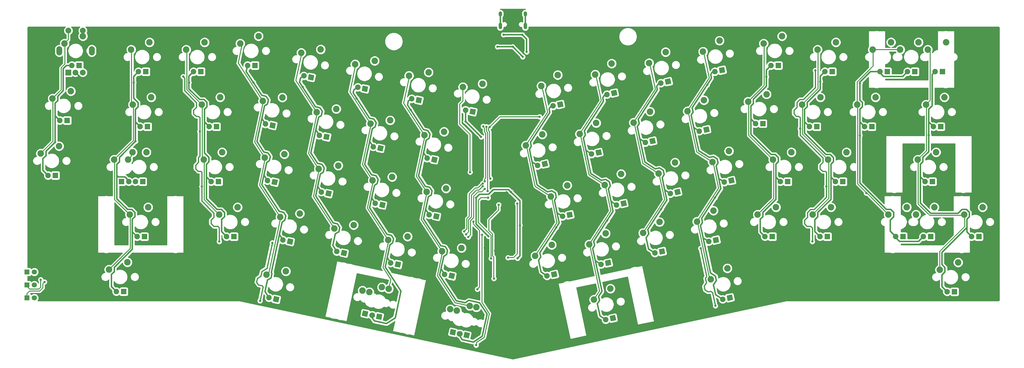
<source format=gbr>
G04 #@! TF.GenerationSoftware,KiCad,Pcbnew,(5.1.4)-1*
G04 #@! TF.CreationDate,2021-04-03T16:46:08-04:00*
G04 #@! TF.ProjectId,f103,66313033-2e6b-4696-9361-645f70636258,rev?*
G04 #@! TF.SameCoordinates,Original*
G04 #@! TF.FileFunction,Copper,L1,Top*
G04 #@! TF.FilePolarity,Positive*
%FSLAX46Y46*%
G04 Gerber Fmt 4.6, Leading zero omitted, Abs format (unit mm)*
G04 Created by KiCad (PCBNEW (5.1.4)-1) date 2021-04-03 16:46:08*
%MOMM*%
%LPD*%
G04 APERTURE LIST*
%ADD10C,2.250000*%
%ADD11C,1.905000*%
%ADD12C,0.100000*%
%ADD13R,1.905000X1.905000*%
%ADD14C,2.000000*%
%ADD15O,2.000000X3.200000*%
%ADD16R,2.000000X2.000000*%
%ADD17O,1.200000X2.300000*%
%ADD18O,1.200000X1.800000*%
%ADD19R,1.800000X1.800000*%
%ADD20C,1.800000*%
%ADD21C,0.800000*%
%ADD22C,0.508000*%
%ADD23C,0.299720*%
%ADD24C,0.457200*%
%ADD25C,0.254000*%
G04 APERTURE END LIST*
D10*
X138554683Y-88861111D03*
X131815350Y-90025367D03*
D11*
X132715558Y-98006947D03*
X135200053Y-98535043D03*
D12*
G36*
X134070332Y-99268693D02*
G01*
X134466403Y-97405322D01*
X136329774Y-97801393D01*
X135933703Y-99664764D01*
X134070332Y-99268693D01*
X134070332Y-99268693D01*
G37*
D10*
X-1620009Y-13970002D03*
X-7970009Y-16510002D03*
D11*
X-5430009Y-24130002D03*
D13*
X-2890009Y-24130002D03*
D14*
X2500000Y7000000D03*
X-2500000Y7000000D03*
D15*
X5600000Y0D03*
X-5600000Y0D03*
D14*
X2500000Y-7500000D03*
X0Y-7500000D03*
D16*
X-2500000Y-7500000D03*
D10*
X133422686Y-68292105D03*
X126683353Y-69456361D03*
D11*
X127583561Y-77437941D03*
X130068056Y-77966037D03*
D12*
G36*
X128938335Y-78699687D02*
G01*
X129334406Y-76836316D01*
X131197777Y-77232387D01*
X130801706Y-79095758D01*
X128938335Y-78699687D01*
X128938335Y-78699687D01*
G37*
D17*
X146819999Y8638553D03*
X155459999Y8638553D03*
D18*
X146819999Y12818553D03*
X155459999Y12818553D03*
D19*
X-16790000Y-85620007D03*
D20*
X-14250000Y-85620007D03*
D19*
X-16789995Y-81120007D03*
D20*
X-14249995Y-81120007D03*
D19*
X-16790003Y-76620007D03*
D20*
X-14250003Y-76620007D03*
D10*
X136279686Y-88360114D03*
X129540353Y-89524370D03*
D11*
X132925056Y-98034046D03*
X130440561Y-97505950D03*
D12*
G36*
X129310840Y-98239600D02*
G01*
X129706911Y-96376229D01*
X131570282Y-96772300D01*
X131174211Y-98635671D01*
X129310840Y-98239600D01*
X129310840Y-98239600D01*
G37*
D10*
X105902684Y-81910110D03*
X99163351Y-83074366D03*
D11*
X102548054Y-91584042D03*
X100063559Y-91055946D03*
D12*
G36*
X98933838Y-91789596D02*
G01*
X99329909Y-89926225D01*
X101193280Y-90322296D01*
X100797209Y-92185667D01*
X98933838Y-91789596D01*
X98933838Y-91789596D01*
G37*
D10*
X19708995Y-35160003D03*
X13358995Y-37700003D03*
D11*
X18438995Y-45320003D03*
D13*
X15898995Y-45320003D03*
D10*
X313550004Y-54210007D03*
X307200004Y-56750007D03*
D11*
X309740004Y-64370007D03*
D13*
X312280004Y-64370007D03*
D10*
X287355997Y-54210005D03*
X281005997Y-56750005D03*
D11*
X283545997Y-64370005D03*
D13*
X286085997Y-64370005D03*
D10*
X300940997Y2939996D03*
X294590997Y399996D03*
D11*
X297130997Y-7220004D03*
D13*
X299670997Y-7220004D03*
D10*
X281891000Y2939997D03*
X275541000Y399997D03*
D11*
X278081000Y-7220003D03*
D13*
X280621000Y-7220003D03*
D10*
X305106998Y-73308006D03*
X298756998Y-75848006D03*
D11*
X301296998Y-83468006D03*
D13*
X303836998Y-83468006D03*
D10*
X300351001Y-16110000D03*
X294001001Y-18650000D03*
D11*
X296541001Y-26270000D03*
D13*
X299081001Y-26270000D03*
D10*
X296880995Y-54210000D03*
X290530995Y-56750000D03*
D11*
X293070995Y-64370000D03*
D13*
X295610995Y-64370000D03*
D10*
X297470991Y-35160003D03*
X291120991Y-37700003D03*
D11*
X293660991Y-45320003D03*
D13*
X296200991Y-45320003D03*
D10*
X276531000Y-16110010D03*
X270181000Y-18650010D03*
D11*
X272721000Y-26270010D03*
D13*
X275261000Y-26270010D03*
D10*
X291416005Y2942822D03*
X285066005Y402822D03*
D11*
X287606005Y-7217178D03*
D13*
X290146005Y-7217178D03*
D10*
X261161000Y-54210009D03*
X254811000Y-56750009D03*
D11*
X257351000Y-64370009D03*
D13*
X259891000Y-64370009D03*
D10*
X266520999Y-35160004D03*
X260170999Y-37700004D03*
D11*
X262710999Y-45320004D03*
D13*
X265250999Y-45320004D03*
D10*
X257481008Y-16110003D03*
X251131008Y-18650003D03*
D11*
X253671008Y-26270003D03*
D13*
X256211008Y-26270003D03*
D10*
X262841001Y2939995D03*
X256491001Y399995D03*
D11*
X259031001Y-7220005D03*
D13*
X261571001Y-7220005D03*
D10*
X242143000Y-54210002D03*
X235793000Y-56750002D03*
D11*
X238333000Y-64370002D03*
D13*
X240873000Y-64370002D03*
D10*
X247470997Y-35159999D03*
X241120997Y-37699999D03*
D11*
X243660997Y-45319999D03*
D13*
X246200997Y-45319999D03*
D10*
X238851000Y-15050010D03*
X232501000Y-17590010D03*
D11*
X235041000Y-25210010D03*
D13*
X237581000Y-25210010D03*
D10*
X244210995Y5079999D03*
X237860995Y2539999D03*
D11*
X240400995Y-5080001D03*
D13*
X242940995Y-5080001D03*
D10*
X225309304Y-75342917D03*
X219626162Y-79147652D03*
D11*
X223694944Y-86073041D03*
X226179439Y-85544945D03*
D12*
G36*
X225445789Y-86674666D02*
G01*
X225049718Y-84811295D01*
X226913089Y-84415224D01*
X227309160Y-86278595D01*
X225445789Y-86674666D01*
X225445789Y-86674666D01*
G37*
D10*
X220499301Y-55352920D03*
X214816159Y-59157655D03*
D11*
X218884941Y-66083044D03*
X221369436Y-65554948D03*
D12*
G36*
X220635786Y-66684669D02*
G01*
X220239715Y-64821298D01*
X222103086Y-64425227D01*
X222499157Y-66288598D01*
X220635786Y-66684669D01*
X220635786Y-66684669D01*
G37*
D10*
X225859305Y-34742919D03*
X220176163Y-38547654D03*
D11*
X224244945Y-45473043D03*
X226729440Y-44944947D03*
D12*
G36*
X225995790Y-46074668D02*
G01*
X225599719Y-44211297D01*
X227463090Y-43815226D01*
X227859161Y-45678597D01*
X225995790Y-46074668D01*
X225995790Y-46074668D01*
G37*
D10*
X217239300Y-17092920D03*
X211556158Y-20897655D03*
D11*
X215624940Y-27823044D03*
X218109435Y-27294948D03*
D12*
G36*
X217375785Y-28424669D02*
G01*
X216979714Y-26561298D01*
X218843085Y-26165227D01*
X219239156Y-28028598D01*
X217375785Y-28424669D01*
X217375785Y-28424669D01*
G37*
D10*
X222599305Y3517085D03*
X216916163Y-287650D03*
D11*
X220984945Y-7213039D03*
X223469440Y-6684943D03*
D12*
G36*
X222735790Y-7814664D02*
G01*
X222339719Y-5951293D01*
X224203090Y-5555222D01*
X224599161Y-7418593D01*
X222735790Y-7814664D01*
X222735790Y-7814664D01*
G37*
D10*
X201865303Y-59313923D03*
X196182161Y-63118658D03*
D11*
X200250943Y-70044047D03*
X202735438Y-69515951D03*
D12*
G36*
X202001788Y-70645672D02*
G01*
X201605717Y-68782301D01*
X203469088Y-68386230D01*
X203865159Y-70249601D01*
X202001788Y-70645672D01*
X202001788Y-70645672D01*
G37*
D10*
X207225303Y-38703914D03*
X201542161Y-42508649D03*
D11*
X205610943Y-49434038D03*
X208095438Y-48905942D03*
D12*
G36*
X207361788Y-50035663D02*
G01*
X206965717Y-48172292D01*
X208829088Y-47776221D01*
X209225159Y-49639592D01*
X207361788Y-50035663D01*
X207361788Y-50035663D01*
G37*
D10*
X198605303Y-21053914D03*
X192922161Y-24858649D03*
D11*
X196990943Y-31784038D03*
X199475438Y-31255942D03*
D12*
G36*
X198741788Y-32385663D02*
G01*
X198345717Y-30522292D01*
X200209088Y-30126221D01*
X200605159Y-31989592D01*
X198741788Y-32385663D01*
X198741788Y-32385663D01*
G37*
D10*
X203965303Y-443919D03*
X198282161Y-4248654D03*
D11*
X202350943Y-11174043D03*
X204835438Y-10645947D03*
D12*
G36*
X204101788Y-11775668D02*
G01*
X203705717Y-9912297D01*
X205569088Y-9516226D01*
X205965159Y-11379597D01*
X204101788Y-11775668D01*
X204101788Y-11775668D01*
G37*
D10*
X184898302Y-82403924D03*
X179215160Y-86208659D03*
D11*
X183283942Y-93134048D03*
X185768437Y-92605952D03*
D12*
G36*
X185034787Y-93735673D02*
G01*
X184638716Y-91872302D01*
X186502087Y-91476231D01*
X186898158Y-93339602D01*
X185034787Y-93735673D01*
X185034787Y-93735673D01*
G37*
D10*
X183231302Y-63274924D03*
X177548160Y-67079659D03*
D11*
X181616942Y-74005048D03*
X184101437Y-73476952D03*
D12*
G36*
X183367787Y-74606673D02*
G01*
X182971716Y-72743302D01*
X184835087Y-72347231D01*
X185231158Y-74210602D01*
X183367787Y-74606673D01*
X183367787Y-74606673D01*
G37*
D10*
X188591300Y-42664916D03*
X182908158Y-46469651D03*
D11*
X186976940Y-53395040D03*
X189461435Y-52866944D03*
D12*
G36*
X188727785Y-53996665D02*
G01*
X188331714Y-52133294D01*
X190195085Y-51737223D01*
X190591156Y-53600594D01*
X188727785Y-53996665D01*
X188727785Y-53996665D01*
G37*
D10*
X179971300Y-25014921D03*
X174288158Y-28819656D03*
D11*
X178356940Y-35745045D03*
X180841435Y-35216949D03*
D12*
G36*
X180107785Y-36346670D02*
G01*
X179711714Y-34483299D01*
X181575085Y-34087228D01*
X181971156Y-35950599D01*
X180107785Y-36346670D01*
X180107785Y-36346670D01*
G37*
D10*
X185331301Y-4404916D03*
X179648159Y-8209651D03*
D11*
X183716941Y-15135040D03*
X186201436Y-14606944D03*
D12*
G36*
X185467786Y-15736665D02*
G01*
X185071715Y-13873294D01*
X186935086Y-13477223D01*
X187331157Y-15340594D01*
X185467786Y-15736665D01*
X185467786Y-15736665D01*
G37*
D10*
X164597306Y-67235915D03*
X158914164Y-71040650D03*
D11*
X162982946Y-77966039D03*
X165467441Y-77437943D03*
D12*
G36*
X164733791Y-78567664D02*
G01*
X164337720Y-76704293D01*
X166201091Y-76308222D01*
X166597162Y-78171593D01*
X164733791Y-78567664D01*
X164733791Y-78567664D01*
G37*
D10*
X169957312Y-46625908D03*
X164274170Y-50430643D03*
D11*
X168342952Y-57356032D03*
X170827447Y-56827936D03*
D12*
G36*
X170093797Y-57957657D02*
G01*
X169697726Y-56094286D01*
X171561097Y-55698215D01*
X171957168Y-57561586D01*
X170093797Y-57957657D01*
X170093797Y-57957657D01*
G37*
D10*
X161337304Y-28975917D03*
X155654162Y-32780652D03*
D11*
X159722944Y-39706041D03*
X162207439Y-39177945D03*
D12*
G36*
X161473789Y-40307666D02*
G01*
X161077718Y-38444295D01*
X162941089Y-38048224D01*
X163337160Y-39911595D01*
X161473789Y-40307666D01*
X161473789Y-40307666D01*
G37*
D10*
X166697307Y-8365909D03*
X161014165Y-12170644D03*
D11*
X165082947Y-19096033D03*
X167567442Y-18567937D03*
D12*
G36*
X166833792Y-19697658D02*
G01*
X166437721Y-17834287D01*
X168301092Y-17438216D01*
X168697163Y-19301587D01*
X166833792Y-19697658D01*
X166833792Y-19697658D01*
G37*
D10*
X140647682Y-11402111D03*
X133908349Y-12566367D03*
D11*
X134808557Y-20547947D03*
X137293052Y-21076043D03*
D12*
G36*
X136163331Y-21809693D02*
G01*
X136559402Y-19946322D01*
X138422773Y-20342393D01*
X138026702Y-22205764D01*
X136163331Y-21809693D01*
X136163331Y-21809693D01*
G37*
D10*
X128072688Y-47682106D03*
X121333355Y-48846362D03*
D11*
X122233563Y-56827942D03*
X124718058Y-57356038D03*
D12*
G36*
X123588337Y-58089688D02*
G01*
X123984408Y-56226317D01*
X125847779Y-56622388D01*
X125451708Y-58485759D01*
X123588337Y-58089688D01*
X123588337Y-58089688D01*
G37*
D10*
X127372687Y-28052115D03*
X120633354Y-29216371D03*
D11*
X121533562Y-37197951D03*
X124018057Y-37726047D03*
D12*
G36*
X122888336Y-38459697D02*
G01*
X123284407Y-36596326D01*
X125147778Y-36992397D01*
X124751707Y-38855768D01*
X122888336Y-38459697D01*
X122888336Y-38459697D01*
G37*
D10*
X122018684Y-7441109D03*
X115279351Y-8605365D03*
D11*
X116179559Y-16586945D03*
X118664054Y-17115041D03*
D12*
G36*
X117534333Y-17848691D02*
G01*
X117930404Y-15985320D01*
X119793775Y-16381391D01*
X119397704Y-18244762D01*
X117534333Y-17848691D01*
X117534333Y-17848691D01*
G37*
D10*
X108287682Y-82436112D03*
X101548349Y-83600368D03*
D11*
X102448557Y-91581948D03*
X104933052Y-92110044D03*
D12*
G36*
X103803331Y-92843694D02*
G01*
X104199402Y-90980323D01*
X106062773Y-91376394D01*
X105666702Y-93239765D01*
X103803331Y-92843694D01*
X103803331Y-92843694D01*
G37*
D10*
X114788682Y-64331107D03*
X108049349Y-65495363D03*
D11*
X108949557Y-73476943D03*
X111434052Y-74005039D03*
D12*
G36*
X110304331Y-74738689D02*
G01*
X110700402Y-72875318D01*
X112563773Y-73271389D01*
X112167702Y-75134760D01*
X110304331Y-74738689D01*
X110304331Y-74738689D01*
G37*
D10*
X109438682Y-43721110D03*
X102699349Y-44885366D03*
D11*
X103599557Y-52866946D03*
X106084052Y-53395042D03*
D12*
G36*
X104954331Y-54128692D02*
G01*
X105350402Y-52265321D01*
X107213773Y-52661392D01*
X106817702Y-54524763D01*
X104954331Y-54128692D01*
X104954331Y-54128692D01*
G37*
D10*
X108738682Y-24091112D03*
X101999349Y-25255368D03*
D11*
X102899557Y-33236948D03*
X105384052Y-33765044D03*
D12*
G36*
X104254331Y-34498694D02*
G01*
X104650402Y-32635323D01*
X106513773Y-33031394D01*
X106117702Y-34894765D01*
X104254331Y-34498694D01*
X104254331Y-34498694D01*
G37*
D10*
X103384684Y-3480110D03*
X96645351Y-4644366D03*
D11*
X97545559Y-12625946D03*
X100030054Y-13154042D03*
D12*
G36*
X98900333Y-13887692D02*
G01*
X99296404Y-12024321D01*
X101159775Y-12420392D01*
X100763704Y-14283763D01*
X98900333Y-13887692D01*
X98900333Y-13887692D01*
G37*
D10*
X96154687Y-60370115D03*
X89415354Y-61534371D03*
D11*
X90315562Y-69515951D03*
X92800057Y-70044047D03*
D12*
G36*
X91670336Y-70777697D02*
G01*
X92066407Y-68914326D01*
X93929778Y-69310397D01*
X93533707Y-71173768D01*
X91670336Y-70777697D01*
X91670336Y-70777697D01*
G37*
D10*
X90804685Y-39760102D03*
X84065352Y-40924358D03*
D11*
X84965560Y-48905938D03*
X87450055Y-49434034D03*
D12*
G36*
X86320334Y-50167684D02*
G01*
X86716405Y-48304313D01*
X88579776Y-48700384D01*
X88183705Y-50563755D01*
X86320334Y-50167684D01*
X86320334Y-50167684D01*
G37*
D10*
X90104689Y-20130110D03*
X83365356Y-21294366D03*
D11*
X84265564Y-29275946D03*
X86750059Y-29804042D03*
D12*
G36*
X85620338Y-30537692D02*
G01*
X86016409Y-28674321D01*
X87879780Y-29070392D01*
X87483709Y-30933763D01*
X85620338Y-30537692D01*
X85620338Y-30537692D01*
G37*
D10*
X84750692Y480890D03*
X78011359Y-683366D03*
D11*
X78911567Y-8664946D03*
X81396062Y-9193042D03*
D12*
G36*
X80266341Y-9926692D02*
G01*
X80662412Y-8063321D01*
X82525783Y-8459392D01*
X82129712Y-10322763D01*
X80266341Y-9926692D01*
X80266341Y-9926692D01*
G37*
D10*
X72710685Y-76399114D03*
X65971352Y-77563370D03*
D11*
X66871560Y-85544950D03*
X69356055Y-86073046D03*
D12*
G36*
X68226334Y-86806696D02*
G01*
X68622405Y-84943325D01*
X70485776Y-85339396D01*
X70089705Y-87202767D01*
X68226334Y-86806696D01*
X68226334Y-86806696D01*
G37*
D10*
X77520689Y-56409106D03*
X70781356Y-57573362D03*
D11*
X71681564Y-65554942D03*
X74166059Y-66083038D03*
D12*
G36*
X73036338Y-66816688D02*
G01*
X73432409Y-64953317D01*
X75295780Y-65349388D01*
X74899709Y-67212759D01*
X73036338Y-66816688D01*
X73036338Y-66816688D01*
G37*
D10*
X72170688Y-35799109D03*
X65431355Y-36963365D03*
D11*
X66331563Y-44944945D03*
X68816058Y-45473041D03*
D12*
G36*
X67686337Y-46206691D02*
G01*
X68082408Y-44343320D01*
X69945779Y-44739391D01*
X69549708Y-46602762D01*
X67686337Y-46206691D01*
X67686337Y-46206691D01*
G37*
D10*
X71470688Y-16169110D03*
X64731355Y-17333366D03*
D11*
X65631563Y-25314946D03*
X68116058Y-25843042D03*
D12*
G36*
X66986337Y-26576692D02*
G01*
X67382408Y-24713321D01*
X69245779Y-25109392D01*
X68849708Y-26972763D01*
X66986337Y-26576692D01*
X66986337Y-26576692D01*
G37*
D10*
X63249999Y5079997D03*
X56899999Y2539997D03*
D11*
X59439999Y-5080003D03*
D13*
X61979999Y-5080003D03*
D10*
X56019995Y-54210006D03*
X49669995Y-56750006D03*
D11*
X52209995Y-64370006D03*
D13*
X54749995Y-64370006D03*
D10*
X50670000Y-35160006D03*
X44320000Y-37700006D03*
D11*
X46860000Y-45320006D03*
D13*
X49400000Y-45320006D03*
D10*
X49969998Y-16110004D03*
X43619998Y-18650004D03*
D11*
X46159998Y-26270004D03*
D13*
X48699998Y-26270004D03*
D10*
X44610006Y2940003D03*
X38260006Y400003D03*
D11*
X40800006Y-7219997D03*
D13*
X43340006Y-7219997D03*
D10*
X17930004Y-73260004D03*
X11580004Y-75800004D03*
D11*
X14120004Y-83420004D03*
D13*
X16660004Y-83420004D03*
D10*
X25069995Y-54210005D03*
X18719995Y-56750005D03*
D11*
X21259995Y-64370005D03*
D13*
X23799995Y-64370005D03*
D10*
X24472004Y-35159999D03*
X18122004Y-37699999D03*
D11*
X20662004Y-45319999D03*
D13*
X23202004Y-45319999D03*
D10*
X26160000Y-16110006D03*
X19810000Y-18650006D03*
D11*
X22350000Y-26270006D03*
D13*
X24890000Y-26270006D03*
D10*
X25560001Y2939999D03*
X19210001Y399999D03*
D11*
X21750001Y-7220001D03*
D13*
X24290001Y-7220001D03*
D10*
X-5690001Y-33020005D03*
X-12040001Y-35560005D03*
D11*
X-9500001Y-43180005D03*
D13*
X-6960001Y-43180005D03*
D10*
X2540000Y5080000D03*
X-3810000Y2540000D03*
D11*
X-1270000Y-5080000D03*
D13*
X1270000Y-5080000D03*
D21*
X119479246Y-75843835D03*
X146436442Y-58791205D03*
X287401004Y-26365197D03*
X284556200Y-7061200D03*
X178638200Y-54102000D03*
X153162000Y-47548800D03*
X189661800Y-36931600D03*
X239445800Y-28727400D03*
X159054802Y-56870601D03*
X143129000Y-87858600D03*
X147193000Y6604000D03*
X155067000Y6604000D03*
X151130000Y10922000D03*
X137540999Y-78359000D03*
X128396999Y-94107000D03*
X151140164Y-2778760D03*
X151142699Y4290060D03*
X147177760Y-142240D03*
X147177760Y-5765800D03*
X147177760Y-10965180D03*
X147177764Y-16131540D03*
X147177767Y-21920200D03*
X147177760Y-26992580D03*
X148945600Y-48996600D03*
X138687810Y-35309810D03*
X138579670Y-40495028D03*
X145003866Y-69257834D03*
X151257346Y-69257834D03*
X147025706Y-69257834D03*
X149111046Y-69257834D03*
X130357880Y-47947580D03*
X144165320Y-56179720D03*
X141472923Y-68275200D03*
X148209000Y-79311500D03*
X26670004Y-34798001D03*
X-3556000Y-32575500D03*
X17399000Y-61214000D03*
X111633000Y-44196000D03*
X278828503Y-16065501D03*
X264414004Y-35115500D03*
X138480502Y-50931781D03*
X142745465Y-64272161D03*
X153624280Y-60441840D03*
X152781000Y-71907400D03*
X150520500Y-48910340D03*
X152687020Y-52918360D03*
X149466300Y-71666100D03*
X142621000Y-50927003D03*
X143642080Y-71932800D03*
X20132689Y-11023692D03*
X39205546Y-10998112D03*
X115837540Y-20454655D03*
X97197756Y-16484753D03*
X78562139Y-12521266D03*
X-7051951Y-31632414D03*
X20726491Y-31359100D03*
X271158351Y-29286293D03*
X294932755Y-29191536D03*
X257442355Y-10649538D03*
X238824149Y-8966110D03*
X218374052Y-11775825D03*
X221063794Y-50913949D03*
X202420222Y-54889679D03*
X183786440Y-58850347D03*
X166160199Y-61259534D03*
X271188099Y-11259906D03*
X151142700Y1407160D03*
X154561545Y-2077720D03*
X145839179Y1409700D03*
X61500742Y-10981855D03*
X140208000Y-29845000D03*
X134808559Y-24445557D03*
X160402289Y-22858711D03*
X143129000Y-26416000D03*
X143383000Y-44259500D03*
X138891824Y-82609579D03*
X137513060Y-59176920D03*
X140492733Y-63784736D03*
X138458618Y-101985588D03*
X42929496Y-27977499D03*
X43608495Y-47027502D03*
X49679092Y-66077497D03*
X255711691Y-6787503D03*
X250466091Y-26917510D03*
X259566083Y-47027510D03*
X254682494Y-66077501D03*
X68000485Y-66518157D03*
X63756596Y-86628490D03*
X216084804Y-68424098D03*
X221173577Y-88354615D03*
X37173496Y-8927506D03*
X136382759Y-42054780D03*
X273345018Y-49270162D03*
X134365998Y-62611001D03*
X140730535Y-45940413D03*
X-12067351Y-79298233D03*
X135001000Y-63627003D03*
X140785298Y-46938915D03*
X-10743630Y-80085633D03*
X135763000Y-64516003D03*
X141472920Y-47802800D03*
X146278600Y-53355240D03*
X144612360Y-78912720D03*
X147955000Y5588000D03*
X154432000Y5588000D03*
X155956002Y-381001D03*
X140906266Y-26181352D03*
X141465302Y-45250100D03*
X142023208Y-26301912D03*
X142458440Y-48564800D03*
D22*
X147193000Y6604000D02*
X155067000Y6604000D01*
X138480500Y-60007201D02*
X138480502Y-50931781D01*
X142745465Y-64272161D02*
X138480500Y-60007201D01*
X153624280Y-60441840D02*
X153624280Y-71064120D01*
X153624280Y-71064120D02*
X152781000Y-71907400D01*
X153624280Y-60441840D02*
X153624282Y-52014120D01*
X150520500Y-48910340D02*
X149664420Y-48054260D01*
X153624282Y-52014120D02*
X150520500Y-48910340D01*
X149664420Y-48054260D02*
X144421860Y-48054260D01*
X142755918Y-49720202D02*
X139692082Y-49720202D01*
X144421860Y-48054260D02*
X142755918Y-49720202D01*
X139692082Y-49720202D02*
X138480502Y-50931781D01*
D23*
X152687020Y-52918360D02*
X152687020Y-70388480D01*
X152687020Y-70388480D02*
X151409400Y-71666100D01*
X151409400Y-71666100D02*
X149466300Y-71666100D01*
X143631922Y-63906400D02*
X143631920Y-70772020D01*
X139237720Y-59512200D02*
X143631922Y-63906400D01*
X139237722Y-51810920D02*
X139237720Y-59512200D01*
X142621000Y-50927003D02*
X140121637Y-50927003D01*
X140121637Y-50927003D02*
X139237722Y-51810920D01*
X143631920Y-70772020D02*
X143631920Y-71922640D01*
X143631920Y-71922640D02*
X143642080Y-71932800D01*
D22*
X-6177185Y-15743181D02*
X-6177188Y-17249410D01*
X-6177188Y-17249410D02*
X-7053492Y-18125704D01*
X-7053482Y-31630880D02*
X-10241183Y-34818579D01*
X-10241183Y-34818579D02*
X-10241187Y-36307022D01*
X-10241187Y-36307022D02*
X-11292749Y-37358586D01*
X-11292750Y-41387255D02*
X-9500000Y-43180003D01*
X-11292749Y-37358586D02*
X-11292750Y-41387255D01*
X-7053488Y-22506515D02*
X-5430007Y-24129996D01*
X-7053492Y-21712185D02*
X-7053488Y-22506515D01*
X-7053492Y-21712185D02*
X-7053482Y-31630880D01*
X-7053492Y-18125704D02*
X-7053492Y-21712185D01*
X21749998Y-7220006D02*
X20116891Y-8853110D01*
X20116887Y-16423902D02*
X21615493Y-17922498D01*
X21615493Y-17922498D02*
X21615486Y-19395698D01*
X21615486Y-19395698D02*
X20726492Y-20284706D01*
X20726491Y-31359100D02*
X15189294Y-36896305D01*
X15189294Y-36896305D02*
X15189290Y-38445705D01*
X15189290Y-38445705D02*
X14274892Y-39360104D01*
X14274892Y-51272706D02*
X17957894Y-54955698D01*
X17957894Y-54955698D02*
X19456495Y-54955708D01*
X19456495Y-54955708D02*
X20523294Y-56022498D01*
X20523294Y-56022498D02*
X20523291Y-57470303D01*
X20523291Y-57470303D02*
X19634288Y-58359303D01*
X19634288Y-68773301D02*
X13385889Y-75021701D01*
X13385889Y-75021701D02*
X13385896Y-76520304D01*
X13385896Y-76520304D02*
X12395289Y-77510903D01*
X12395291Y-81695299D02*
X14119998Y-83420005D01*
X12395289Y-77510903D02*
X12395291Y-81695299D01*
X19634295Y-62744299D02*
X21259998Y-64370007D01*
X19634285Y-61534306D02*
X19634295Y-62744299D01*
X19634285Y-61534306D02*
X19634288Y-68773301D01*
X19634288Y-58359303D02*
X19634285Y-61534306D01*
X20726498Y-24646489D02*
X22349996Y-26270005D01*
X20726490Y-23078702D02*
X20726498Y-24646489D01*
X20726492Y-20284706D02*
X20726490Y-23078702D01*
X18438999Y-45320012D02*
X18438996Y-45073609D01*
X18438996Y-45073609D02*
X17043491Y-43678104D01*
X14782886Y-43678103D02*
X14274901Y-43170104D01*
X17043491Y-43678104D02*
X14782886Y-43678103D01*
X14274892Y-39360104D02*
X14274901Y-43170104D01*
X14274901Y-43170104D02*
X14274892Y-51272706D01*
X40800001Y-7219999D02*
X39192290Y-8827713D01*
X39192286Y-13172706D02*
X42875296Y-16855695D01*
X42875296Y-16855695D02*
X44373893Y-16855702D01*
X44373893Y-16855702D02*
X45415292Y-17897105D01*
X45415292Y-17897105D02*
X45415295Y-19395706D01*
X45415295Y-19395706D02*
X44551684Y-20259296D01*
X44551690Y-35372299D02*
X46126495Y-36947099D01*
X46126495Y-36947099D02*
X46126488Y-38471107D01*
X46126488Y-38471107D02*
X45262891Y-39334703D01*
X45262887Y-51298100D02*
X48920491Y-54955697D01*
X48920491Y-54955697D02*
X50419092Y-54955699D01*
X50419092Y-54955699D02*
X51485885Y-56022501D01*
X51485885Y-56022501D02*
X51485887Y-57495699D01*
X51485887Y-57495699D02*
X50520693Y-58460909D01*
X50520690Y-62680701D02*
X52209999Y-64370002D01*
X50520693Y-58460909D02*
X50520690Y-62680701D01*
X45262889Y-42611306D02*
X45262887Y-51298100D01*
X45262889Y-43722895D02*
X46860000Y-45319999D01*
X45262889Y-42611306D02*
X45262889Y-43722895D01*
X45262891Y-39334703D02*
X45262889Y-42611306D01*
X44551693Y-24661691D02*
X46160006Y-26270006D01*
X44551693Y-23866101D02*
X44551693Y-24661691D01*
X44551693Y-23866101D02*
X44551690Y-35372299D01*
X44551684Y-20259296D02*
X44551693Y-23866101D01*
X278080995Y-7220007D02*
X278080994Y-7586407D01*
X278080994Y-7586407D02*
X279374693Y-8880103D01*
X285943073Y-8880105D02*
X287606002Y-7217189D01*
X279374693Y-8880103D02*
X285943073Y-8880105D01*
X240400998Y-5080003D02*
X238785496Y-6695510D01*
X238785495Y-12309102D02*
X234289685Y-16804905D01*
X234289685Y-16804905D02*
X234289690Y-18328901D01*
X234289690Y-18328901D02*
X233451486Y-19167101D01*
X233451490Y-28971510D02*
X240385690Y-35905703D01*
X240385690Y-35905703D02*
X241858891Y-35905702D01*
X241858891Y-35905702D02*
X242925690Y-36972502D01*
X242925690Y-36972502D02*
X242925691Y-38445708D01*
X242925691Y-38445708D02*
X242087492Y-39283902D01*
X242087487Y-51475904D02*
X237591687Y-55971705D01*
X237591687Y-55971705D02*
X237591688Y-57495706D01*
X237591688Y-57495706D02*
X236728092Y-58359300D01*
X236728088Y-62765097D02*
X238332999Y-64369997D01*
X236728092Y-58359300D02*
X236728088Y-62765097D01*
X242087489Y-43746496D02*
X243660992Y-45320004D01*
X242087488Y-42814503D02*
X242087489Y-43746496D01*
X242087488Y-42814503D02*
X242087487Y-51475904D01*
X242087492Y-39283902D02*
X242087488Y-42814503D01*
X233451489Y-23620495D02*
X235041000Y-25210006D01*
X233451490Y-21707111D02*
X233451489Y-23620495D01*
X233451490Y-21707111D02*
X233451490Y-28971510D01*
X233451486Y-19167101D02*
X233451490Y-21707111D01*
X259031003Y-7220002D02*
X257429094Y-8821911D01*
X257429092Y-13375900D02*
X252933289Y-17871701D01*
X252933289Y-17871701D02*
X252933293Y-19370301D01*
X252933293Y-19370301D02*
X252044287Y-20259305D01*
X252044288Y-28565103D02*
X259384890Y-35905703D01*
X259384890Y-35905703D02*
X260908889Y-35905702D01*
X260908889Y-35905702D02*
X261975691Y-36972497D01*
X261975691Y-36972497D02*
X261975692Y-38445701D01*
X261975692Y-38445701D02*
X261137492Y-39283899D01*
X261137490Y-51450505D02*
X256616290Y-55971699D01*
X256616290Y-55971699D02*
X256616295Y-57495708D01*
X256616295Y-57495708D02*
X255600291Y-58511700D01*
X255600290Y-62619302D02*
X257350995Y-64370001D01*
X255600291Y-58511700D02*
X255600290Y-62619302D01*
X261137490Y-43746496D02*
X262710999Y-45320005D01*
X261137488Y-42027102D02*
X261137490Y-43746496D01*
X261137488Y-42027102D02*
X261137490Y-51450505D01*
X261137492Y-39283899D02*
X261137488Y-42027102D01*
X252044297Y-24643296D02*
X253671001Y-26270001D01*
X252044286Y-23662903D02*
X252044297Y-24643296D01*
X252044286Y-23662903D02*
X252044288Y-28565103D01*
X252044287Y-20259305D02*
X252044286Y-23662903D01*
X278080995Y-7220007D02*
X274760992Y-7219999D01*
X271983288Y-17897105D02*
X271983293Y-19370305D01*
X271983293Y-19370305D02*
X271119688Y-20233899D01*
X271119698Y-45837098D02*
X280263689Y-54981100D01*
X280263689Y-54981100D02*
X281813093Y-54981110D01*
X281813093Y-54981110D02*
X282829092Y-55997098D01*
X282829092Y-55997098D02*
X282829091Y-57495706D01*
X282829091Y-57495706D02*
X281686091Y-58638699D01*
X281686087Y-62510095D02*
X283545996Y-64370004D01*
X281686091Y-58638699D02*
X281686087Y-62510095D01*
X283545996Y-64370004D02*
X283546001Y-64740409D01*
X283546001Y-64740409D02*
X284835693Y-66030105D01*
X291410896Y-66030100D02*
X293070998Y-64369999D01*
X284835693Y-66030105D02*
X291410896Y-66030100D01*
X299516890Y-81687892D02*
X301297001Y-83468006D01*
X299516890Y-77663302D02*
X299516890Y-81687892D01*
X300558288Y-75097901D02*
X300558289Y-76621904D01*
X299491490Y-69814702D02*
X299491491Y-74031102D01*
X292912890Y-36947104D02*
X292912894Y-38445700D01*
X294919489Y-34940502D02*
X292912890Y-36947104D01*
X308991094Y-57495708D02*
X308127492Y-58359300D01*
X308991091Y-55997106D02*
X308991094Y-57495708D01*
X296138692Y-19040104D02*
X294919489Y-20259305D01*
X308127491Y-61178702D02*
X299491490Y-69814702D01*
X297130999Y-7220000D02*
X296138694Y-8212306D01*
X306425687Y-54955701D02*
X307949692Y-54955698D01*
X300558289Y-76621904D02*
X299516890Y-77663302D01*
X296138694Y-8212306D02*
X296138692Y-19040104D01*
X292912894Y-38445700D02*
X292074695Y-39283907D01*
X299491491Y-74031102D02*
X300558288Y-75097901D01*
X292074691Y-52771304D02*
X295605288Y-56301905D01*
X295605288Y-56301905D02*
X305079493Y-56301907D01*
X305079493Y-56301907D02*
X306425687Y-54955701D01*
X307949692Y-54955698D02*
X308991091Y-55997106D01*
X308127492Y-58359300D02*
X308127491Y-61178702D01*
X308127489Y-62757495D02*
X309739998Y-64369998D01*
X308127491Y-61178702D02*
X308127489Y-62757495D01*
X292074693Y-43733694D02*
X293660999Y-45320002D01*
X292074689Y-41925507D02*
X292074693Y-43733694D01*
X292074689Y-41925507D02*
X292074691Y-52771304D01*
X292074695Y-39283907D02*
X292074689Y-41925507D01*
X294919491Y-24648495D02*
X296540998Y-26270006D01*
X294919490Y-23383493D02*
X294919491Y-24648495D01*
X294919489Y-20259305D02*
X294919490Y-23383493D01*
X271119693Y-24668699D02*
X272720996Y-26270006D01*
X271119691Y-23180303D02*
X271119693Y-24668699D01*
X271119688Y-20233899D02*
X271119691Y-23180303D01*
X118612332Y-43313381D02*
X120979573Y-46958619D01*
X120979573Y-46958619D02*
X122420589Y-47264919D01*
X122420589Y-47264919D02*
X123242271Y-48530211D01*
X123242271Y-48530211D02*
X122946543Y-49921519D01*
X122946543Y-49921519D02*
X121922258Y-50586696D01*
X120290440Y-58263788D02*
X126316144Y-67542564D01*
X126316144Y-67542564D02*
X127782009Y-67854139D01*
X127782009Y-67854139D02*
X128603686Y-69119430D01*
X128603686Y-69119430D02*
X128297395Y-70560441D01*
X128297395Y-70560441D02*
X127273109Y-71225614D01*
X125884223Y-77759831D02*
X131636028Y-86616846D01*
X131636028Y-86616846D02*
X134667120Y-87261132D01*
X134667120Y-87261132D02*
X135902277Y-86459004D01*
X135902277Y-86459004D02*
X139678725Y-87261714D01*
X139678725Y-87261714D02*
X142241595Y-91208204D01*
X142241595Y-91208204D02*
X141370236Y-95307617D01*
X126354820Y-75545842D02*
X127583557Y-77437944D01*
X126486246Y-74927510D02*
X126354820Y-75545842D01*
X126486246Y-74927510D02*
X125884223Y-77759831D01*
X127273109Y-71225614D02*
X126486246Y-74927510D01*
X120999539Y-54927722D02*
X122233556Y-56827948D01*
X121172359Y-54114682D02*
X120999539Y-54927722D01*
X121172359Y-54114682D02*
X120290440Y-58263788D01*
X121922258Y-50586696D02*
X121172359Y-54114682D01*
X120312019Y-35316949D02*
X121533556Y-37197945D01*
X120508196Y-34394051D02*
X120312019Y-35316949D01*
X120508196Y-34394051D02*
X118612332Y-43313381D01*
X97545561Y-12625947D02*
X96203999Y-13497170D01*
X96203999Y-13497170D02*
X95967453Y-14610017D01*
X101641013Y-23346521D02*
X103082020Y-23652822D01*
X103082020Y-23652822D02*
X103903706Y-24918110D01*
X103903706Y-24918110D02*
X103602694Y-26334264D01*
X103602694Y-26334264D02*
X102608537Y-26979883D01*
X99978618Y-39352670D02*
X102326298Y-42967776D01*
X102326298Y-42967776D02*
X103817001Y-43284633D01*
X103817001Y-43284633D02*
X104619118Y-44519796D01*
X104619118Y-44519796D02*
X104307539Y-45985647D01*
X104307539Y-45985647D02*
X103313387Y-46631258D01*
X101676292Y-54333194D02*
X107682435Y-63581850D01*
X107682435Y-63581850D02*
X109148288Y-63893426D01*
X109148288Y-63893426D02*
X109950414Y-65128584D01*
X109950414Y-65128584D02*
X109638842Y-66594443D01*
X109638842Y-66594443D02*
X108704935Y-67200923D01*
X107760207Y-71645499D02*
X108949559Y-73476948D01*
X108007851Y-70480460D02*
X107760207Y-71645499D01*
X108704935Y-67200923D02*
X108007851Y-70480460D01*
X102385363Y-50997254D02*
X103599553Y-52866944D01*
X102611016Y-49935640D02*
X102385363Y-50997254D01*
X102611016Y-49935640D02*
X101676292Y-54333194D01*
X103313387Y-46631258D02*
X102611016Y-49935640D01*
X101678287Y-31356354D02*
X102899556Y-33236939D01*
X101890320Y-30358798D02*
X101678287Y-31356354D01*
X101890320Y-30358798D02*
X99978618Y-39352670D01*
X102608537Y-26979883D02*
X101890320Y-30358798D01*
X81364475Y-35422078D02*
X83692585Y-39007059D01*
X83692585Y-39007059D02*
X85158439Y-39318642D01*
X85158439Y-39318642D02*
X85960559Y-40553802D01*
X85960559Y-40553802D02*
X85643703Y-42044492D01*
X85643703Y-42044492D02*
X84619427Y-42709668D01*
X83003454Y-50312225D02*
X89048724Y-59621128D01*
X89048724Y-59621128D02*
X90514576Y-59932704D01*
X90514576Y-59932704D02*
X91336260Y-61197996D01*
X91336260Y-61197996D02*
X91029974Y-62639002D01*
X91029974Y-62639002D02*
X89764682Y-63460696D01*
X88930833Y-67383646D02*
X90315566Y-69515949D01*
X89764682Y-63460696D02*
X88930833Y-67383646D01*
X83712501Y-46976407D02*
X84965569Y-48905952D01*
X83964586Y-45790441D02*
X83712501Y-46976407D01*
X83964586Y-45790441D02*
X83003454Y-50312225D01*
X84619427Y-42709668D02*
X83964586Y-45790441D01*
X83064117Y-27425884D02*
X84265564Y-29275949D01*
X83286742Y-26378517D02*
X83064117Y-27425884D01*
X83286742Y-26378517D02*
X81364475Y-35422078D01*
X59439997Y-5080001D02*
X58994651Y-7175221D01*
X64348746Y-15419811D02*
X65839439Y-15736667D01*
X65839439Y-15736667D02*
X66641573Y-16971820D01*
X66641573Y-16971820D02*
X66329988Y-18437679D01*
X66329988Y-18437679D02*
X65335837Y-19083293D01*
X62711198Y-31431230D02*
X65058876Y-35046341D01*
X65058876Y-35046341D02*
X66524725Y-35357917D01*
X66524725Y-35357917D02*
X67346415Y-36623203D01*
X67346415Y-36623203D02*
X67045405Y-38039370D01*
X67045405Y-38039370D02*
X66051250Y-38684979D01*
X64408873Y-46411755D02*
X70415013Y-55660406D01*
X70415013Y-55660406D02*
X71905712Y-55977273D01*
X71905712Y-55977273D02*
X72688268Y-57182304D01*
X72688268Y-57182304D02*
X72371411Y-58673001D01*
X72371411Y-58673001D02*
X71377254Y-59318615D01*
X67654183Y-76834299D02*
X67888954Y-77195819D01*
X67888954Y-77195819D02*
X67577373Y-78661665D01*
X67577373Y-78661665D02*
X66342211Y-79463789D01*
X65498907Y-83431246D02*
X66871559Y-85544948D01*
X66342211Y-79463789D02*
X65498907Y-83431246D01*
X70453605Y-63664062D02*
X71681560Y-65554954D01*
X70653769Y-62722373D02*
X70453605Y-63664062D01*
X70653769Y-62722373D02*
X67654183Y-76834299D01*
X71377254Y-59318615D02*
X70653769Y-62722373D01*
X65117890Y-43076060D02*
X66331564Y-44944944D01*
X65322471Y-42113582D02*
X65117890Y-43076060D01*
X65322471Y-42113582D02*
X64408873Y-46411755D01*
X66051250Y-38684979D02*
X65322471Y-42113582D01*
X64410815Y-23435157D02*
X65631563Y-25314950D01*
X64480316Y-23108176D02*
X64410815Y-23435157D01*
X64480316Y-23108176D02*
X62711198Y-31431230D01*
X65335837Y-19083293D02*
X64480316Y-23108176D01*
X157251269Y-31650264D02*
X157562843Y-33116124D01*
X157562843Y-33116124D02*
X156917230Y-34110277D01*
X159552428Y-46507909D02*
X163137410Y-48836021D01*
X163137410Y-48836021D02*
X164628118Y-48519166D01*
X164628118Y-48519166D02*
X165863271Y-49321288D01*
X165863271Y-49321288D02*
X166180131Y-50811984D01*
X166180131Y-50811984D02*
X165534515Y-51806146D01*
X160526698Y-69905231D02*
X160843555Y-71395927D01*
X160843555Y-71395927D02*
X160080560Y-72570833D01*
X160946200Y-76643371D02*
X162982944Y-77966041D01*
X160080560Y-72570833D02*
X160946200Y-76643371D01*
X166453351Y-56128921D02*
X168342945Y-57356040D01*
X166231604Y-55085677D02*
X166453351Y-56128921D01*
X166231604Y-55085677D02*
X167198019Y-59632297D01*
X165534515Y-51806146D02*
X166231604Y-55085677D01*
X157847815Y-38488319D02*
X159722940Y-39706043D01*
X157471731Y-36718995D02*
X157847815Y-38488319D01*
X157471731Y-36718995D02*
X159552428Y-46507909D01*
X156917230Y-34110277D02*
X157471731Y-36718995D01*
X163932371Y-21362275D02*
X157251269Y-31650264D01*
X164238104Y-19275620D02*
X165082943Y-19096041D01*
X163932371Y-21362275D02*
X163673602Y-20144873D01*
X163673602Y-20144873D02*
X164238104Y-19275620D01*
X178125885Y-42508057D02*
X181771124Y-44875305D01*
X181771124Y-44875305D02*
X183261823Y-44558442D01*
X183261823Y-44558442D02*
X184527107Y-45380132D01*
X184527107Y-45380132D02*
X184833404Y-46821142D01*
X184833404Y-46821142D02*
X184168230Y-47845421D01*
X179155128Y-65919674D02*
X179471985Y-67410371D01*
X179471985Y-67410371D02*
X178787244Y-68464772D01*
X181950538Y-83346900D02*
X180815826Y-85094198D01*
X180815826Y-85094198D02*
X181127404Y-86560049D01*
X181127404Y-86560049D02*
X180403535Y-87674711D01*
X181288509Y-91838191D02*
X183283940Y-93134041D01*
X180403535Y-87674711D02*
X181288509Y-91838191D01*
X179700299Y-72760361D02*
X181616942Y-74005043D01*
X179484331Y-71744311D02*
X179700299Y-72760361D01*
X179484331Y-71744311D02*
X181950538Y-83346900D01*
X178787244Y-68464772D02*
X179484331Y-71744311D01*
X185086948Y-52167664D02*
X186976942Y-53395044D01*
X184923409Y-51398248D02*
X185086948Y-52167664D01*
X184923409Y-51398248D02*
X185826455Y-55646736D01*
X184168230Y-47845421D02*
X184923409Y-51398248D01*
X176421149Y-34487928D02*
X178356946Y-35745041D01*
X176208898Y-33489345D02*
X176421149Y-34487928D01*
X176208898Y-33489345D02*
X178125885Y-42508057D01*
X182847138Y-15319925D02*
X183716942Y-15135037D01*
X176208898Y-33489345D02*
X175517104Y-30234659D01*
X175517104Y-30234659D02*
X176201833Y-29180248D01*
X176201833Y-29180248D02*
X175879697Y-27664705D01*
X175879697Y-27664705D02*
X182511893Y-17452029D01*
X182511893Y-17452029D02*
X182253124Y-16234623D01*
X182253124Y-16234623D02*
X182847138Y-15319925D01*
X196789725Y-38566905D02*
X200404840Y-40914585D01*
X200404840Y-40914585D02*
X201895534Y-40597725D01*
X201895534Y-40597725D02*
X203160821Y-41419419D01*
X203160821Y-41419419D02*
X203467118Y-42860419D01*
X203467118Y-42860419D02*
X202782372Y-43914833D01*
X197808404Y-61928829D02*
X198130539Y-63444362D01*
X198130539Y-63444362D02*
X197269724Y-64769906D01*
X198092881Y-68642586D02*
X200250943Y-70044045D01*
X197269724Y-64769906D02*
X198092881Y-68642586D01*
X203690419Y-48186840D02*
X205610946Y-49434042D01*
X203532273Y-47442817D02*
X203690419Y-48186840D01*
X203532273Y-47442817D02*
X204440600Y-51716140D01*
X202782372Y-43914833D02*
X203532273Y-47442817D01*
X195084875Y-30546231D02*
X196990939Y-31784042D01*
X194957235Y-29945713D02*
X195084875Y-30546231D01*
X194957235Y-29945713D02*
X196789725Y-38566905D01*
X201555548Y-11343111D02*
X202350946Y-11174046D01*
X194170370Y-26243812D02*
X194835547Y-25219539D01*
X194957235Y-29945713D02*
X194170370Y-26243812D01*
X194835547Y-25219539D02*
X194508126Y-23679147D01*
X194508126Y-23679147D02*
X201140321Y-13466454D01*
X201140321Y-13466454D02*
X200902677Y-12348441D01*
X200902677Y-12348441D02*
X201555548Y-11343111D01*
X215423439Y-34606188D02*
X219038553Y-36953865D01*
X219038553Y-36953865D02*
X220554091Y-36631734D01*
X220554091Y-36631734D02*
X221789250Y-37433857D01*
X221789250Y-37433857D02*
X222100832Y-38899711D01*
X222100832Y-38899711D02*
X221435651Y-39923986D01*
X216422553Y-57998233D02*
X216739406Y-59488931D01*
X216739406Y-59488931D02*
X216054665Y-60543342D01*
X219540103Y-76941002D02*
X221227146Y-78036589D01*
X221227146Y-78036589D02*
X221549288Y-79552130D01*
X221549288Y-79552130D02*
X220551526Y-81088548D01*
X221277288Y-84503005D02*
X223694943Y-86073045D01*
X220551526Y-81088548D02*
X221277288Y-84503005D01*
X216967491Y-64837833D02*
X218884947Y-66083043D01*
X216625010Y-63226597D02*
X216967491Y-64837833D01*
X216625010Y-63226597D02*
X219540103Y-76941002D01*
X216054665Y-60543342D02*
X216625010Y-63226597D01*
X222354138Y-44245138D02*
X224244938Y-45473042D01*
X222090493Y-43004764D02*
X222354138Y-44245138D01*
X222090493Y-43004764D02*
X223093871Y-47725301D01*
X221435651Y-39923986D02*
X222090493Y-43004764D01*
X213718479Y-26584965D02*
X215624938Y-27823041D01*
X213416677Y-25165108D02*
X213718479Y-26584965D01*
X213416677Y-25165108D02*
X215423439Y-34606188D01*
X220114890Y-7397981D02*
X220984941Y-7213046D01*
X212804083Y-22283098D02*
X213469260Y-21258817D01*
X213469260Y-21258817D02*
X213152415Y-19768121D01*
X213416677Y-25165108D02*
X212804083Y-22283098D01*
X219823720Y-9495185D02*
X219559674Y-8252939D01*
X219559674Y-8252939D02*
X220114890Y-7397981D01*
X20116889Y-10522239D02*
X20116887Y-16423902D01*
X39192290Y-8827713D02*
X39192295Y-10598438D01*
X39192295Y-10598438D02*
X39192286Y-13172706D01*
X58994651Y-7175221D02*
X61412614Y-10898562D01*
X61412614Y-10898562D02*
X64348746Y-15419811D01*
X97188725Y-16490616D02*
X97133133Y-16405004D01*
X95967453Y-14610017D02*
X97133133Y-16405004D01*
X97133133Y-16405004D02*
X101641013Y-23346521D01*
X294919489Y-29191537D02*
X294919489Y-34940502D01*
X294919490Y-23383493D02*
X294919489Y-29191537D01*
X271119691Y-23180303D02*
X271119690Y-28925069D01*
X271119690Y-28925069D02*
X271119698Y-45837098D01*
X257429094Y-10649538D02*
X257429092Y-13375900D01*
X257429094Y-8821911D02*
X257429094Y-10649538D01*
X271583356Y-10397642D02*
X271758974Y-10222021D01*
X274760992Y-7219999D02*
X271758974Y-10222021D01*
X238785496Y-6695510D02*
X238785492Y-8642943D01*
X238785492Y-8642943D02*
X238785495Y-12309102D01*
X165896409Y-61636594D02*
X160526698Y-69905231D01*
X167198019Y-59632297D02*
X165896409Y-61636594D01*
X185826455Y-55646736D02*
X184828085Y-57184082D01*
X184828085Y-57184082D02*
X179155128Y-65919674D01*
X204440600Y-51716140D02*
X203442231Y-53253493D01*
X203442231Y-53253493D02*
X197808404Y-61928829D01*
X223093871Y-47725301D02*
X221978125Y-49443403D01*
X213152415Y-19768121D02*
X218747899Y-11151799D01*
X218747899Y-11151799D02*
X219823720Y-9495185D01*
X-1270002Y-5080000D02*
X-3156168Y-5080003D01*
X-3156168Y-5080003D02*
X-4243453Y-6167284D01*
X-4243453Y-6167284D02*
X-4243453Y-13809444D01*
X-6177185Y-15743181D02*
X-4243453Y-13809444D01*
X-5430006Y-24130005D02*
X-5430006Y-23736841D01*
X107760207Y-71645499D02*
X107066069Y-74911174D01*
X107066069Y-74911174D02*
X112470318Y-83232988D01*
X112470318Y-83232988D02*
X111268896Y-88885211D01*
X20116891Y-10522237D02*
X20116889Y-10522239D01*
X20116891Y-8853110D02*
X20116891Y-10522237D01*
X121236965Y-30965449D02*
X120508196Y-34394051D01*
X122231123Y-30319836D02*
X121236965Y-30965449D01*
X116179567Y-16586945D02*
X115049841Y-17320594D01*
X115049841Y-17320594D02*
X114739001Y-18782981D01*
X114739001Y-18782981D02*
X120274724Y-27307243D01*
X120274724Y-27307243D02*
X121740576Y-27618821D01*
X121740576Y-27618821D02*
X122542700Y-28853982D01*
X122542700Y-28853982D02*
X122231123Y-30319836D01*
X83994390Y-23049291D02*
X83286742Y-26378517D01*
X84958416Y-22423244D02*
X83994390Y-23049291D01*
X77781843Y-9398597D02*
X77460159Y-10912002D01*
X78911559Y-8664947D02*
X77781843Y-9398597D01*
X77460159Y-10912002D02*
X82956038Y-19374913D01*
X82956038Y-19374913D02*
X84497993Y-19702666D01*
X84497993Y-19702666D02*
X85280558Y-20907706D01*
X85280558Y-20907706D02*
X84958416Y-22423244D01*
X20726491Y-26095872D02*
X20726491Y-31359100D01*
X20726492Y-26095869D02*
X20726491Y-26095872D01*
X20726498Y-24646489D02*
X20726492Y-26095869D01*
X-7053482Y-31630880D02*
X-7051951Y-31632414D01*
X221035204Y-50895377D02*
X221063794Y-50913949D01*
X221035204Y-50895377D02*
X216422553Y-57998233D01*
X221978125Y-49443403D02*
X221035204Y-50895377D01*
X271188094Y-10792904D02*
X271583356Y-10397642D01*
X271188098Y-17101907D02*
X271983288Y-17897105D01*
X271188098Y-17101907D02*
X271188099Y-11259906D01*
X271188099Y-11259906D02*
X271188094Y-10792904D01*
X154561540Y-2011680D02*
X151142700Y1407160D01*
X154561545Y-2077720D02*
X154561540Y-2011680D01*
X145841720Y1407160D02*
X145839179Y1409700D01*
X151142700Y1407160D02*
X145841720Y1407160D01*
X134808559Y-24445557D02*
X134808559Y-24445557D01*
X140208000Y-29845000D02*
X134808559Y-24445557D01*
X134808559Y-24445557D02*
X134808557Y-20547947D01*
X102525947Y-91598398D02*
X102548054Y-91584041D01*
X102448557Y-91581948D02*
X102525947Y-91598398D01*
X102448557Y-91581948D02*
X102321901Y-92177826D01*
X102321901Y-92177826D02*
X103244540Y-93598567D01*
X103244540Y-93598567D02*
X107468181Y-94496330D01*
X110493869Y-92531425D02*
X111268896Y-88885211D01*
X107468181Y-94496330D02*
X110493869Y-92531425D01*
X132715559Y-98006947D02*
X132623270Y-98441130D01*
X132623270Y-98441130D02*
X133679602Y-100067739D01*
X133679602Y-100067739D02*
X137530570Y-100886287D01*
X140609449Y-98886840D02*
X141370236Y-95307617D01*
X137530570Y-100886287D02*
X140609449Y-98886840D01*
D23*
X2499999Y5119997D02*
X2539999Y5079998D01*
X2500000Y5120000D02*
X2540001Y5080002D01*
X2500000Y7000000D02*
X2500000Y5120000D01*
X19247003Y-35622000D02*
X19708993Y-35160005D01*
X19247003Y-36575000D02*
X19247003Y-35622000D01*
X18122004Y-37700000D02*
X19247003Y-36575000D01*
X146686289Y-22858711D02*
X160402289Y-22858711D01*
X143129000Y-26416000D02*
X146686289Y-22858711D01*
X143090900Y-43853100D02*
X143090900Y-27990800D01*
X143090900Y-27990800D02*
X142684502Y-27584400D01*
X142684500Y-26860500D02*
X143129000Y-26416000D01*
X142684502Y-27584400D02*
X142684500Y-26860500D01*
X143383002Y-44145200D02*
X143090900Y-43853100D01*
X143383000Y-44259500D02*
X143383002Y-44145200D01*
X137513060Y-59176920D02*
X137513061Y-60060840D01*
X137513061Y-60060840D02*
X139679680Y-62227460D01*
X139679680Y-81821722D02*
X138891824Y-82609579D01*
X139679680Y-62227460D02*
X139679680Y-81821722D01*
X138667081Y-101004846D02*
X138458618Y-101985588D01*
X141252675Y-99325742D02*
X138667081Y-101004846D01*
X140492733Y-63784736D02*
X140492734Y-87218270D01*
X140492734Y-87218270D02*
X143004182Y-91085553D01*
X143004182Y-91085553D02*
X141252675Y-99325742D01*
D24*
X37705827Y-13845244D02*
X41783095Y-17922503D01*
X41783095Y-17922503D02*
X41783093Y-19548106D01*
X41783093Y-19548106D02*
X40792488Y-20538703D01*
X40792488Y-20538703D02*
X40792492Y-21808705D01*
X40792492Y-21808705D02*
X41681493Y-22697701D01*
X41681493Y-22697701D02*
X42494290Y-22697704D01*
X42929493Y-23132905D02*
X42929496Y-27977499D01*
X42494290Y-22697704D02*
X42929493Y-23132905D01*
X42929496Y-27977499D02*
X42929495Y-36486501D01*
X42929495Y-36486501D02*
X42494289Y-36921707D01*
X42494289Y-36921707D02*
X42494291Y-38598099D01*
X42494291Y-38598099D02*
X41503692Y-39588704D01*
X41503692Y-39588704D02*
X41503688Y-40858704D01*
X41503688Y-40858704D02*
X42392687Y-41747704D01*
X42392687Y-41747704D02*
X43281689Y-41747700D01*
X43608493Y-42074506D02*
X43608495Y-47027502D01*
X43281689Y-41747700D02*
X43608493Y-42074506D01*
X43608495Y-47027502D02*
X43608492Y-51980508D01*
X43608492Y-51980508D02*
X47828294Y-56200302D01*
X47828294Y-56200302D02*
X47828291Y-57622708D01*
X47828291Y-57622708D02*
X46837688Y-58613298D01*
X46837688Y-58613298D02*
X46837690Y-59883307D01*
X46837690Y-59883307D02*
X47777487Y-60823102D01*
X47777487Y-60823102D02*
X49225288Y-60823105D01*
X49679089Y-61276903D02*
X49679092Y-66077497D01*
X49225288Y-60823105D02*
X49679089Y-61276903D01*
X255711691Y-6787503D02*
X255711691Y-12731098D01*
X255711691Y-12731098D02*
X251587092Y-16855703D01*
X251587092Y-16855703D02*
X250367887Y-16855705D01*
X250367887Y-16855705D02*
X249351892Y-17871696D01*
X249351892Y-17871696D02*
X249351893Y-19522704D01*
X249351893Y-19522704D02*
X248335888Y-20538702D01*
X248335888Y-20538702D02*
X248335888Y-21884897D01*
X248335888Y-21884897D02*
X249148691Y-22697704D01*
X249148691Y-22697704D02*
X250012293Y-22697703D01*
X250466090Y-23151503D02*
X250466091Y-26917510D01*
X250012293Y-22697703D02*
X250466090Y-23151503D01*
X250466091Y-26917510D02*
X250466088Y-29222099D01*
X250466088Y-29222099D02*
X258368893Y-37124903D01*
X258368893Y-37124903D02*
X258368889Y-38598101D01*
X258368889Y-38598101D02*
X257378291Y-39588705D01*
X257378291Y-39588705D02*
X257378287Y-40858707D01*
X257378287Y-40858707D02*
X258267293Y-41747698D01*
X258267293Y-41747698D02*
X259232494Y-41747700D01*
X259566087Y-42081302D02*
X259566083Y-47027510D01*
X259232494Y-41747700D02*
X259566087Y-42081302D01*
X259566083Y-47027510D02*
X259566091Y-50761305D01*
X259566091Y-50761305D02*
X255346294Y-54981105D01*
X255346294Y-54981105D02*
X254076288Y-54981105D01*
X254076288Y-54981105D02*
X253034891Y-56022499D01*
X253034891Y-56022499D02*
X253034890Y-57648106D01*
X253034890Y-57648106D02*
X251993487Y-58689505D01*
X251993487Y-58689505D02*
X251993490Y-59908701D01*
X251993490Y-59908701D02*
X252882492Y-60797702D01*
X252882492Y-60797702D02*
X254127093Y-60797698D01*
X254682490Y-61353097D02*
X254682494Y-66077501D01*
X254127093Y-60797698D02*
X254682490Y-61353097D01*
X68000485Y-66518157D02*
X66129889Y-75318578D01*
X66129889Y-75318578D02*
X64355685Y-76470762D01*
X64355685Y-76470762D02*
X64012422Y-78085686D01*
X64012422Y-78085686D02*
X62837512Y-78848680D01*
X62837512Y-78848680D02*
X62568185Y-80115776D01*
X62568185Y-80115776D02*
X63233362Y-81140055D01*
X63233362Y-81140055D02*
X64500454Y-81409380D01*
X64775823Y-81833419D02*
X63756596Y-86628490D01*
X64500454Y-81409380D02*
X64775823Y-81833419D01*
X216084804Y-68424098D02*
X218149656Y-78138477D01*
X218149656Y-78138477D02*
X217718861Y-78801840D01*
X217718861Y-78801840D02*
X218056840Y-80391920D01*
X218056840Y-80391920D02*
X217293846Y-81566823D01*
X217293846Y-81566823D02*
X217563177Y-82833917D01*
X217563177Y-82833917D02*
X218617583Y-83518660D01*
X218617583Y-83518660D02*
X219561690Y-83317984D01*
X219561690Y-83317984D02*
X220194334Y-83728827D01*
X221176591Y-88349986D02*
X221173577Y-88354615D01*
X220194334Y-83728827D02*
X221176591Y-88349986D01*
X37705830Y-9459838D02*
X37173496Y-8927506D01*
X37705827Y-13845244D02*
X37705830Y-9459838D01*
D23*
X-7792634Y-16687376D02*
X-7969998Y-16510006D01*
X-12040004Y-35560001D02*
X-7792628Y-31312634D01*
X-7792628Y-31312634D02*
X-7792634Y-16687376D01*
X-3710058Y2440048D02*
X-3809996Y2539996D01*
X-3710052Y-4617885D02*
X-3710058Y2440048D01*
X-4980051Y-5887890D02*
X-3710052Y-4617885D01*
X-7970006Y-16510005D02*
X-4980052Y-13520051D01*
X-4980052Y-13520051D02*
X-4980051Y-5887890D01*
X-2500000Y3850000D02*
X-2500000Y7000000D01*
X-3810000Y2540000D02*
X-2500000Y3850000D01*
X19382831Y-18222835D02*
X19809998Y-18649997D01*
X19382830Y-17190983D02*
X19382831Y-18222835D01*
X19382830Y-17190983D02*
X19382829Y-17589754D01*
X19382829Y227163D02*
X19209998Y399998D01*
X19382830Y-17190983D02*
X19382829Y227163D01*
X18918013Y-56948016D02*
X18719998Y-56750001D01*
X11579996Y-75800002D02*
X18918009Y-68461989D01*
X18918009Y-68461989D02*
X18918013Y-56948016D01*
X13540833Y-37881842D02*
X13359000Y-37700008D01*
X18719998Y-56750001D02*
X13540831Y-51570838D01*
X13540831Y-51570838D02*
X13540833Y-37881842D01*
X20007671Y-18847673D02*
X19809998Y-18649997D01*
X13359000Y-37700008D02*
X20007669Y-31051335D01*
X20007669Y-31051335D02*
X20007671Y-18847673D01*
X44526293Y-37906297D02*
X44320003Y-37699997D01*
X49669998Y-56750002D02*
X44526293Y-51606296D01*
X44526293Y-51606296D02*
X44526293Y-37906297D01*
X43840491Y-18870492D02*
X43619999Y-18650005D01*
X44320003Y-37699997D02*
X43840487Y-37220499D01*
X43840487Y-37220499D02*
X43840491Y-18870492D01*
X38455691Y204305D02*
X38259994Y399996D01*
X43619999Y-18650005D02*
X38455685Y-13485694D01*
X38455685Y-13485694D02*
X38455691Y204305D01*
X70942443Y-57821422D02*
X70781352Y-57573361D01*
X65971358Y-77563363D02*
X66870240Y-76979620D01*
X66870240Y-76979620D02*
X70942443Y-57821422D01*
X70781352Y-57573361D02*
X63625507Y-46554326D01*
X65606722Y-37233421D02*
X65431349Y-36963361D01*
X63625507Y-46554326D02*
X65606722Y-37233421D01*
X64899646Y-17592519D02*
X64731351Y-17333364D01*
X65431349Y-36963361D02*
X61928692Y-31569751D01*
X61928692Y-31569751D02*
X64899646Y-17592519D01*
X57484169Y1640460D02*
X56899999Y2540000D01*
X64731351Y-17333364D02*
X56232804Y-4246743D01*
X56232804Y-4246743D02*
X57484169Y1640460D01*
X84201340Y-41133768D02*
X84065356Y-40924363D01*
X89415352Y-61534360D02*
X82220126Y-50454667D01*
X82220126Y-50454667D02*
X84201340Y-41133768D01*
X83552953Y-21583237D02*
X83365352Y-21294366D01*
X84065356Y-40924363D02*
X80582006Y-35560469D01*
X80582006Y-35560469D02*
X83552953Y-21583237D01*
X78177292Y-938874D02*
X78011350Y-683364D01*
X83365352Y-21294366D02*
X76196891Y-10255905D01*
X76196891Y-10255905D02*
X78177292Y-938874D01*
X108229475Y-65772737D02*
X108049352Y-65495372D01*
X102874202Y-45154613D02*
X102699353Y-44885362D01*
X108049352Y-65495372D02*
X100892981Y-54475523D01*
X100892981Y-54475523D02*
X102874202Y-45154613D01*
X102147562Y-25483589D02*
X101999349Y-25255361D01*
X102699353Y-44885362D02*
X99176612Y-39460814D01*
X99176612Y-39460814D02*
X102147562Y-25483589D01*
X96811028Y-4899473D02*
X96645348Y-4644366D01*
X101999349Y-25255361D02*
X94830631Y-14216501D01*
X94830631Y-14216501D02*
X96811028Y-4899473D01*
X108243849Y-65794865D02*
X108049349Y-65495362D01*
X106274359Y-75060589D02*
X108243849Y-65794865D01*
X108287682Y-82436112D02*
X108972331Y-79215100D01*
X108972331Y-79215100D02*
X106274359Y-75060589D01*
X126843661Y-69703206D02*
X126683352Y-69456359D01*
X125100344Y-77904824D02*
X126843661Y-69703206D01*
X136279689Y-88360115D02*
X131187130Y-87277656D01*
X131187130Y-87277656D02*
X125100344Y-77904824D01*
X121488377Y-49085080D02*
X121333353Y-48846363D01*
X126683352Y-69456359D02*
X119507154Y-58405993D01*
X119507154Y-58405993D02*
X121488377Y-49085080D01*
X120800864Y-29474310D02*
X120633357Y-29216366D01*
X121333353Y-48846363D02*
X117829909Y-43451542D01*
X117829909Y-43451542D02*
X120800864Y-29474310D01*
X115425198Y-8829945D02*
X115279349Y-8605371D01*
X120633357Y-29216366D02*
X113444802Y-18146967D01*
X113444802Y-18146967D02*
X115425198Y-8829945D01*
X134057701Y-12796340D02*
X133908352Y-12566368D01*
X133908349Y-12566366D02*
X133908349Y-17342086D01*
X136382759Y-42054780D02*
X136382759Y-28955999D01*
X132808236Y-25381476D02*
X132808239Y-18442196D01*
X136382759Y-28955999D02*
X132808236Y-25381476D01*
X133908349Y-17342086D02*
X132808239Y-18442196D01*
X161274494Y-12339713D02*
X161014160Y-12170650D01*
X155654170Y-32780650D02*
X163161977Y-21219637D01*
X163161977Y-21219637D02*
X161274494Y-12339713D01*
X155948094Y-32971536D02*
X155654170Y-32780650D01*
X164274157Y-50430650D02*
X158920092Y-46953682D01*
X158920092Y-46953682D02*
X155948094Y-32971536D01*
X164523507Y-50592578D02*
X164274157Y-50430650D01*
X158914162Y-71040654D02*
X166414845Y-59490610D01*
X166414845Y-59490610D02*
X164523507Y-50592578D01*
X177770459Y-67224013D02*
X177548161Y-67079651D01*
X179215160Y-86208651D02*
X181166935Y-83203188D01*
X181166935Y-83203188D02*
X177770459Y-67224013D01*
X183187238Y-46650885D02*
X182908159Y-46469654D01*
X177548161Y-67079651D02*
X185068145Y-55499892D01*
X185068145Y-55499892D02*
X183187238Y-46650885D01*
X174521438Y-28971151D02*
X174288164Y-28819655D01*
X182908159Y-46469654D02*
X177493440Y-42953288D01*
X177493440Y-42953288D02*
X174521438Y-28971151D01*
X179877956Y-8358885D02*
X179648156Y-8209652D01*
X174288164Y-28819655D02*
X181776153Y-17289163D01*
X181776153Y-17289163D02*
X179877956Y-8358885D01*
X198511558Y-4397625D02*
X198282159Y-4248654D01*
X192922164Y-24858654D02*
X200409889Y-13328558D01*
X200409889Y-13328558D02*
X198511558Y-4397625D01*
X193185163Y-25029451D02*
X192922164Y-24858654D01*
X201542164Y-42508652D02*
X196157163Y-39011598D01*
X196157163Y-39011598D02*
X193185163Y-25029451D01*
X201760575Y-42650491D02*
X201542164Y-42508652D01*
X196182159Y-63118657D02*
X203662752Y-51599546D01*
X203662752Y-51599546D02*
X201760575Y-42650491D01*
X215037651Y-59301491D02*
X214816163Y-59157653D01*
X219626166Y-79147652D02*
X219196815Y-78868830D01*
X219196815Y-78868830D02*
X215037651Y-59301491D01*
X220424301Y-38708793D02*
X220176158Y-38547655D01*
X214816163Y-59157653D02*
X222316061Y-47608824D01*
X222316061Y-47608824D02*
X220424301Y-38708793D01*
X211788637Y-21048623D02*
X211556162Y-20897654D01*
X220176158Y-38547655D02*
X214760630Y-35030767D01*
X214760630Y-35030767D02*
X211788637Y-21048623D01*
X217145155Y-436363D02*
X216916162Y-287651D01*
X211556162Y-20897654D02*
X219043626Y-9367967D01*
X219043626Y-9367967D02*
X217145155Y-436363D01*
X241350890Y-37929894D02*
X241120996Y-37700003D01*
X235793001Y-56750004D02*
X241350883Y-51192108D01*
X241350883Y-51192108D02*
X241350890Y-37929894D01*
X232714890Y-17803896D02*
X232500999Y-17590002D01*
X241120996Y-37700003D02*
X232714889Y-29293894D01*
X232714889Y-29293894D02*
X232714890Y-17803896D01*
X238074285Y2326706D02*
X237860997Y2539993D01*
X232500999Y-17590002D02*
X238074288Y-12016714D01*
X238074288Y-12016714D02*
X238074285Y2326706D01*
X260400894Y-37929892D02*
X260171000Y-37700003D01*
X254810995Y-56750001D02*
X260400890Y-51160108D01*
X260400890Y-51160108D02*
X260400894Y-37929892D01*
X251333084Y-18852090D02*
X251131000Y-18650008D01*
X260171000Y-37700003D02*
X251333095Y-28862100D01*
X251333095Y-28862100D02*
X251333084Y-18852090D01*
X251131000Y-18650008D02*
X256692495Y-13088513D01*
X256692494Y198502D02*
X256490996Y399998D01*
X256692495Y-13088513D02*
X256692494Y198502D01*
X275543811Y402818D02*
X275540993Y399998D01*
X285066000Y402810D02*
X275543811Y402818D01*
X270408490Y-18877496D02*
X270180997Y-18650008D01*
X270408495Y-46152499D02*
X270408490Y-18877496D01*
X275717093Y223901D02*
X275540993Y399998D01*
X275717088Y-5273303D02*
X275717093Y223901D01*
X270180997Y-18650008D02*
X270180996Y-10809396D01*
X270180996Y-10809396D02*
X275717088Y-5273303D01*
X281005999Y-56750004D02*
X273907116Y-49651121D01*
X273435588Y-49179591D02*
X273345018Y-49270162D01*
X273435588Y-49179591D02*
X270408495Y-46152499D01*
X273907116Y-49651121D02*
X273435588Y-49179591D01*
X294590997Y399997D02*
X294591000Y-347408D01*
X294624267Y399997D02*
X294590997Y399996D01*
X295427492Y-403223D02*
X294624267Y399997D01*
X306409390Y-56750000D02*
X306146290Y-57013104D01*
X294182891Y-34638118D02*
X294182896Y-18831899D01*
X307199998Y-56750004D02*
X306409390Y-56750000D01*
X291121001Y-37700003D02*
X294182891Y-34638118D01*
X307390893Y-56940897D02*
X307199998Y-56750004D01*
X295427488Y-17223514D02*
X295427492Y-403223D01*
X298757003Y-69507790D02*
X307390892Y-60873904D01*
X291338093Y-51983908D02*
X291338098Y-37917097D01*
X306146290Y-57013104D02*
X295275092Y-57013102D01*
X298756997Y-75848008D02*
X298757003Y-69507790D01*
X294182896Y-18831899D02*
X294000998Y-18650006D01*
X295275092Y-57013102D02*
X291338089Y-53076105D01*
X307390892Y-60873904D02*
X307390893Y-56940897D01*
X294000998Y-18650006D02*
X295427488Y-17223514D01*
X291338089Y-53076105D02*
X291338093Y-51983908D01*
X291338098Y-37917097D02*
X291121001Y-37700003D01*
X134619995Y-62357003D02*
X134365998Y-62611001D01*
X139081510Y-47496730D02*
X140637827Y-45940413D01*
X140637827Y-45940413D02*
X140730535Y-45940413D01*
X135255004Y-61722003D02*
X135255004Y-58176155D01*
X134365998Y-62611001D02*
X135255004Y-61722003D01*
X135255004Y-58176155D02*
X136075420Y-57355740D01*
X136075420Y-57355740D02*
X136075420Y-49601120D01*
X136075420Y-49601120D02*
X138179810Y-47496730D01*
X138179810Y-47496730D02*
X139081510Y-47496730D01*
X-16789996Y-81120005D02*
X-16789999Y-81647704D01*
X-16789999Y-81647704D02*
X-15875000Y-82562703D01*
X-15875000Y-82562703D02*
X-12687299Y-82562701D01*
X-12067352Y-81942755D02*
X-12067351Y-79298233D01*
X-12687299Y-82562701D02*
X-12067352Y-81942755D01*
X136855200Y-57579260D02*
X136855200Y-49997360D01*
X135889999Y-58544461D02*
X136855200Y-57579260D01*
X135001000Y-63627003D02*
X135889999Y-62738003D01*
X135889999Y-62738003D02*
X135889999Y-58544461D01*
X139497229Y-48226982D02*
X140785298Y-46938915D01*
X138625582Y-48226982D02*
X139497229Y-48226982D01*
X136855200Y-49997360D02*
X138625582Y-48226982D01*
X-16789998Y-84150803D02*
X-16790000Y-85619997D01*
X-15862297Y-83223099D02*
X-16789998Y-84150803D01*
X-12395200Y-83223103D02*
X-15862297Y-83223099D01*
X-11317492Y-82145395D02*
X-12395200Y-83223103D01*
X-11317492Y-80659495D02*
X-10743630Y-80085633D01*
X-11317492Y-82145395D02*
X-11317492Y-80659495D01*
X136525000Y-63754003D02*
X135763000Y-64516003D01*
X136524999Y-58902600D02*
X136525000Y-63754003D01*
X137642600Y-57785000D02*
X136524999Y-58902600D01*
X137642602Y-50393600D02*
X137642600Y-57785000D01*
X140431519Y-48844201D02*
X141472920Y-47802800D01*
X139192001Y-48844201D02*
X140431519Y-48844201D01*
X139192001Y-48844201D02*
X137642602Y-50393600D01*
X146278600Y-55176235D02*
X142910562Y-58544275D01*
X146278600Y-53355240D02*
X146278600Y-55176235D01*
X142910562Y-58544275D02*
X142910560Y-61508640D01*
X142910560Y-61508640D02*
X142910560Y-62260480D01*
X144131650Y-63481570D02*
X144131650Y-71010130D01*
X142910560Y-62260480D02*
X144131650Y-63481570D01*
X144131650Y-71010130D02*
X144597120Y-71475600D01*
X144597120Y-71475600D02*
X144597120Y-78897480D01*
X144597120Y-78897480D02*
X144612360Y-78912720D01*
D22*
X147955000Y5588000D02*
X154432000Y5588000D01*
X154432000Y5588000D02*
X155956000Y4064000D01*
X155956000Y4064000D02*
X155956002Y-381001D01*
X146820004Y8638553D02*
X146819999Y12818553D01*
X155459996Y12818556D02*
X155459999Y8638553D01*
D23*
X140906266Y-26314167D02*
X141376402Y-26784301D01*
X140906266Y-26181352D02*
X140906266Y-26314167D01*
X141376402Y-26784301D02*
X141376400Y-28117800D01*
X141808200Y-28549600D02*
X141376400Y-28117800D01*
X141808200Y-44094400D02*
X141808200Y-28549600D01*
X141465300Y-44437300D02*
X141808200Y-44094400D01*
X141465302Y-45250100D02*
X141465300Y-44437300D01*
X142455900Y-48562260D02*
X142458440Y-48564800D01*
X142023208Y-26301912D02*
X142023210Y-27837509D01*
X142023210Y-27837509D02*
X142455900Y-28270200D01*
X142455900Y-28270200D02*
X142455900Y-48562260D01*
D25*
G36*
X155505193Y14461893D02*
G01*
X155505193Y14355077D01*
X155459999Y14359528D01*
X155217897Y14335683D01*
X154985098Y14265064D01*
X154770550Y14150386D01*
X154582497Y13996055D01*
X154428166Y13808001D01*
X154313488Y13593453D01*
X154242869Y13360654D01*
X154224999Y13179217D01*
X154224999Y12457888D01*
X154242869Y12276451D01*
X154313488Y12043652D01*
X154428167Y11829104D01*
X154570997Y11655065D01*
X154570999Y10052044D01*
X154523088Y9993664D01*
X154484730Y10019294D01*
X154310021Y10091661D01*
X154124551Y10128553D01*
X153935447Y10128553D01*
X153749977Y10091661D01*
X153575268Y10019294D01*
X153418035Y9914234D01*
X153284318Y9780517D01*
X153179258Y9623284D01*
X153106891Y9448575D01*
X153069999Y9263105D01*
X153069999Y9074001D01*
X153106891Y8888531D01*
X153179258Y8713822D01*
X153284318Y8556589D01*
X153418035Y8422872D01*
X153575268Y8317812D01*
X153749977Y8245445D01*
X153935447Y8208553D01*
X154124551Y8208553D01*
X154224999Y8228533D01*
X154224999Y8027888D01*
X154242869Y7846451D01*
X154313488Y7613652D01*
X154428167Y7399104D01*
X154582498Y7211051D01*
X154770551Y7056720D01*
X154985099Y6942042D01*
X155217898Y6871423D01*
X155459999Y6847578D01*
X155702101Y6871423D01*
X155934900Y6942042D01*
X156149448Y7056720D01*
X156337501Y7211051D01*
X156491832Y7399104D01*
X156606510Y7613652D01*
X156677129Y7846451D01*
X156694999Y8027888D01*
X156694999Y8289999D01*
X318995030Y8289991D01*
X319057822Y8284386D01*
X319091839Y8276711D01*
X319122923Y8265554D01*
X319151104Y8251580D01*
X319177150Y8234829D01*
X319203784Y8213185D01*
X319225091Y8191610D01*
X319244402Y8167366D01*
X319260810Y8141481D01*
X319275018Y8112271D01*
X319286813Y8078084D01*
X319293857Y8044293D01*
X319298752Y7974955D01*
X319298742Y-86326289D01*
X319293137Y-86389083D01*
X319285464Y-86423090D01*
X319274306Y-86454177D01*
X319260333Y-86482356D01*
X319243582Y-86508404D01*
X319221942Y-86535033D01*
X319200367Y-86556339D01*
X319176121Y-86575652D01*
X319150237Y-86592059D01*
X319121026Y-86606267D01*
X319086846Y-86618060D01*
X319053059Y-86625102D01*
X318983729Y-86629995D01*
X245847745Y-86629999D01*
X245808176Y-86626624D01*
X245743231Y-86633880D01*
X245678332Y-86640272D01*
X245640348Y-86651794D01*
X151139998Y-106738470D01*
X82142829Y-92072672D01*
X86262579Y-92072672D01*
X86264695Y-92097478D01*
X86271609Y-92121395D01*
X86283057Y-92143503D01*
X86298598Y-92162953D01*
X86317634Y-92178998D01*
X86339436Y-92191020D01*
X86363163Y-92198559D01*
X88115730Y-92571079D01*
X88117437Y-92572020D01*
X88141164Y-92579559D01*
X88165125Y-92584652D01*
X88209939Y-92614596D01*
X88602852Y-92777345D01*
X89019966Y-92860315D01*
X89445252Y-92860315D01*
X89453912Y-92858592D01*
X90508302Y-93082710D01*
X90594937Y-93140598D01*
X90987850Y-93303347D01*
X91404964Y-93386317D01*
X91830250Y-93386317D01*
X91885219Y-93375383D01*
X93607053Y-93741370D01*
X93631796Y-93744134D01*
X93656602Y-93742018D01*
X93680519Y-93735104D01*
X93702627Y-93723656D01*
X93722077Y-93708115D01*
X93738122Y-93689079D01*
X93750144Y-93667277D01*
X93757683Y-93643550D01*
X97237635Y-77271662D01*
X97297320Y-77127568D01*
X108124482Y-79428948D01*
X107848133Y-80729063D01*
X107774309Y-80743748D01*
X107454009Y-80876420D01*
X107367398Y-80934292D01*
X107269765Y-80788175D01*
X107024619Y-80543029D01*
X106736357Y-80350418D01*
X106416057Y-80217746D01*
X106076029Y-80150110D01*
X105729339Y-80150110D01*
X105389311Y-80217746D01*
X105069011Y-80350418D01*
X104780749Y-80543029D01*
X104535603Y-80788175D01*
X104342992Y-81076437D01*
X104210320Y-81396737D01*
X104142684Y-81736765D01*
X104142684Y-82083455D01*
X104210320Y-82423483D01*
X104342992Y-82743783D01*
X104535603Y-83032045D01*
X104780749Y-83277191D01*
X105069011Y-83469802D01*
X105389311Y-83602474D01*
X105729339Y-83670110D01*
X106076029Y-83670110D01*
X106416057Y-83602474D01*
X106736357Y-83469802D01*
X106822968Y-83411930D01*
X106920601Y-83558047D01*
X107165747Y-83803193D01*
X107454009Y-83995804D01*
X107774309Y-84128476D01*
X108114337Y-84196112D01*
X108461027Y-84196112D01*
X108801055Y-84128476D01*
X109121355Y-83995804D01*
X109409617Y-83803193D01*
X109654763Y-83558047D01*
X109847374Y-83269785D01*
X109980046Y-82949485D01*
X110047682Y-82609457D01*
X110047682Y-82262767D01*
X109980046Y-81922739D01*
X109847374Y-81602439D01*
X109654763Y-81314177D01*
X109409617Y-81069031D01*
X109384260Y-81052088D01*
X109534623Y-80344687D01*
X111524184Y-83408342D01*
X110788360Y-86870109D01*
X110678555Y-86760304D01*
X110431239Y-86595053D01*
X110156437Y-86481226D01*
X109864708Y-86423197D01*
X109567264Y-86423197D01*
X109275535Y-86481226D01*
X109000733Y-86595053D01*
X108753417Y-86760304D01*
X108713841Y-86799880D01*
X108669132Y-86691942D01*
X108503881Y-86444626D01*
X108293557Y-86234302D01*
X108046241Y-86069051D01*
X107771439Y-85955224D01*
X107479710Y-85897195D01*
X107186646Y-85897195D01*
X107076697Y-85631755D01*
X106788996Y-85201180D01*
X106422822Y-84835006D01*
X105992247Y-84547305D01*
X105513818Y-84349133D01*
X105005920Y-84248106D01*
X104488072Y-84248106D01*
X104061730Y-84332910D01*
X104037824Y-84309004D01*
X103607249Y-84021303D01*
X103285601Y-83888072D01*
X103308349Y-83773713D01*
X103308349Y-83427023D01*
X103240713Y-83086995D01*
X103108041Y-82766695D01*
X102915430Y-82478433D01*
X102670284Y-82233287D01*
X102382022Y-82040676D01*
X102061722Y-81908004D01*
X101721694Y-81840368D01*
X101375004Y-81840368D01*
X101034976Y-81908004D01*
X100714676Y-82040676D01*
X100628065Y-82098548D01*
X100530432Y-81952431D01*
X100285286Y-81707285D01*
X99997024Y-81514674D01*
X99676724Y-81382002D01*
X99336696Y-81314366D01*
X98990006Y-81314366D01*
X98649978Y-81382002D01*
X98329678Y-81514674D01*
X98041416Y-81707285D01*
X97796270Y-81952431D01*
X97603659Y-82240693D01*
X97470987Y-82560993D01*
X97403351Y-82901021D01*
X97403351Y-83247711D01*
X97470987Y-83587739D01*
X97553595Y-83787173D01*
X97541730Y-83784813D01*
X97244286Y-83784813D01*
X96952557Y-83842842D01*
X96677755Y-83956669D01*
X96430439Y-84121920D01*
X96220115Y-84332244D01*
X96054864Y-84579560D01*
X95941037Y-84854362D01*
X95883008Y-85146091D01*
X95883008Y-85443535D01*
X95941037Y-85735264D01*
X96054864Y-86010066D01*
X96220115Y-86257382D01*
X96430439Y-86467706D01*
X96677755Y-86632957D01*
X96952557Y-86746784D01*
X97244286Y-86804813D01*
X97541730Y-86804813D01*
X97833459Y-86746784D01*
X98108261Y-86632957D01*
X98355577Y-86467706D01*
X98395153Y-86428130D01*
X98439862Y-86536068D01*
X98605113Y-86783384D01*
X98815437Y-86993708D01*
X99062753Y-87158959D01*
X99337555Y-87272786D01*
X99629284Y-87330815D01*
X99922348Y-87330815D01*
X100032297Y-87596255D01*
X100319998Y-88026830D01*
X100686172Y-88393004D01*
X101116747Y-88680705D01*
X101595176Y-88878877D01*
X102103074Y-88979904D01*
X102620922Y-88979904D01*
X103047264Y-88895100D01*
X103071170Y-88919006D01*
X103501745Y-89206707D01*
X103980174Y-89404879D01*
X104488072Y-89505906D01*
X105005920Y-89505906D01*
X105513818Y-89404879D01*
X105992247Y-89206707D01*
X106422822Y-88919006D01*
X106604198Y-88737630D01*
X106615735Y-88745339D01*
X106890537Y-88859166D01*
X107182266Y-88917195D01*
X107479710Y-88917195D01*
X107771439Y-88859166D01*
X108046241Y-88745339D01*
X108293557Y-88580088D01*
X108333133Y-88540512D01*
X108377842Y-88648450D01*
X108543093Y-88895766D01*
X108753417Y-89106090D01*
X109000733Y-89271341D01*
X109275535Y-89385168D01*
X109567264Y-89443197D01*
X109864708Y-89443197D01*
X110156437Y-89385168D01*
X110263163Y-89340961D01*
X109700857Y-91986403D01*
X107292827Y-93550196D01*
X106297992Y-93338737D01*
X106686902Y-91509056D01*
X106700790Y-91384746D01*
X106690160Y-91260114D01*
X106655420Y-91139951D01*
X106597905Y-91028875D01*
X106519825Y-90931153D01*
X106424181Y-90850542D01*
X106314648Y-90790139D01*
X106195435Y-90752265D01*
X104332064Y-90356194D01*
X104207754Y-90342306D01*
X104083122Y-90352936D01*
X103962959Y-90387676D01*
X103851883Y-90445191D01*
X103754161Y-90523271D01*
X103744184Y-90535108D01*
X103560026Y-90350950D01*
X103300017Y-90177218D01*
X103011111Y-90057549D01*
X102704409Y-89996542D01*
X102615439Y-89996542D01*
X102604912Y-89994448D01*
X102292202Y-89994448D01*
X101985500Y-90055455D01*
X101799422Y-90132531D01*
X101785927Y-90085853D01*
X101728412Y-89974777D01*
X101650332Y-89877055D01*
X101554688Y-89796444D01*
X101445155Y-89736041D01*
X101325942Y-89698167D01*
X99462571Y-89302096D01*
X99338261Y-89288208D01*
X99213629Y-89298838D01*
X99093466Y-89333578D01*
X98982390Y-89391093D01*
X98884668Y-89469173D01*
X98804057Y-89564817D01*
X98743654Y-89674350D01*
X98705780Y-89793563D01*
X98309709Y-91656934D01*
X98295821Y-91781244D01*
X98306451Y-91905876D01*
X98341191Y-92026039D01*
X98398706Y-92137115D01*
X98476786Y-92234837D01*
X98572430Y-92315448D01*
X98681963Y-92375851D01*
X98801176Y-92413725D01*
X100664547Y-92809796D01*
X100788857Y-92823684D01*
X100913489Y-92813054D01*
X101033652Y-92778314D01*
X101144728Y-92720799D01*
X101242450Y-92642719D01*
X101252427Y-92630882D01*
X101436585Y-92815040D01*
X101696594Y-92988772D01*
X101822353Y-93040863D01*
X102475183Y-94046135D01*
X102495355Y-94085093D01*
X102522740Y-94119366D01*
X102522744Y-94119373D01*
X102604666Y-94221903D01*
X102738567Y-94334759D01*
X102891914Y-94419323D01*
X102985198Y-94448959D01*
X103016994Y-94459061D01*
X103016996Y-94459061D01*
X103058811Y-94472346D01*
X103102416Y-94477218D01*
X107240646Y-95356827D01*
X107282454Y-95370109D01*
X107326051Y-95374980D01*
X107326060Y-95374982D01*
X107395502Y-95382740D01*
X107456489Y-95389554D01*
X107554434Y-95381200D01*
X107630971Y-95374673D01*
X107799200Y-95326036D01*
X107954707Y-95245515D01*
X107988993Y-95218121D01*
X110323096Y-93702337D01*
X109619601Y-97012025D01*
X109616837Y-97036768D01*
X109618953Y-97061574D01*
X109625867Y-97085491D01*
X109637315Y-97107599D01*
X109652856Y-97127049D01*
X109671892Y-97143094D01*
X109693693Y-97155116D01*
X109717421Y-97162655D01*
X111469968Y-97535172D01*
X111471689Y-97536121D01*
X111495416Y-97543659D01*
X111519377Y-97548752D01*
X111564191Y-97578696D01*
X111957104Y-97741445D01*
X112374218Y-97824415D01*
X112799504Y-97824415D01*
X112808166Y-97822692D01*
X113862550Y-98046807D01*
X113949189Y-98104698D01*
X114342102Y-98267447D01*
X114759216Y-98350417D01*
X115184502Y-98350417D01*
X115239478Y-98339482D01*
X116961304Y-98705466D01*
X116986047Y-98708230D01*
X117010853Y-98706114D01*
X117034770Y-98699200D01*
X117056878Y-98687752D01*
X117076328Y-98672211D01*
X117092373Y-98653175D01*
X117104395Y-98631373D01*
X117111934Y-98607646D01*
X120591887Y-82235760D01*
X120668306Y-82051269D01*
X120769333Y-81543371D01*
X120769333Y-81400944D01*
X121178272Y-79477038D01*
X121181036Y-79452295D01*
X121178920Y-79427489D01*
X121172006Y-79403572D01*
X121160558Y-79381464D01*
X121145017Y-79362014D01*
X121125981Y-79345969D01*
X121104179Y-79333947D01*
X121080452Y-79326408D01*
X119410766Y-78971505D01*
X119385684Y-78954746D01*
X118907255Y-78756574D01*
X118399357Y-78655547D01*
X117938759Y-78655547D01*
X117060844Y-78468941D01*
X117000686Y-78428744D01*
X116522257Y-78230572D01*
X116014359Y-78129545D01*
X115496511Y-78129545D01*
X115479775Y-78132874D01*
X109375694Y-76835411D01*
X108039820Y-74778346D01*
X108197594Y-74883767D01*
X108486500Y-75003436D01*
X108793202Y-75064443D01*
X109105912Y-75064443D01*
X109412614Y-75003436D01*
X109687008Y-74889778D01*
X109711684Y-74975132D01*
X109769199Y-75086208D01*
X109847279Y-75183930D01*
X109942923Y-75264541D01*
X110052456Y-75324944D01*
X110171669Y-75362818D01*
X112035040Y-75758889D01*
X112159350Y-75772777D01*
X112283982Y-75762147D01*
X112404145Y-75727407D01*
X112515221Y-75669892D01*
X112612943Y-75591812D01*
X112693554Y-75496168D01*
X112753957Y-75386635D01*
X112791831Y-75267422D01*
X113187902Y-73404051D01*
X113201790Y-73279741D01*
X113191160Y-73155109D01*
X113156420Y-73034946D01*
X113098905Y-72923870D01*
X113020825Y-72826148D01*
X112925181Y-72745537D01*
X112815648Y-72685134D01*
X112696435Y-72647260D01*
X110833064Y-72251189D01*
X110708754Y-72237301D01*
X110584122Y-72247931D01*
X110463959Y-72282671D01*
X110352883Y-72340186D01*
X110255161Y-72418266D01*
X110197307Y-72486909D01*
X110182649Y-72464971D01*
X109961529Y-72243851D01*
X109701520Y-72070119D01*
X109412614Y-71950450D01*
X109105912Y-71889443D01*
X108978634Y-71889443D01*
X108706341Y-71470147D01*
X108886502Y-70622587D01*
X108886503Y-70622578D01*
X108991789Y-70127244D01*
X109205996Y-70447827D01*
X109572170Y-70814001D01*
X110002745Y-71101702D01*
X110481174Y-71299874D01*
X110989072Y-71400901D01*
X111506920Y-71400901D01*
X112014818Y-71299874D01*
X112493247Y-71101702D01*
X112923822Y-70814001D01*
X113289996Y-70447827D01*
X113577697Y-70017252D01*
X113717611Y-69679470D01*
X114706986Y-69679470D01*
X114706986Y-69976914D01*
X114765015Y-70268643D01*
X114878842Y-70543445D01*
X115044093Y-70790761D01*
X115254417Y-71001085D01*
X115501733Y-71166336D01*
X115776535Y-71280163D01*
X116068264Y-71338192D01*
X116365708Y-71338192D01*
X116657437Y-71280163D01*
X116932239Y-71166336D01*
X117179555Y-71001085D01*
X117389879Y-70790761D01*
X117555130Y-70543445D01*
X117668957Y-70268643D01*
X117726986Y-69976914D01*
X117726986Y-69679470D01*
X117668957Y-69387741D01*
X117555130Y-69112939D01*
X117389879Y-68865623D01*
X117179555Y-68655299D01*
X116932239Y-68490048D01*
X116657437Y-68376221D01*
X116365708Y-68318192D01*
X116068264Y-68318192D01*
X115776535Y-68376221D01*
X115501733Y-68490048D01*
X115254417Y-68655299D01*
X115044093Y-68865623D01*
X114878842Y-69112939D01*
X114765015Y-69387741D01*
X114706986Y-69679470D01*
X113717611Y-69679470D01*
X113775869Y-69538823D01*
X113876896Y-69030925D01*
X113876896Y-68513077D01*
X113775869Y-68005179D01*
X113577697Y-67526750D01*
X113289996Y-67096175D01*
X112923822Y-66730001D01*
X112493247Y-66442300D01*
X112014818Y-66244128D01*
X111506920Y-66143101D01*
X110989072Y-66143101D01*
X110628386Y-66214846D01*
X110810909Y-65356128D01*
X110824194Y-65314309D01*
X110843638Y-65140274D01*
X110828756Y-64965789D01*
X110780119Y-64797562D01*
X110762151Y-64762861D01*
X110699597Y-64642055D01*
X110672207Y-64607775D01*
X110379964Y-64157762D01*
X113028682Y-64157762D01*
X113028682Y-64504452D01*
X113096318Y-64844480D01*
X113228990Y-65164780D01*
X113421601Y-65453042D01*
X113666747Y-65698188D01*
X113955009Y-65890799D01*
X114275309Y-66023471D01*
X114615337Y-66091107D01*
X114962027Y-66091107D01*
X115302055Y-66023471D01*
X115622355Y-65890799D01*
X115910617Y-65698188D01*
X116155763Y-65453042D01*
X116348374Y-65164780D01*
X116481046Y-64844480D01*
X116548682Y-64504452D01*
X116548682Y-64157762D01*
X116481046Y-63817734D01*
X116348374Y-63497434D01*
X116155763Y-63209172D01*
X115910617Y-62964026D01*
X115622355Y-62771415D01*
X115302055Y-62638743D01*
X114962027Y-62571107D01*
X114615337Y-62571107D01*
X114275309Y-62638743D01*
X113955009Y-62771415D01*
X113666747Y-62964026D01*
X113421601Y-63209172D01*
X113228990Y-63497434D01*
X113096318Y-63817734D01*
X113028682Y-64157762D01*
X110379964Y-64157762D01*
X109917647Y-63445863D01*
X109897472Y-63406900D01*
X109862268Y-63362839D01*
X109788159Y-63270088D01*
X109654257Y-63157232D01*
X109500911Y-63072669D01*
X109334013Y-63019646D01*
X109290407Y-63014774D01*
X108227458Y-62788838D01*
X102622425Y-54157838D01*
X102628850Y-54127610D01*
X102847594Y-54273770D01*
X103136500Y-54393439D01*
X103443202Y-54454446D01*
X103755912Y-54454446D01*
X104062614Y-54393439D01*
X104337008Y-54279781D01*
X104361684Y-54365135D01*
X104419199Y-54476211D01*
X104497279Y-54573933D01*
X104592923Y-54654544D01*
X104702456Y-54714947D01*
X104821669Y-54752821D01*
X106685040Y-55148892D01*
X106809350Y-55162780D01*
X106933982Y-55152150D01*
X107054145Y-55117410D01*
X107165221Y-55059895D01*
X107262943Y-54981815D01*
X107343554Y-54886171D01*
X107403957Y-54776638D01*
X107441831Y-54657425D01*
X107837902Y-52794054D01*
X107851790Y-52669744D01*
X107841160Y-52545112D01*
X107806420Y-52424949D01*
X107748905Y-52313873D01*
X107670825Y-52216151D01*
X107575181Y-52135540D01*
X107465648Y-52075137D01*
X107346435Y-52037263D01*
X105483064Y-51641192D01*
X105358754Y-51627304D01*
X105234122Y-51637934D01*
X105113959Y-51672674D01*
X105002883Y-51730189D01*
X104905161Y-51808269D01*
X104847307Y-51876912D01*
X104832649Y-51854974D01*
X104611529Y-51633854D01*
X104351520Y-51460122D01*
X104062614Y-51340453D01*
X103755912Y-51279446D01*
X103628631Y-51279446D01*
X103331497Y-50821900D01*
X103460828Y-50213443D01*
X103489668Y-50077761D01*
X103489668Y-50077758D01*
X103616769Y-49479801D01*
X103855996Y-49837830D01*
X104222170Y-50204004D01*
X104652745Y-50491705D01*
X105131174Y-50689877D01*
X105639072Y-50790904D01*
X106156920Y-50790904D01*
X106664818Y-50689877D01*
X107143247Y-50491705D01*
X107573822Y-50204004D01*
X107939996Y-49837830D01*
X108227697Y-49407255D01*
X108367611Y-49069473D01*
X109356986Y-49069473D01*
X109356986Y-49366917D01*
X109415015Y-49658646D01*
X109528842Y-49933448D01*
X109694093Y-50180764D01*
X109904417Y-50391088D01*
X110151733Y-50556339D01*
X110426535Y-50670166D01*
X110718264Y-50728195D01*
X111015708Y-50728195D01*
X111307437Y-50670166D01*
X111582239Y-50556339D01*
X111829555Y-50391088D01*
X112039879Y-50180764D01*
X112205130Y-49933448D01*
X112318957Y-49658646D01*
X112376986Y-49366917D01*
X112376986Y-49069473D01*
X112318957Y-48777744D01*
X112205130Y-48502942D01*
X112039879Y-48255626D01*
X111829555Y-48045302D01*
X111582239Y-47880051D01*
X111307437Y-47766224D01*
X111015708Y-47708195D01*
X110718264Y-47708195D01*
X110426535Y-47766224D01*
X110151733Y-47880051D01*
X109904417Y-48045302D01*
X109694093Y-48255626D01*
X109528842Y-48502942D01*
X109415015Y-48777744D01*
X109356986Y-49069473D01*
X108367611Y-49069473D01*
X108425869Y-48928826D01*
X108526896Y-48420928D01*
X108526896Y-47903080D01*
X108425869Y-47395182D01*
X108227697Y-46916753D01*
X107939996Y-46486178D01*
X107573822Y-46120004D01*
X107143247Y-45832303D01*
X106664818Y-45634131D01*
X106156920Y-45533104D01*
X105639072Y-45533104D01*
X105298178Y-45600912D01*
X105479610Y-44747349D01*
X105492897Y-44705527D01*
X105512342Y-44531491D01*
X105497461Y-44357007D01*
X105448825Y-44188779D01*
X105388480Y-44072237D01*
X105388478Y-44072234D01*
X105368303Y-44033271D01*
X105340916Y-43998994D01*
X105047887Y-43547765D01*
X107678682Y-43547765D01*
X107678682Y-43894455D01*
X107746318Y-44234483D01*
X107878990Y-44554783D01*
X108071601Y-44843045D01*
X108316747Y-45088191D01*
X108605009Y-45280802D01*
X108925309Y-45413474D01*
X109265337Y-45481110D01*
X109612027Y-45481110D01*
X109952055Y-45413474D01*
X110272355Y-45280802D01*
X110560617Y-45088191D01*
X110805763Y-44843045D01*
X110998374Y-44554783D01*
X111131046Y-44234483D01*
X111198682Y-43894455D01*
X111198682Y-43547765D01*
X111131046Y-43207737D01*
X110998374Y-42887437D01*
X110805763Y-42599175D01*
X110560617Y-42354029D01*
X110272355Y-42161418D01*
X109952055Y-42028746D01*
X109612027Y-41961110D01*
X109265337Y-41961110D01*
X108925309Y-42028746D01*
X108605009Y-42161418D01*
X108316747Y-42354029D01*
X108071601Y-42599175D01*
X107878990Y-42887437D01*
X107746318Y-43207737D01*
X107678682Y-43547765D01*
X105047887Y-43547765D01*
X104586362Y-42837073D01*
X104566185Y-42798106D01*
X104456873Y-42661295D01*
X104333322Y-42557164D01*
X104322975Y-42548443D01*
X104322974Y-42548442D01*
X104322971Y-42548440D01*
X104249266Y-42507795D01*
X104169630Y-42463878D01*
X104002732Y-42410854D01*
X103959120Y-42405981D01*
X102871320Y-42174763D01*
X100924751Y-39177314D01*
X101920619Y-34492113D01*
X102147594Y-34643772D01*
X102436500Y-34763441D01*
X102743202Y-34824448D01*
X103055912Y-34824448D01*
X103362614Y-34763441D01*
X103637008Y-34649783D01*
X103661684Y-34735137D01*
X103719199Y-34846213D01*
X103797279Y-34943935D01*
X103892923Y-35024546D01*
X104002456Y-35084949D01*
X104121669Y-35122823D01*
X105985040Y-35518894D01*
X106109350Y-35532782D01*
X106233982Y-35522152D01*
X106354145Y-35487412D01*
X106465221Y-35429897D01*
X106562943Y-35351817D01*
X106643554Y-35256173D01*
X106703957Y-35146640D01*
X106741831Y-35027427D01*
X107137902Y-33164056D01*
X107151790Y-33039746D01*
X107141160Y-32915114D01*
X107106420Y-32794951D01*
X107048905Y-32683875D01*
X106970825Y-32586153D01*
X106875181Y-32505542D01*
X106765648Y-32445139D01*
X106646435Y-32407265D01*
X104783064Y-32011194D01*
X104658754Y-31997306D01*
X104534122Y-32007936D01*
X104413959Y-32042676D01*
X104302883Y-32100191D01*
X104205161Y-32178271D01*
X104147307Y-32246914D01*
X104132649Y-32224976D01*
X103911529Y-32003856D01*
X103651520Y-31830124D01*
X103362614Y-31710455D01*
X103055912Y-31649448D01*
X102928636Y-31649448D01*
X102624419Y-31180997D01*
X102756855Y-30557923D01*
X102768972Y-30500918D01*
X102768973Y-30500910D01*
X102909639Y-29839133D01*
X103155996Y-30207832D01*
X103522170Y-30574006D01*
X103952745Y-30861707D01*
X104431174Y-31059879D01*
X104939072Y-31160906D01*
X105456920Y-31160906D01*
X105964818Y-31059879D01*
X106443247Y-30861707D01*
X106873822Y-30574006D01*
X107239996Y-30207832D01*
X107527697Y-29777257D01*
X107667611Y-29439475D01*
X108656986Y-29439475D01*
X108656986Y-29736919D01*
X108715015Y-30028648D01*
X108828842Y-30303450D01*
X108994093Y-30550766D01*
X109204417Y-30761090D01*
X109451733Y-30926341D01*
X109726535Y-31040168D01*
X110018264Y-31098197D01*
X110315708Y-31098197D01*
X110607437Y-31040168D01*
X110882239Y-30926341D01*
X111129555Y-30761090D01*
X111339879Y-30550766D01*
X111505130Y-30303450D01*
X111618957Y-30028648D01*
X111676986Y-29736919D01*
X111676986Y-29439475D01*
X111618957Y-29147746D01*
X111505130Y-28872944D01*
X111339879Y-28625628D01*
X111129555Y-28415304D01*
X110882239Y-28250053D01*
X110607437Y-28136226D01*
X110315708Y-28078197D01*
X110018264Y-28078197D01*
X109726535Y-28136226D01*
X109451733Y-28250053D01*
X109204417Y-28415304D01*
X108994093Y-28625628D01*
X108828842Y-28872944D01*
X108715015Y-29147746D01*
X108656986Y-29439475D01*
X107667611Y-29439475D01*
X107725869Y-29298828D01*
X107826896Y-28790930D01*
X107826896Y-28273082D01*
X107725869Y-27765184D01*
X107527697Y-27286755D01*
X107239996Y-26856180D01*
X106873822Y-26490006D01*
X106443247Y-26202305D01*
X105964818Y-26004133D01*
X105456920Y-25903106D01*
X104939072Y-25903106D01*
X104588372Y-25972864D01*
X104764201Y-25145650D01*
X104777485Y-25103838D01*
X104782357Y-25060237D01*
X104782358Y-25060230D01*
X104796930Y-24929803D01*
X104788767Y-24834091D01*
X104782048Y-24755318D01*
X104733412Y-24587091D01*
X104673067Y-24470548D01*
X104673062Y-24470541D01*
X104652890Y-24431583D01*
X104625505Y-24397309D01*
X104314088Y-23917767D01*
X106978682Y-23917767D01*
X106978682Y-24264457D01*
X107046318Y-24604485D01*
X107178990Y-24924785D01*
X107371601Y-25213047D01*
X107616747Y-25458193D01*
X107905009Y-25650804D01*
X108225309Y-25783476D01*
X108565337Y-25851112D01*
X108912027Y-25851112D01*
X109252055Y-25783476D01*
X109572355Y-25650804D01*
X109860617Y-25458193D01*
X110105763Y-25213047D01*
X110298374Y-24924785D01*
X110431046Y-24604485D01*
X110498682Y-24264457D01*
X110498682Y-23917767D01*
X110431046Y-23577739D01*
X110298374Y-23257439D01*
X110105763Y-22969177D01*
X109860617Y-22724031D01*
X109572355Y-22531420D01*
X109252055Y-22398748D01*
X108912027Y-22331112D01*
X108565337Y-22331112D01*
X108225309Y-22398748D01*
X107905009Y-22531420D01*
X107616747Y-22724031D01*
X107371601Y-22969177D01*
X107178990Y-23257439D01*
X107046318Y-23577739D01*
X106978682Y-23917767D01*
X104314088Y-23917767D01*
X103851381Y-23205261D01*
X103831206Y-23166299D01*
X103721895Y-23029487D01*
X103592175Y-22920156D01*
X103587992Y-22916630D01*
X103434646Y-22832066D01*
X103336298Y-22800821D01*
X103309569Y-22792329D01*
X103309565Y-22792328D01*
X103267748Y-22779043D01*
X103224145Y-22774171D01*
X102186037Y-22553511D01*
X98232756Y-16466001D01*
X98232756Y-16382814D01*
X98192982Y-16182855D01*
X98114961Y-15994497D01*
X98001693Y-15824979D01*
X97857530Y-15680816D01*
X97688012Y-15567548D01*
X97635045Y-15545608D01*
X96913587Y-14434662D01*
X96982390Y-14110971D01*
X97082502Y-14152439D01*
X97389204Y-14213446D01*
X97701914Y-14213446D01*
X98008616Y-14152439D01*
X98283010Y-14038781D01*
X98307686Y-14124135D01*
X98365201Y-14235211D01*
X98443281Y-14332933D01*
X98538925Y-14413544D01*
X98648458Y-14473947D01*
X98767671Y-14511821D01*
X100631042Y-14907892D01*
X100755352Y-14921780D01*
X100879984Y-14911150D01*
X101000147Y-14876410D01*
X101111223Y-14818895D01*
X101208945Y-14740815D01*
X101289556Y-14645171D01*
X101349959Y-14535638D01*
X101387833Y-14416425D01*
X101783904Y-12553054D01*
X101797792Y-12428744D01*
X101787162Y-12304112D01*
X101752422Y-12183949D01*
X101694907Y-12072873D01*
X101616827Y-11975151D01*
X101521183Y-11894540D01*
X101411650Y-11834137D01*
X101292437Y-11796263D01*
X99429066Y-11400192D01*
X99304756Y-11386304D01*
X99180124Y-11396934D01*
X99059961Y-11431674D01*
X98948885Y-11489189D01*
X98851163Y-11567269D01*
X98793309Y-11635912D01*
X98778651Y-11613974D01*
X98557531Y-11392854D01*
X98297522Y-11219122D01*
X98008616Y-11099453D01*
X97701914Y-11038446D01*
X97389204Y-11038446D01*
X97082502Y-11099453D01*
X96793596Y-11219122D01*
X96533587Y-11392854D01*
X96312467Y-11613974D01*
X96138735Y-11873983D01*
X96122729Y-11912624D01*
X96385350Y-10677090D01*
X111999008Y-10677090D01*
X111999008Y-10974534D01*
X112057037Y-11266263D01*
X112170864Y-11541065D01*
X112336115Y-11788381D01*
X112546439Y-11998705D01*
X112793755Y-12163956D01*
X113068557Y-12277783D01*
X113360286Y-12335812D01*
X113657730Y-12335812D01*
X113887315Y-12290144D01*
X112685108Y-17946080D01*
X112673379Y-17982997D01*
X112669079Y-18021491D01*
X112669078Y-18021494D01*
X112656213Y-18136644D01*
X112668712Y-18283180D01*
X112669352Y-18290688D01*
X112712291Y-18439210D01*
X112760608Y-18532522D01*
X112783379Y-18576500D01*
X112807560Y-18606764D01*
X119115482Y-28320110D01*
X119073662Y-28382698D01*
X118940990Y-28702998D01*
X118873354Y-29043026D01*
X118873354Y-29389716D01*
X118940990Y-29729744D01*
X119023598Y-29929178D01*
X119011733Y-29926818D01*
X118714289Y-29926818D01*
X118422560Y-29984847D01*
X118147758Y-30098674D01*
X117900442Y-30263925D01*
X117690118Y-30474249D01*
X117524867Y-30721565D01*
X117411040Y-30996367D01*
X117353011Y-31288096D01*
X117353011Y-31585540D01*
X117411040Y-31877269D01*
X117524867Y-32152071D01*
X117690118Y-32399387D01*
X117900442Y-32609711D01*
X118147758Y-32774962D01*
X118422560Y-32888789D01*
X118714289Y-32946818D01*
X119011733Y-32946818D01*
X119271341Y-32895178D01*
X117070215Y-43250656D01*
X117058486Y-43287572D01*
X117054186Y-43326066D01*
X117054185Y-43326069D01*
X117041320Y-43441219D01*
X117053606Y-43585260D01*
X117054459Y-43595263D01*
X117097398Y-43743785D01*
X117150674Y-43846676D01*
X117150677Y-43846680D01*
X117168486Y-43881075D01*
X117192664Y-43911335D01*
X119815478Y-47950108D01*
X119773663Y-48012689D01*
X119640991Y-48332989D01*
X119573355Y-48673017D01*
X119573355Y-49019707D01*
X119640991Y-49359735D01*
X119723599Y-49559169D01*
X119711734Y-49556809D01*
X119414290Y-49556809D01*
X119122561Y-49614838D01*
X118847759Y-49728665D01*
X118600443Y-49893916D01*
X118390119Y-50104240D01*
X118224868Y-50351556D01*
X118111041Y-50626358D01*
X118053012Y-50918087D01*
X118053012Y-51215531D01*
X118111041Y-51507260D01*
X118224868Y-51782062D01*
X118390119Y-52029378D01*
X118600443Y-52239702D01*
X118847759Y-52404953D01*
X119122561Y-52518780D01*
X119414290Y-52576809D01*
X119711734Y-52576809D01*
X119954037Y-52528612D01*
X118747460Y-58205106D01*
X118735731Y-58242023D01*
X118731431Y-58280517D01*
X118731430Y-58280520D01*
X118718565Y-58395670D01*
X118730098Y-58530881D01*
X118731704Y-58549714D01*
X118774643Y-58698236D01*
X118827919Y-58801127D01*
X118827922Y-58801131D01*
X118845731Y-58835526D01*
X118869909Y-58865786D01*
X125165478Y-68560104D01*
X125123661Y-68622688D01*
X124990989Y-68942988D01*
X124923353Y-69283016D01*
X124923353Y-69629706D01*
X124990989Y-69969734D01*
X125073597Y-70169168D01*
X125061732Y-70166808D01*
X124764288Y-70166808D01*
X124472559Y-70224837D01*
X124197757Y-70338664D01*
X123950441Y-70503915D01*
X123740117Y-70714239D01*
X123574866Y-70961555D01*
X123461039Y-71236357D01*
X123403010Y-71528086D01*
X123403010Y-71825530D01*
X123461039Y-72117259D01*
X123574866Y-72392061D01*
X123740117Y-72639377D01*
X123950441Y-72849701D01*
X124197757Y-73014952D01*
X124472559Y-73128779D01*
X124764288Y-73186808D01*
X125061732Y-73186808D01*
X125311355Y-73137155D01*
X124340653Y-77703925D01*
X124328921Y-77740853D01*
X124320937Y-77812319D01*
X124311755Y-77894500D01*
X124324894Y-78048544D01*
X124367832Y-78197065D01*
X124438920Y-78334356D01*
X124463103Y-78364622D01*
X130507900Y-87672799D01*
X130525707Y-87707189D01*
X130549881Y-87737444D01*
X130549887Y-87737453D01*
X130622213Y-87827973D01*
X130740429Y-87927609D01*
X130875812Y-88002266D01*
X131023158Y-88049079D01*
X131061665Y-88053381D01*
X134572638Y-88799663D01*
X134587322Y-88873487D01*
X134719994Y-89193787D01*
X134912605Y-89482049D01*
X135157751Y-89727195D01*
X135446013Y-89919806D01*
X135766313Y-90052478D01*
X136106341Y-90120114D01*
X136453031Y-90120114D01*
X136793059Y-90052478D01*
X137113359Y-89919806D01*
X137135473Y-89905030D01*
X137187602Y-89983046D01*
X137432748Y-90228192D01*
X137721010Y-90420803D01*
X138041310Y-90553475D01*
X138381338Y-90621111D01*
X138728028Y-90621111D01*
X139068056Y-90553475D01*
X139388356Y-90420803D01*
X139676618Y-90228192D01*
X139921764Y-89983046D01*
X140114375Y-89694784D01*
X140147239Y-89615443D01*
X141295461Y-91383558D01*
X140916600Y-93165955D01*
X140698240Y-93020052D01*
X140423438Y-92906225D01*
X140131709Y-92848196D01*
X139834265Y-92848196D01*
X139542536Y-92906225D01*
X139267734Y-93020052D01*
X139054626Y-93162446D01*
X139046134Y-93141946D01*
X138880883Y-92894630D01*
X138670559Y-92684306D01*
X138423243Y-92519055D01*
X138148441Y-92405228D01*
X137856712Y-92347199D01*
X137559268Y-92347199D01*
X137471256Y-92364706D01*
X137343698Y-92056754D01*
X137055997Y-91626179D01*
X136689823Y-91260005D01*
X136259248Y-90972304D01*
X135780819Y-90774132D01*
X135272921Y-90673105D01*
X134755073Y-90673105D01*
X134393809Y-90744965D01*
X133984251Y-90471307D01*
X133556381Y-90294077D01*
X133575350Y-90198712D01*
X133575350Y-89852022D01*
X133507714Y-89511994D01*
X133375042Y-89191694D01*
X133182431Y-88903432D01*
X132937285Y-88658286D01*
X132649023Y-88465675D01*
X132328723Y-88333003D01*
X131988695Y-88265367D01*
X131642005Y-88265367D01*
X131301977Y-88333003D01*
X130981677Y-88465675D01*
X130959563Y-88480451D01*
X130907434Y-88402435D01*
X130662288Y-88157289D01*
X130374026Y-87964678D01*
X130053726Y-87832006D01*
X129713698Y-87764370D01*
X129367008Y-87764370D01*
X129026980Y-87832006D01*
X128706680Y-87964678D01*
X128418418Y-88157289D01*
X128173272Y-88402435D01*
X127980661Y-88690697D01*
X127847989Y-89010997D01*
X127780353Y-89351025D01*
X127780353Y-89697715D01*
X127847989Y-90037743D01*
X127930597Y-90237177D01*
X127918732Y-90234817D01*
X127621288Y-90234817D01*
X127329559Y-90292846D01*
X127054757Y-90406673D01*
X126807441Y-90571924D01*
X126597117Y-90782248D01*
X126431866Y-91029564D01*
X126318039Y-91304366D01*
X126260010Y-91596095D01*
X126260010Y-91893539D01*
X126318039Y-92185268D01*
X126431866Y-92460070D01*
X126597117Y-92707386D01*
X126807441Y-92917710D01*
X127054757Y-93082961D01*
X127329559Y-93196788D01*
X127621288Y-93254817D01*
X127918732Y-93254817D01*
X128210461Y-93196788D01*
X128485263Y-93082961D01*
X128698371Y-92940567D01*
X128706863Y-92961067D01*
X128872114Y-93208383D01*
X129082438Y-93418707D01*
X129329754Y-93583958D01*
X129604556Y-93697785D01*
X129896285Y-93755814D01*
X130193729Y-93755814D01*
X130281741Y-93738307D01*
X130409299Y-94046259D01*
X130697000Y-94476834D01*
X131063174Y-94843008D01*
X131493749Y-95130709D01*
X131972178Y-95328881D01*
X132480076Y-95429908D01*
X132997924Y-95429908D01*
X133359188Y-95358048D01*
X133768746Y-95631706D01*
X134247175Y-95829878D01*
X134755073Y-95930905D01*
X135272921Y-95930905D01*
X135780819Y-95829878D01*
X136259248Y-95631706D01*
X136689823Y-95344005D01*
X136900270Y-95133558D01*
X136992737Y-95195343D01*
X137267539Y-95309170D01*
X137559268Y-95367199D01*
X137856712Y-95367199D01*
X138148441Y-95309170D01*
X138423243Y-95195343D01*
X138636351Y-95052949D01*
X138644843Y-95073449D01*
X138810094Y-95320765D01*
X139020418Y-95531089D01*
X139267734Y-95696340D01*
X139542536Y-95810167D01*
X139834265Y-95868196D01*
X140131709Y-95868196D01*
X140351514Y-95824474D01*
X139816436Y-98341818D01*
X137355215Y-99940154D01*
X136563274Y-99771822D01*
X136953903Y-97934055D01*
X136967791Y-97809745D01*
X136957161Y-97685113D01*
X136922421Y-97564950D01*
X136864906Y-97453874D01*
X136786826Y-97356152D01*
X136691182Y-97275541D01*
X136581649Y-97215138D01*
X136462436Y-97177264D01*
X134599065Y-96781193D01*
X134474755Y-96767305D01*
X134350123Y-96777935D01*
X134229960Y-96812675D01*
X134118884Y-96870190D01*
X134056283Y-96920209D01*
X133937028Y-96800954D01*
X133677019Y-96627222D01*
X133388113Y-96507553D01*
X133081411Y-96446546D01*
X133008148Y-96446546D01*
X132871913Y-96419447D01*
X132559203Y-96419447D01*
X132252501Y-96480454D01*
X132155126Y-96520788D01*
X132105414Y-96424781D01*
X132027334Y-96327059D01*
X131931690Y-96246448D01*
X131822157Y-96186045D01*
X131702944Y-96148171D01*
X129839573Y-95752100D01*
X129715263Y-95738212D01*
X129590631Y-95748842D01*
X129470468Y-95783582D01*
X129359392Y-95841097D01*
X129261670Y-95919177D01*
X129181059Y-96014821D01*
X129120656Y-96124354D01*
X129082782Y-96243567D01*
X128686711Y-98106938D01*
X128672823Y-98231248D01*
X128683453Y-98355880D01*
X128718193Y-98476043D01*
X128775708Y-98587119D01*
X128853788Y-98684841D01*
X128949432Y-98765452D01*
X129058965Y-98825855D01*
X129178178Y-98863729D01*
X131041549Y-99259800D01*
X131165859Y-99273688D01*
X131290491Y-99263058D01*
X131410654Y-99228318D01*
X131521730Y-99170803D01*
X131584331Y-99120784D01*
X131703586Y-99240039D01*
X131963595Y-99413771D01*
X132252501Y-99533440D01*
X132275598Y-99538034D01*
X132910249Y-100515313D01*
X132930418Y-100554265D01*
X132957799Y-100588533D01*
X132957806Y-100588545D01*
X133039729Y-100691075D01*
X133039730Y-100691076D01*
X133042642Y-100693530D01*
X133173630Y-100803931D01*
X133326976Y-100888496D01*
X133493874Y-100941519D01*
X133537484Y-100946391D01*
X137303035Y-101746784D01*
X137344843Y-101760066D01*
X137388440Y-101764937D01*
X137388449Y-101764939D01*
X137445953Y-101771363D01*
X137423618Y-101883649D01*
X137423618Y-102087527D01*
X137463392Y-102287486D01*
X137541413Y-102475844D01*
X137654681Y-102645362D01*
X137798844Y-102789525D01*
X137968362Y-102902793D01*
X138156720Y-102980814D01*
X138356679Y-103020588D01*
X138560557Y-103020588D01*
X138760516Y-102980814D01*
X138948874Y-102902793D01*
X139118392Y-102789525D01*
X139262555Y-102645362D01*
X139375823Y-102475844D01*
X139453844Y-102287486D01*
X139493618Y-102087527D01*
X139493618Y-101883649D01*
X139453844Y-101683690D01*
X139375823Y-101495332D01*
X139368875Y-101484933D01*
X141647813Y-100004975D01*
X141682208Y-99987165D01*
X141761973Y-99923433D01*
X141802991Y-99890659D01*
X141902627Y-99772443D01*
X141977285Y-99637060D01*
X142024098Y-99489714D01*
X142028400Y-99451209D01*
X143763876Y-91286439D01*
X143775605Y-91249523D01*
X143779906Y-91211026D01*
X143792771Y-91095877D01*
X143781057Y-90958536D01*
X143779632Y-90941830D01*
X143736693Y-90793309D01*
X143683416Y-90690418D01*
X143665605Y-90656020D01*
X143641424Y-90625756D01*
X141277594Y-86985784D01*
X141277594Y-80669611D01*
X166876073Y-80669611D01*
X166878837Y-80694354D01*
X170945177Y-99824965D01*
X170952716Y-99848692D01*
X170964738Y-99870494D01*
X170980783Y-99889530D01*
X171000233Y-99905071D01*
X171022341Y-99916519D01*
X171046258Y-99923433D01*
X171071064Y-99925549D01*
X171095807Y-99922785D01*
X176561693Y-98760975D01*
X176585420Y-98753436D01*
X176607222Y-98741414D01*
X176626258Y-98725369D01*
X176641799Y-98705919D01*
X176653247Y-98683811D01*
X176660161Y-98659894D01*
X176662277Y-98635088D01*
X176659513Y-98610345D01*
X173147673Y-82088454D01*
X179825874Y-80668959D01*
X180331634Y-83048374D01*
X179418413Y-84454608D01*
X179388505Y-84448659D01*
X179041815Y-84448659D01*
X178701787Y-84516295D01*
X178381487Y-84648967D01*
X178093225Y-84841578D01*
X177848079Y-85086724D01*
X177655468Y-85374986D01*
X177522796Y-85695286D01*
X177455160Y-86035314D01*
X177455160Y-86382004D01*
X177522796Y-86722032D01*
X177655468Y-87042332D01*
X177848079Y-87330594D01*
X178033799Y-87516314D01*
X177785755Y-87619057D01*
X177538439Y-87784308D01*
X177328115Y-87994632D01*
X177162864Y-88241948D01*
X177049037Y-88516750D01*
X176991008Y-88808479D01*
X176991008Y-89105923D01*
X177049037Y-89397652D01*
X177162864Y-89672454D01*
X177328115Y-89919770D01*
X177538439Y-90130094D01*
X177785755Y-90295345D01*
X178060557Y-90409172D01*
X178352286Y-90467201D01*
X178649730Y-90467201D01*
X178941459Y-90409172D01*
X179216261Y-90295345D01*
X179463577Y-90130094D01*
X179673901Y-89919770D01*
X179839152Y-89672454D01*
X179892124Y-89544568D01*
X180409858Y-91980318D01*
X180414729Y-92023918D01*
X180428013Y-92065732D01*
X180428014Y-92065736D01*
X180450691Y-92137115D01*
X180467752Y-92190816D01*
X180472022Y-92198559D01*
X180552315Y-92344161D01*
X180665171Y-92478063D01*
X180801982Y-92587375D01*
X180840946Y-92607551D01*
X181696442Y-93163117D01*
X181696442Y-93290403D01*
X181757449Y-93597105D01*
X181877118Y-93886011D01*
X182050850Y-94146020D01*
X182271970Y-94367140D01*
X182531979Y-94540872D01*
X182820885Y-94660541D01*
X183127587Y-94721548D01*
X183440297Y-94721548D01*
X183746999Y-94660541D01*
X184035905Y-94540872D01*
X184295914Y-94367140D01*
X184517034Y-94146020D01*
X184531692Y-94124082D01*
X184589546Y-94192725D01*
X184687268Y-94270805D01*
X184798344Y-94328320D01*
X184918507Y-94363060D01*
X185043139Y-94373690D01*
X185167449Y-94359802D01*
X187030820Y-93963731D01*
X187150033Y-93925857D01*
X187259566Y-93865454D01*
X187355210Y-93784843D01*
X187433290Y-93687121D01*
X187490805Y-93576045D01*
X187525545Y-93455882D01*
X187536175Y-93331250D01*
X187522287Y-93206940D01*
X187126216Y-91343569D01*
X187088342Y-91224356D01*
X187027939Y-91114823D01*
X186947328Y-91019179D01*
X186849606Y-90941099D01*
X186738530Y-90883584D01*
X186618367Y-90848844D01*
X186493735Y-90838214D01*
X186369425Y-90852102D01*
X184506054Y-91248173D01*
X184386841Y-91286047D01*
X184277308Y-91346450D01*
X184181664Y-91427061D01*
X184103584Y-91524783D01*
X184046069Y-91635859D01*
X184021393Y-91721213D01*
X183746999Y-91607555D01*
X183440297Y-91546548D01*
X183127587Y-91546548D01*
X182820885Y-91607555D01*
X182665037Y-91672109D01*
X182081522Y-91293170D01*
X181794597Y-89943294D01*
X182224747Y-90230711D01*
X182703176Y-90428883D01*
X183211074Y-90529910D01*
X183728922Y-90529910D01*
X184236820Y-90428883D01*
X184715249Y-90230711D01*
X185145824Y-89943010D01*
X185511998Y-89576836D01*
X185799699Y-89146261D01*
X185997871Y-88667832D01*
X186098898Y-88159934D01*
X186098898Y-87642086D01*
X185997871Y-87134188D01*
X185816408Y-86696097D01*
X186928988Y-86696097D01*
X186928988Y-86993541D01*
X186987017Y-87285270D01*
X187100844Y-87560072D01*
X187266095Y-87807388D01*
X187476419Y-88017712D01*
X187723735Y-88182963D01*
X187998537Y-88296790D01*
X188290266Y-88354819D01*
X188587710Y-88354819D01*
X188879439Y-88296790D01*
X189154241Y-88182963D01*
X189401557Y-88017712D01*
X189611881Y-87807388D01*
X189777132Y-87560072D01*
X189890959Y-87285270D01*
X189948988Y-86993541D01*
X189948988Y-86696097D01*
X189890959Y-86404368D01*
X189777132Y-86129566D01*
X189611881Y-85882250D01*
X189401557Y-85671926D01*
X189154241Y-85506675D01*
X188879439Y-85392848D01*
X188587710Y-85334819D01*
X188290266Y-85334819D01*
X187998537Y-85392848D01*
X187723735Y-85506675D01*
X187476419Y-85671926D01*
X187266095Y-85882250D01*
X187100844Y-86129566D01*
X186987017Y-86404368D01*
X186928988Y-86696097D01*
X185816408Y-86696097D01*
X185799699Y-86655759D01*
X185511998Y-86225184D01*
X185145824Y-85859010D01*
X184715249Y-85571309D01*
X184236820Y-85373137D01*
X183728922Y-85272110D01*
X183211074Y-85272110D01*
X182703176Y-85373137D01*
X182224747Y-85571309D01*
X181875677Y-85804550D01*
X181761960Y-85269553D01*
X182672334Y-83867704D01*
X182699723Y-83833426D01*
X182723329Y-83787837D01*
X182780243Y-83677921D01*
X182790547Y-83642281D01*
X182828881Y-83509690D01*
X182836344Y-83422179D01*
X182843762Y-83335209D01*
X182832825Y-83237313D01*
X182829190Y-83204779D01*
X182829189Y-83204777D01*
X182824318Y-83161174D01*
X182811033Y-83119358D01*
X182622118Y-82230579D01*
X183138302Y-82230579D01*
X183138302Y-82577269D01*
X183205938Y-82917297D01*
X183338610Y-83237597D01*
X183531221Y-83525859D01*
X183776367Y-83771005D01*
X184064629Y-83963616D01*
X184384929Y-84096288D01*
X184724957Y-84163924D01*
X185071647Y-84163924D01*
X185411675Y-84096288D01*
X185731975Y-83963616D01*
X186020237Y-83771005D01*
X186265383Y-83525859D01*
X186457994Y-83237597D01*
X186590666Y-82917297D01*
X186658302Y-82577269D01*
X186658302Y-82230579D01*
X186590666Y-81890551D01*
X186457994Y-81570251D01*
X186265383Y-81281989D01*
X186020237Y-81036843D01*
X185731975Y-80844232D01*
X185411675Y-80711560D01*
X185071647Y-80643924D01*
X184724957Y-80643924D01*
X184384929Y-80711560D01*
X184064629Y-80844232D01*
X183776367Y-81036843D01*
X183531221Y-81281989D01*
X183338610Y-81570251D01*
X183205938Y-81890551D01*
X183138302Y-82230579D01*
X182622118Y-82230579D01*
X182183659Y-80167797D01*
X190787594Y-78338975D01*
X194299426Y-94860865D01*
X194306965Y-94884592D01*
X194318987Y-94906394D01*
X194335032Y-94925430D01*
X194354482Y-94940971D01*
X194376590Y-94952419D01*
X194400507Y-94959333D01*
X194425313Y-94961449D01*
X194450056Y-94958685D01*
X199915945Y-93796875D01*
X199939672Y-93789336D01*
X199961474Y-93777314D01*
X199980510Y-93761269D01*
X199996051Y-93741819D01*
X200007499Y-93719711D01*
X200014413Y-93695794D01*
X200016529Y-93670988D01*
X200013765Y-93646245D01*
X195947431Y-74515635D01*
X195939892Y-74491908D01*
X195927870Y-74470106D01*
X195911825Y-74451070D01*
X195892375Y-74435529D01*
X195870267Y-74424081D01*
X195846350Y-74417167D01*
X195821544Y-74415051D01*
X195796801Y-74417815D01*
X194054852Y-74788078D01*
X193689737Y-74715452D01*
X193171889Y-74715452D01*
X192663991Y-74816479D01*
X192185562Y-75014651D01*
X191810786Y-75265068D01*
X181602754Y-77434852D01*
X181200148Y-75540743D01*
X181460587Y-75592548D01*
X181773297Y-75592548D01*
X182079999Y-75531541D01*
X182368905Y-75411872D01*
X182628914Y-75238140D01*
X182850034Y-75017020D01*
X182864692Y-74995082D01*
X182922546Y-75063725D01*
X183020268Y-75141805D01*
X183131344Y-75199320D01*
X183251507Y-75234060D01*
X183376139Y-75244690D01*
X183500449Y-75230802D01*
X185363820Y-74834731D01*
X185483033Y-74796857D01*
X185592566Y-74736454D01*
X185688210Y-74655843D01*
X185766290Y-74558121D01*
X185823805Y-74447045D01*
X185858545Y-74326882D01*
X185869175Y-74202250D01*
X185855287Y-74077940D01*
X185459216Y-72214569D01*
X185421342Y-72095356D01*
X185360939Y-71985823D01*
X185280328Y-71890179D01*
X185182606Y-71812099D01*
X185071530Y-71754584D01*
X184951367Y-71719844D01*
X184826735Y-71709214D01*
X184702425Y-71723102D01*
X182839054Y-72119173D01*
X182719841Y-72157047D01*
X182610308Y-72217450D01*
X182514664Y-72298061D01*
X182436584Y-72395783D01*
X182379069Y-72506859D01*
X182354393Y-72592213D01*
X182079999Y-72478555D01*
X181773297Y-72417548D01*
X181460587Y-72417548D01*
X181153885Y-72478555D01*
X180998035Y-72543110D01*
X180493312Y-72215340D01*
X180360598Y-71590970D01*
X180206753Y-70867184D01*
X180557747Y-71101711D01*
X181036176Y-71299883D01*
X181544074Y-71400910D01*
X182061922Y-71400910D01*
X182569820Y-71299883D01*
X183048249Y-71101711D01*
X183478824Y-70814010D01*
X183844998Y-70447836D01*
X184132699Y-70017261D01*
X184330871Y-69538832D01*
X184431898Y-69030934D01*
X184431898Y-68513086D01*
X184330871Y-68005188D01*
X184149408Y-67567097D01*
X185261988Y-67567097D01*
X185261988Y-67864541D01*
X185320017Y-68156270D01*
X185433844Y-68431072D01*
X185599095Y-68678388D01*
X185809419Y-68888712D01*
X186056735Y-69053963D01*
X186331537Y-69167790D01*
X186623266Y-69225819D01*
X186920710Y-69225819D01*
X187212439Y-69167790D01*
X187487241Y-69053963D01*
X187734557Y-68888712D01*
X187944881Y-68678388D01*
X188110132Y-68431072D01*
X188223959Y-68156270D01*
X188281988Y-67864541D01*
X188281988Y-67567097D01*
X188223959Y-67275368D01*
X188110132Y-67000566D01*
X187944881Y-66753250D01*
X187734557Y-66542926D01*
X187487241Y-66377675D01*
X187212439Y-66263848D01*
X186920710Y-66205819D01*
X186623266Y-66205819D01*
X186331537Y-66263848D01*
X186056735Y-66377675D01*
X185809419Y-66542926D01*
X185599095Y-66753250D01*
X185433844Y-67000566D01*
X185320017Y-67275368D01*
X185261988Y-67567097D01*
X184149408Y-67567097D01*
X184132699Y-67526759D01*
X183844998Y-67096184D01*
X183478824Y-66730010D01*
X183048249Y-66442309D01*
X182569820Y-66244137D01*
X182061922Y-66143110D01*
X181544074Y-66143110D01*
X181036176Y-66244137D01*
X180557747Y-66442309D01*
X180222668Y-66666202D01*
X180101261Y-66095029D01*
X181562434Y-63845020D01*
X181671610Y-64108597D01*
X181864221Y-64396859D01*
X182109367Y-64642005D01*
X182397629Y-64834616D01*
X182717929Y-64967288D01*
X183057957Y-65034924D01*
X183404647Y-65034924D01*
X183744675Y-64967288D01*
X184064975Y-64834616D01*
X184353237Y-64642005D01*
X184598383Y-64396859D01*
X184790994Y-64108597D01*
X184923666Y-63788297D01*
X184991302Y-63448269D01*
X184991302Y-63101579D01*
X184923666Y-62761551D01*
X184790994Y-62441251D01*
X184598383Y-62152989D01*
X184353237Y-61907843D01*
X184064975Y-61715232D01*
X183744675Y-61582560D01*
X183404647Y-61514924D01*
X183075615Y-61514924D01*
X184185966Y-59805134D01*
X184276696Y-59767552D01*
X184446214Y-59654284D01*
X184590377Y-59510121D01*
X184703645Y-59340603D01*
X184781666Y-59152245D01*
X184821440Y-58952286D01*
X184821440Y-58826589D01*
X185597446Y-57631644D01*
X185597451Y-57631635D01*
X186548254Y-56167536D01*
X186575640Y-56133261D01*
X186595811Y-56094306D01*
X186595814Y-56094301D01*
X186656159Y-55977758D01*
X186656161Y-55977754D01*
X186693386Y-55848998D01*
X186704797Y-55809531D01*
X186704797Y-55809529D01*
X186704798Y-55809526D01*
X186710150Y-55746767D01*
X186719679Y-55635047D01*
X186700235Y-55461011D01*
X186686948Y-55419189D01*
X186584139Y-54935508D01*
X186820585Y-54982540D01*
X187133295Y-54982540D01*
X187439997Y-54921533D01*
X187728903Y-54801864D01*
X187988912Y-54628132D01*
X188210032Y-54407012D01*
X188224690Y-54385074D01*
X188282544Y-54453717D01*
X188380266Y-54531797D01*
X188491342Y-54589312D01*
X188611505Y-54624052D01*
X188736137Y-54634682D01*
X188860447Y-54620794D01*
X190723818Y-54224723D01*
X190843031Y-54186849D01*
X190952564Y-54126446D01*
X191048208Y-54045835D01*
X191126288Y-53948113D01*
X191183803Y-53837037D01*
X191218543Y-53716874D01*
X191229173Y-53592242D01*
X191215285Y-53467932D01*
X190819214Y-51604561D01*
X190781340Y-51485348D01*
X190720937Y-51375815D01*
X190640326Y-51280171D01*
X190542604Y-51202091D01*
X190431528Y-51144576D01*
X190311365Y-51109836D01*
X190186733Y-51099206D01*
X190062423Y-51113094D01*
X188199052Y-51509165D01*
X188079839Y-51547039D01*
X187970306Y-51607442D01*
X187874662Y-51688053D01*
X187796582Y-51785775D01*
X187739067Y-51896851D01*
X187714391Y-51982205D01*
X187439997Y-51868547D01*
X187133295Y-51807540D01*
X186820585Y-51807540D01*
X186513883Y-51868547D01*
X186358028Y-51933104D01*
X185879967Y-51622647D01*
X185802062Y-51256131D01*
X185802061Y-51256126D01*
X185593530Y-50275070D01*
X185917745Y-50491703D01*
X186396174Y-50689875D01*
X186904072Y-50790902D01*
X187421920Y-50790902D01*
X187929818Y-50689875D01*
X188408247Y-50491703D01*
X188838822Y-50204002D01*
X189204996Y-49837828D01*
X189492697Y-49407253D01*
X189690869Y-48928824D01*
X189791896Y-48420926D01*
X189791896Y-47903078D01*
X189690869Y-47395180D01*
X189509406Y-46957089D01*
X190621986Y-46957089D01*
X190621986Y-47254533D01*
X190680015Y-47546262D01*
X190793842Y-47821064D01*
X190959093Y-48068380D01*
X191169417Y-48278704D01*
X191416733Y-48443955D01*
X191691535Y-48557782D01*
X191983264Y-48615811D01*
X192280708Y-48615811D01*
X192572437Y-48557782D01*
X192847239Y-48443955D01*
X193094555Y-48278704D01*
X193304879Y-48068380D01*
X193470130Y-47821064D01*
X193583957Y-47546262D01*
X193641986Y-47254533D01*
X193641986Y-46957089D01*
X193583957Y-46665360D01*
X193470130Y-46390558D01*
X193304879Y-46143242D01*
X193094555Y-45932918D01*
X192847239Y-45767667D01*
X192572437Y-45653840D01*
X192280708Y-45595811D01*
X191983264Y-45595811D01*
X191691535Y-45653840D01*
X191416733Y-45767667D01*
X191169417Y-45932918D01*
X190959093Y-46143242D01*
X190793842Y-46390558D01*
X190680015Y-46665360D01*
X190621986Y-46957089D01*
X189509406Y-46957089D01*
X189492697Y-46916751D01*
X189204996Y-46486176D01*
X188838822Y-46120002D01*
X188408247Y-45832301D01*
X187929818Y-45634129D01*
X187421920Y-45533102D01*
X186904072Y-45533102D01*
X186396174Y-45634129D01*
X185917745Y-45832301D01*
X185580042Y-46057947D01*
X185405759Y-45238012D01*
X185400887Y-45194406D01*
X185347864Y-45027508D01*
X185263301Y-44874162D01*
X185150445Y-44740260D01*
X185047915Y-44658338D01*
X185047912Y-44658336D01*
X185013633Y-44630947D01*
X184974672Y-44610773D01*
X183782628Y-43836647D01*
X183748346Y-43809256D01*
X183617865Y-43741694D01*
X183592844Y-43728738D01*
X183592838Y-43728735D01*
X183499853Y-43701852D01*
X183424617Y-43680100D01*
X183424612Y-43680100D01*
X183424610Y-43680099D01*
X183390893Y-43677224D01*
X183250134Y-43665218D01*
X183076098Y-43684662D01*
X183034278Y-43697948D01*
X181946479Y-43929171D01*
X179732772Y-42491571D01*
X186831300Y-42491571D01*
X186831300Y-42838261D01*
X186898936Y-43178289D01*
X187031608Y-43498589D01*
X187224219Y-43786851D01*
X187469365Y-44031997D01*
X187757627Y-44224608D01*
X188077927Y-44357280D01*
X188417955Y-44424916D01*
X188764645Y-44424916D01*
X189104673Y-44357280D01*
X189424973Y-44224608D01*
X189713235Y-44031997D01*
X189958381Y-43786851D01*
X190150992Y-43498589D01*
X190283664Y-43178289D01*
X190351300Y-42838261D01*
X190351300Y-42491571D01*
X190283664Y-42151543D01*
X190150992Y-41831243D01*
X189958381Y-41542981D01*
X189713235Y-41297835D01*
X189424973Y-41105224D01*
X189104673Y-40972552D01*
X188764645Y-40904916D01*
X188417955Y-40904916D01*
X188077927Y-40972552D01*
X187757627Y-41105224D01*
X187469365Y-41297835D01*
X187224219Y-41542981D01*
X187031608Y-41831243D01*
X186898936Y-42151543D01*
X186831300Y-42491571D01*
X179732772Y-42491571D01*
X178918898Y-41963035D01*
X177922916Y-37277313D01*
X178200585Y-37332545D01*
X178513295Y-37332545D01*
X178819997Y-37271538D01*
X179108903Y-37151869D01*
X179368912Y-36978137D01*
X179590032Y-36757017D01*
X179604690Y-36735079D01*
X179662544Y-36803722D01*
X179760266Y-36881802D01*
X179871342Y-36939317D01*
X179991505Y-36974057D01*
X180116137Y-36984687D01*
X180240447Y-36970799D01*
X182103818Y-36574728D01*
X182223031Y-36536854D01*
X182332564Y-36476451D01*
X182428208Y-36395840D01*
X182506288Y-36298118D01*
X182563803Y-36187042D01*
X182598543Y-36066879D01*
X182609173Y-35942247D01*
X182595285Y-35817937D01*
X182199214Y-33954566D01*
X182161340Y-33835353D01*
X182100937Y-33725820D01*
X182020326Y-33630176D01*
X181922604Y-33552096D01*
X181811528Y-33494581D01*
X181691365Y-33459841D01*
X181566733Y-33449211D01*
X181442423Y-33463099D01*
X179579052Y-33859170D01*
X179459839Y-33897044D01*
X179350306Y-33957447D01*
X179254662Y-34038058D01*
X179176582Y-34135780D01*
X179119067Y-34246856D01*
X179094391Y-34332210D01*
X178819997Y-34218552D01*
X178513295Y-34157545D01*
X178200585Y-34157545D01*
X177893883Y-34218552D01*
X177738032Y-34283108D01*
X177214166Y-33942908D01*
X177076242Y-33294025D01*
X176927520Y-32594331D01*
X177297745Y-32841708D01*
X177776174Y-33039880D01*
X178284072Y-33140907D01*
X178801920Y-33140907D01*
X179309818Y-33039880D01*
X179788247Y-32841708D01*
X180218822Y-32554007D01*
X180584996Y-32187833D01*
X180872697Y-31757258D01*
X181070869Y-31278829D01*
X181171896Y-30770931D01*
X181171896Y-30253083D01*
X181070869Y-29745185D01*
X180889406Y-29307094D01*
X182001986Y-29307094D01*
X182001986Y-29604538D01*
X182060015Y-29896267D01*
X182173842Y-30171069D01*
X182339093Y-30418385D01*
X182549417Y-30628709D01*
X182796733Y-30793960D01*
X183071535Y-30907787D01*
X183363264Y-30965816D01*
X183660708Y-30965816D01*
X183952437Y-30907787D01*
X184227239Y-30793960D01*
X184474555Y-30628709D01*
X184684879Y-30418385D01*
X184850130Y-30171069D01*
X184963957Y-29896267D01*
X185021986Y-29604538D01*
X185021986Y-29307094D01*
X184963957Y-29015365D01*
X184850130Y-28740563D01*
X184684879Y-28493247D01*
X184474555Y-28282923D01*
X184227239Y-28117672D01*
X183952437Y-28003845D01*
X183660708Y-27945816D01*
X183363264Y-27945816D01*
X183071535Y-28003845D01*
X182796733Y-28117672D01*
X182549417Y-28282923D01*
X182339093Y-28493247D01*
X182173842Y-28740563D01*
X182060015Y-29015365D01*
X182001986Y-29307094D01*
X180889406Y-29307094D01*
X180872697Y-29266756D01*
X180584996Y-28836181D01*
X180218822Y-28470007D01*
X179788247Y-28182306D01*
X179309818Y-27984134D01*
X178801920Y-27883107D01*
X178284072Y-27883107D01*
X177776174Y-27984134D01*
X177297745Y-28182306D01*
X176948217Y-28415853D01*
X176825830Y-27840062D01*
X177073639Y-27458469D01*
X190698009Y-27458469D01*
X190698009Y-27755913D01*
X190756038Y-28047642D01*
X190869865Y-28322444D01*
X191035116Y-28569760D01*
X191245440Y-28780084D01*
X191492756Y-28945335D01*
X191767558Y-29059162D01*
X192059287Y-29117191D01*
X192356731Y-29117191D01*
X192648460Y-29059162D01*
X192923262Y-28945335D01*
X193170578Y-28780084D01*
X193178341Y-28772321D01*
X195381440Y-39137076D01*
X195385740Y-39175569D01*
X195397468Y-39212484D01*
X195397469Y-39212488D01*
X195432552Y-39322915D01*
X195507210Y-39458298D01*
X195606846Y-39576514D01*
X195727629Y-39673021D01*
X195762037Y-39690837D01*
X199788110Y-42305396D01*
X199782161Y-42335304D01*
X199782161Y-42681994D01*
X199849797Y-43022022D01*
X199982469Y-43342322D01*
X200175080Y-43630584D01*
X200360800Y-43816304D01*
X200112756Y-43919047D01*
X199865440Y-44084298D01*
X199655116Y-44294622D01*
X199489865Y-44541938D01*
X199376038Y-44816740D01*
X199318009Y-45108469D01*
X199318009Y-45405913D01*
X199376038Y-45697642D01*
X199489865Y-45972444D01*
X199655116Y-46219760D01*
X199865440Y-46430084D01*
X200112756Y-46595335D01*
X200387558Y-46709162D01*
X200679287Y-46767191D01*
X200976731Y-46767191D01*
X201268460Y-46709162D01*
X201543262Y-46595335D01*
X201765166Y-46447064D01*
X202827451Y-51444733D01*
X196385414Y-61364607D01*
X196355506Y-61358658D01*
X196008816Y-61358658D01*
X195668788Y-61426294D01*
X195348488Y-61558966D01*
X195060226Y-61751577D01*
X194815080Y-61996723D01*
X194622469Y-62284985D01*
X194489797Y-62605285D01*
X194422161Y-62945313D01*
X194422161Y-63292003D01*
X194489797Y-63632031D01*
X194622469Y-63952331D01*
X194815080Y-64240593D01*
X195000800Y-64426313D01*
X194752756Y-64529056D01*
X194505440Y-64694307D01*
X194295116Y-64904631D01*
X194129865Y-65151947D01*
X194016038Y-65426749D01*
X193958009Y-65718478D01*
X193958009Y-66015922D01*
X194016038Y-66307651D01*
X194129865Y-66582453D01*
X194295116Y-66829769D01*
X194505440Y-67040093D01*
X194752756Y-67205344D01*
X195027558Y-67319171D01*
X195319287Y-67377200D01*
X195616731Y-67377200D01*
X195908460Y-67319171D01*
X196183262Y-67205344D01*
X196430578Y-67040093D01*
X196640902Y-66829769D01*
X196760616Y-66650605D01*
X197214230Y-68784708D01*
X197219102Y-68828314D01*
X197232387Y-68870130D01*
X197232387Y-68870131D01*
X197272123Y-68995209D01*
X197356686Y-69148556D01*
X197469542Y-69282458D01*
X197606353Y-69391770D01*
X197645328Y-69411951D01*
X198663443Y-70073122D01*
X198663443Y-70200402D01*
X198724450Y-70507104D01*
X198844119Y-70796010D01*
X199017851Y-71056019D01*
X199238971Y-71277139D01*
X199498980Y-71450871D01*
X199787886Y-71570540D01*
X200094588Y-71631547D01*
X200407298Y-71631547D01*
X200714000Y-71570540D01*
X201002906Y-71450871D01*
X201262915Y-71277139D01*
X201484035Y-71056019D01*
X201498693Y-71034081D01*
X201556547Y-71102724D01*
X201654269Y-71180804D01*
X201765345Y-71238319D01*
X201885508Y-71273059D01*
X202010140Y-71283689D01*
X202134450Y-71269801D01*
X203997821Y-70873730D01*
X204117034Y-70835856D01*
X204226567Y-70775453D01*
X204322211Y-70694842D01*
X204400291Y-70597120D01*
X204457806Y-70486044D01*
X204492546Y-70365881D01*
X204503176Y-70241249D01*
X204489288Y-70116939D01*
X204093217Y-68253568D01*
X204055343Y-68134355D01*
X203994940Y-68024822D01*
X203914329Y-67929178D01*
X203816607Y-67851098D01*
X203705531Y-67793583D01*
X203585368Y-67758843D01*
X203460736Y-67748213D01*
X203336426Y-67762101D01*
X201473055Y-68158172D01*
X201353842Y-68196046D01*
X201244309Y-68256449D01*
X201148665Y-68337060D01*
X201070585Y-68434782D01*
X201013070Y-68545858D01*
X200988394Y-68631212D01*
X200714000Y-68517554D01*
X200407298Y-68456547D01*
X200094588Y-68456547D01*
X199787886Y-68517554D01*
X199632033Y-68582111D01*
X198885894Y-68097563D01*
X198583617Y-66675453D01*
X198761173Y-66853009D01*
X199191748Y-67140710D01*
X199670177Y-67338882D01*
X200178075Y-67439909D01*
X200695923Y-67439909D01*
X201203821Y-67338882D01*
X201682250Y-67140710D01*
X202112825Y-66853009D01*
X202478999Y-66486835D01*
X202766700Y-66056260D01*
X202964872Y-65577831D01*
X203065899Y-65069933D01*
X203065899Y-64552085D01*
X202964872Y-64044187D01*
X202783409Y-63606096D01*
X203895989Y-63606096D01*
X203895989Y-63903540D01*
X203954018Y-64195269D01*
X204067845Y-64470071D01*
X204233096Y-64717387D01*
X204443420Y-64927711D01*
X204690736Y-65092962D01*
X204965538Y-65206789D01*
X205257267Y-65264818D01*
X205554711Y-65264818D01*
X205846440Y-65206789D01*
X206121242Y-65092962D01*
X206368558Y-64927711D01*
X206578882Y-64717387D01*
X206744133Y-64470071D01*
X206857960Y-64195269D01*
X206915989Y-63903540D01*
X206915989Y-63606096D01*
X206857960Y-63314367D01*
X206744133Y-63039565D01*
X206578882Y-62792249D01*
X206368558Y-62581925D01*
X206121242Y-62416674D01*
X205846440Y-62302847D01*
X205554711Y-62244818D01*
X205257267Y-62244818D01*
X204965538Y-62302847D01*
X204690736Y-62416674D01*
X204443420Y-62581925D01*
X204233096Y-62792249D01*
X204067845Y-63039565D01*
X203954018Y-63314367D01*
X203895989Y-63606096D01*
X202783409Y-63606096D01*
X202766700Y-63565758D01*
X202478999Y-63135183D01*
X202112825Y-62769009D01*
X201682250Y-62481308D01*
X201203821Y-62283136D01*
X200695923Y-62182109D01*
X200178075Y-62182109D01*
X199670177Y-62283136D01*
X199191748Y-62481308D01*
X198879101Y-62690212D01*
X198754537Y-62104185D01*
X200196393Y-59883920D01*
X200305611Y-60147596D01*
X200498222Y-60435858D01*
X200743368Y-60681004D01*
X201031630Y-60873615D01*
X201351930Y-61006287D01*
X201691958Y-61073923D01*
X202038648Y-61073923D01*
X202378676Y-61006287D01*
X202698976Y-60873615D01*
X202987238Y-60681004D01*
X203232384Y-60435858D01*
X203424995Y-60147596D01*
X203557667Y-59827296D01*
X203625303Y-59487268D01*
X203625303Y-59140578D01*
X203557667Y-58800550D01*
X203424995Y-58480250D01*
X203232384Y-58191988D01*
X202987238Y-57946842D01*
X202698976Y-57754231D01*
X202378676Y-57621559D01*
X202038648Y-57553923D01*
X201709510Y-57553923D01*
X202819606Y-55844525D01*
X202910478Y-55806884D01*
X203079996Y-55693616D01*
X203224159Y-55549453D01*
X203337427Y-55379935D01*
X203415448Y-55191577D01*
X203455222Y-54991618D01*
X203455222Y-54865762D01*
X204184344Y-53743012D01*
X205162399Y-52236940D01*
X205189785Y-52202665D01*
X205209956Y-52163709D01*
X205209960Y-52163703D01*
X205270305Y-52047160D01*
X205272129Y-52040853D01*
X205306857Y-51920732D01*
X205318942Y-51878933D01*
X205318942Y-51878932D01*
X205318943Y-51878929D01*
X205325868Y-51797724D01*
X205333824Y-51704449D01*
X205314379Y-51530413D01*
X205301094Y-51488597D01*
X205190658Y-50969039D01*
X205454588Y-51021538D01*
X205767298Y-51021538D01*
X206074000Y-50960531D01*
X206362906Y-50840862D01*
X206622915Y-50667130D01*
X206844035Y-50446010D01*
X206858693Y-50424072D01*
X206916547Y-50492715D01*
X207014269Y-50570795D01*
X207125345Y-50628310D01*
X207245508Y-50663050D01*
X207370140Y-50673680D01*
X207494450Y-50659792D01*
X209357821Y-50263721D01*
X209477034Y-50225847D01*
X209586567Y-50165444D01*
X209682211Y-50084833D01*
X209760291Y-49987111D01*
X209817806Y-49876035D01*
X209852546Y-49755872D01*
X209863176Y-49631240D01*
X209849288Y-49506930D01*
X209453217Y-47643559D01*
X209415343Y-47524346D01*
X209354940Y-47414813D01*
X209274329Y-47319169D01*
X209176607Y-47241089D01*
X209065531Y-47183574D01*
X208945368Y-47148834D01*
X208820736Y-47138204D01*
X208696426Y-47152092D01*
X206833055Y-47548163D01*
X206713842Y-47586037D01*
X206604309Y-47646440D01*
X206508665Y-47727051D01*
X206430585Y-47824773D01*
X206373070Y-47935849D01*
X206348394Y-48021203D01*
X206074000Y-47907545D01*
X205767298Y-47846538D01*
X205454588Y-47846538D01*
X205147886Y-47907545D01*
X204992029Y-47972103D01*
X204483433Y-47641818D01*
X204392767Y-47215270D01*
X204392765Y-47215265D01*
X204196851Y-46293567D01*
X204551748Y-46530701D01*
X205030177Y-46728873D01*
X205538075Y-46829900D01*
X206055923Y-46829900D01*
X206563821Y-46728873D01*
X207042250Y-46530701D01*
X207472825Y-46243000D01*
X207838999Y-45876826D01*
X208126700Y-45446251D01*
X208324872Y-44967822D01*
X208425899Y-44459924D01*
X208425899Y-43942076D01*
X208324872Y-43434178D01*
X208143409Y-42996087D01*
X209255989Y-42996087D01*
X209255989Y-43293531D01*
X209314018Y-43585260D01*
X209427845Y-43860062D01*
X209593096Y-44107378D01*
X209803420Y-44317702D01*
X210050736Y-44482953D01*
X210325538Y-44596780D01*
X210617267Y-44654809D01*
X210914711Y-44654809D01*
X211206440Y-44596780D01*
X211481242Y-44482953D01*
X211728558Y-44317702D01*
X211938882Y-44107378D01*
X212104133Y-43860062D01*
X212217960Y-43585260D01*
X212275989Y-43293531D01*
X212275989Y-42996087D01*
X212217960Y-42704358D01*
X212104133Y-42429556D01*
X211938882Y-42182240D01*
X211728558Y-41971916D01*
X211481242Y-41806665D01*
X211206440Y-41692838D01*
X210914711Y-41634809D01*
X210617267Y-41634809D01*
X210325538Y-41692838D01*
X210050736Y-41806665D01*
X209803420Y-41971916D01*
X209593096Y-42182240D01*
X209427845Y-42429556D01*
X209314018Y-42704358D01*
X209255989Y-42996087D01*
X208143409Y-42996087D01*
X208126700Y-42955749D01*
X207838999Y-42525174D01*
X207472825Y-42159000D01*
X207042250Y-41871299D01*
X206563821Y-41673127D01*
X206055923Y-41572100D01*
X205538075Y-41572100D01*
X205030177Y-41673127D01*
X204551748Y-41871299D01*
X204213739Y-42097150D01*
X204039475Y-41277311D01*
X204034602Y-41233694D01*
X203981579Y-41066796D01*
X203897015Y-40913450D01*
X203897014Y-40913449D01*
X203897013Y-40913447D01*
X203815902Y-40817210D01*
X203784160Y-40779548D01*
X203784157Y-40779545D01*
X203748447Y-40751013D01*
X203681630Y-40697625D01*
X203681615Y-40697615D01*
X203647345Y-40670234D01*
X203608397Y-40650067D01*
X202416345Y-39875933D01*
X202382059Y-39848539D01*
X202226551Y-39768018D01*
X202105586Y-39733046D01*
X202058329Y-39719383D01*
X202058325Y-39719383D01*
X202058323Y-39719382D01*
X202017469Y-39715898D01*
X201883846Y-39704501D01*
X201709810Y-39723945D01*
X201667989Y-39737231D01*
X200580196Y-39968451D01*
X198366048Y-38530569D01*
X205465303Y-38530569D01*
X205465303Y-38877259D01*
X205532939Y-39217287D01*
X205665611Y-39537587D01*
X205858222Y-39825849D01*
X206103368Y-40070995D01*
X206391630Y-40263606D01*
X206711930Y-40396278D01*
X207051958Y-40463914D01*
X207398648Y-40463914D01*
X207738676Y-40396278D01*
X208058976Y-40263606D01*
X208347238Y-40070995D01*
X208592384Y-39825849D01*
X208784995Y-39537587D01*
X208917667Y-39217287D01*
X208985303Y-38877259D01*
X208985303Y-38530569D01*
X208917667Y-38190541D01*
X208784995Y-37870241D01*
X208592384Y-37581979D01*
X208347238Y-37336833D01*
X208058976Y-37144222D01*
X207738676Y-37011550D01*
X207398648Y-36943914D01*
X207051958Y-36943914D01*
X206711930Y-37011550D01*
X206391630Y-37144222D01*
X206103368Y-37336833D01*
X205858222Y-37581979D01*
X205665611Y-37870241D01*
X205532939Y-38190541D01*
X205465303Y-38530569D01*
X198366048Y-38530569D01*
X197582738Y-38021883D01*
X196583668Y-33321627D01*
X196834588Y-33371538D01*
X197147298Y-33371538D01*
X197454000Y-33310531D01*
X197742906Y-33190862D01*
X198002915Y-33017130D01*
X198224035Y-32796010D01*
X198238693Y-32774072D01*
X198296547Y-32842715D01*
X198394269Y-32920795D01*
X198505345Y-32978310D01*
X198625508Y-33013050D01*
X198750140Y-33023680D01*
X198874450Y-33009792D01*
X200737821Y-32613721D01*
X200857034Y-32575847D01*
X200966567Y-32515444D01*
X201062211Y-32434833D01*
X201140291Y-32337111D01*
X201197806Y-32226035D01*
X201232546Y-32105872D01*
X201243176Y-31981240D01*
X201229288Y-31856930D01*
X200833217Y-29993559D01*
X200795343Y-29874346D01*
X200734940Y-29764813D01*
X200654329Y-29669169D01*
X200556607Y-29591089D01*
X200445531Y-29533574D01*
X200325368Y-29498834D01*
X200200736Y-29488204D01*
X200076426Y-29502092D01*
X198213055Y-29898163D01*
X198093842Y-29936037D01*
X197984309Y-29996440D01*
X197888665Y-30077051D01*
X197810585Y-30174773D01*
X197753070Y-30285849D01*
X197728394Y-30371203D01*
X197454000Y-30257545D01*
X197147298Y-30196538D01*
X196834588Y-30196538D01*
X196527886Y-30257545D01*
X196372025Y-30322105D01*
X195877892Y-30001211D01*
X195835888Y-29803597D01*
X195835887Y-29803591D01*
X195591379Y-28653274D01*
X195931748Y-28880701D01*
X196410177Y-29078873D01*
X196918075Y-29179900D01*
X197435923Y-29179900D01*
X197943821Y-29078873D01*
X198422250Y-28880701D01*
X198852825Y-28593000D01*
X199218999Y-28226826D01*
X199506700Y-27796251D01*
X199704872Y-27317822D01*
X199805899Y-26809924D01*
X199805899Y-26292076D01*
X199704872Y-25784178D01*
X199523409Y-25346087D01*
X200635989Y-25346087D01*
X200635989Y-25643531D01*
X200694018Y-25935260D01*
X200807845Y-26210062D01*
X200973096Y-26457378D01*
X201183420Y-26667702D01*
X201430736Y-26832953D01*
X201705538Y-26946780D01*
X201997267Y-27004809D01*
X202294711Y-27004809D01*
X202586440Y-26946780D01*
X202861242Y-26832953D01*
X203108558Y-26667702D01*
X203318882Y-26457378D01*
X203484133Y-26210062D01*
X203597960Y-25935260D01*
X203655989Y-25643531D01*
X203655989Y-25346087D01*
X203597960Y-25054358D01*
X203484133Y-24779556D01*
X203318882Y-24532240D01*
X203108558Y-24321916D01*
X202861242Y-24156665D01*
X202586440Y-24042838D01*
X202294711Y-23984809D01*
X201997267Y-23984809D01*
X201705538Y-24042838D01*
X201430736Y-24156665D01*
X201183420Y-24321916D01*
X200973096Y-24532240D01*
X200807845Y-24779556D01*
X200694018Y-25054358D01*
X200635989Y-25346087D01*
X199523409Y-25346087D01*
X199506700Y-25305749D01*
X199218999Y-24875174D01*
X198852825Y-24509000D01*
X198422250Y-24221299D01*
X197943821Y-24023127D01*
X197435923Y-23922100D01*
X196918075Y-23922100D01*
X196410177Y-24023127D01*
X195931748Y-24221299D01*
X195581910Y-24455053D01*
X195454259Y-23854502D01*
X195686114Y-23497475D01*
X209332006Y-23497475D01*
X209332006Y-23794919D01*
X209390035Y-24086648D01*
X209503862Y-24361450D01*
X209669113Y-24608766D01*
X209879437Y-24819090D01*
X210126753Y-24984341D01*
X210401555Y-25098168D01*
X210693284Y-25156197D01*
X210990728Y-25156197D01*
X211282457Y-25098168D01*
X211557259Y-24984341D01*
X211789781Y-24828975D01*
X213984907Y-35156246D01*
X213989207Y-35194737D01*
X214000935Y-35231650D01*
X214000936Y-35231657D01*
X214036018Y-35342084D01*
X214110677Y-35477467D01*
X214210312Y-35595683D01*
X214331096Y-35692190D01*
X214365498Y-35710003D01*
X218422112Y-38344401D01*
X218416163Y-38374309D01*
X218416163Y-38720999D01*
X218483799Y-39061027D01*
X218616471Y-39381327D01*
X218809082Y-39669589D01*
X218994802Y-39855309D01*
X218746758Y-39958052D01*
X218499442Y-40123303D01*
X218289118Y-40333627D01*
X218123867Y-40580943D01*
X218010040Y-40855745D01*
X217952011Y-41147474D01*
X217952011Y-41444918D01*
X218010040Y-41736647D01*
X218123867Y-42011449D01*
X218289118Y-42258765D01*
X218499442Y-42469089D01*
X218746758Y-42634340D01*
X219021560Y-42748167D01*
X219313289Y-42806196D01*
X219610733Y-42806196D01*
X219902462Y-42748167D01*
X220177264Y-42634340D01*
X220421605Y-42471077D01*
X221480760Y-47454011D01*
X215019418Y-57403605D01*
X214989504Y-57397655D01*
X214642814Y-57397655D01*
X214302786Y-57465291D01*
X213982486Y-57597963D01*
X213694224Y-57790574D01*
X213449078Y-58035720D01*
X213256467Y-58323982D01*
X213123795Y-58644282D01*
X213056159Y-58984310D01*
X213056159Y-59331000D01*
X213123795Y-59671028D01*
X213256467Y-59991328D01*
X213449078Y-60279590D01*
X213634798Y-60465310D01*
X213386754Y-60568053D01*
X213139438Y-60733304D01*
X212929114Y-60943628D01*
X212763863Y-61190944D01*
X212650036Y-61465746D01*
X212592007Y-61757475D01*
X212592007Y-62054919D01*
X212650036Y-62346648D01*
X212763863Y-62621450D01*
X212929114Y-62868766D01*
X213139438Y-63079090D01*
X213386754Y-63244341D01*
X213661556Y-63358168D01*
X213953285Y-63416197D01*
X214250729Y-63416197D01*
X214542458Y-63358168D01*
X214817260Y-63244341D01*
X215041489Y-63094516D01*
X215955487Y-67394544D01*
X215782906Y-67428872D01*
X215594548Y-67506893D01*
X215425030Y-67620161D01*
X215280867Y-67764324D01*
X215167599Y-67933842D01*
X215089578Y-68122200D01*
X215049804Y-68322159D01*
X215049804Y-68526037D01*
X215089578Y-68725996D01*
X215167599Y-68914354D01*
X215280867Y-69083872D01*
X215358693Y-69161698D01*
X217230555Y-77968131D01*
X217017693Y-78295907D01*
X216991082Y-78329213D01*
X216912862Y-78480277D01*
X216865615Y-78643699D01*
X216851158Y-78813197D01*
X216864854Y-78935783D01*
X216870046Y-78982259D01*
X216882951Y-79022881D01*
X217137740Y-80221572D01*
X216592674Y-81060897D01*
X216566066Y-81094199D01*
X216546468Y-81132048D01*
X216487847Y-81245260D01*
X216440600Y-81408682D01*
X216426450Y-81574579D01*
X216426143Y-81578183D01*
X216432108Y-81631568D01*
X216445031Y-81747242D01*
X216457939Y-81787871D01*
X216709629Y-82971976D01*
X216714362Y-83014336D01*
X216727269Y-83054961D01*
X216727269Y-83054963D01*
X216765871Y-83176468D01*
X216848020Y-83325432D01*
X216957651Y-83455509D01*
X217007151Y-83495059D01*
X217057249Y-83535088D01*
X217057254Y-83535091D01*
X217090553Y-83561697D01*
X217128398Y-83581293D01*
X218111653Y-84219830D01*
X218144957Y-84246440D01*
X218296021Y-84324660D01*
X218322254Y-84332244D01*
X218459440Y-84371906D01*
X218628939Y-84386363D01*
X218628941Y-84386363D01*
X218666527Y-84382164D01*
X218798002Y-84367475D01*
X218838631Y-84354567D01*
X219391345Y-84237084D01*
X219423980Y-84258278D01*
X220212822Y-87969497D01*
X220178351Y-88052717D01*
X220138577Y-88252676D01*
X220138577Y-88456554D01*
X220178351Y-88656513D01*
X220256372Y-88844871D01*
X220369640Y-89014389D01*
X220513803Y-89158552D01*
X220683321Y-89271820D01*
X220871679Y-89349841D01*
X221071638Y-89389615D01*
X221275516Y-89389615D01*
X221475475Y-89349841D01*
X221663833Y-89271820D01*
X221833351Y-89158552D01*
X221977514Y-89014389D01*
X222090782Y-88844871D01*
X222168803Y-88656513D01*
X222208577Y-88456554D01*
X222208577Y-88252676D01*
X222168803Y-88052717D01*
X222090782Y-87864359D01*
X221977514Y-87694841D01*
X221904765Y-87622092D01*
X221497491Y-85706015D01*
X222107444Y-86102123D01*
X222107444Y-86229396D01*
X222168451Y-86536098D01*
X222288120Y-86825004D01*
X222461852Y-87085013D01*
X222682972Y-87306133D01*
X222942981Y-87479865D01*
X223231887Y-87599534D01*
X223538589Y-87660541D01*
X223851299Y-87660541D01*
X224158001Y-87599534D01*
X224446907Y-87479865D01*
X224706916Y-87306133D01*
X224928036Y-87085013D01*
X224942694Y-87063075D01*
X225000548Y-87131718D01*
X225098270Y-87209798D01*
X225209346Y-87267313D01*
X225329509Y-87302053D01*
X225454141Y-87312683D01*
X225578451Y-87298795D01*
X227441822Y-86902724D01*
X227561035Y-86864850D01*
X227670568Y-86804447D01*
X227766212Y-86723836D01*
X227844292Y-86626114D01*
X227901807Y-86515038D01*
X227936547Y-86394875D01*
X227947177Y-86270243D01*
X227933289Y-86145933D01*
X227537218Y-84282562D01*
X227499344Y-84163349D01*
X227438941Y-84053816D01*
X227358330Y-83958172D01*
X227260608Y-83880092D01*
X227149532Y-83822577D01*
X227029369Y-83787837D01*
X226904737Y-83777207D01*
X226780427Y-83791095D01*
X224917056Y-84187166D01*
X224797843Y-84225040D01*
X224688310Y-84285443D01*
X224592666Y-84366054D01*
X224514586Y-84463776D01*
X224457071Y-84574852D01*
X224432395Y-84660206D01*
X224158001Y-84546548D01*
X223851299Y-84485541D01*
X223538589Y-84485541D01*
X223231887Y-84546548D01*
X223076028Y-84611107D01*
X222070301Y-83957982D01*
X221728663Y-82350699D01*
X221839000Y-82515829D01*
X222205174Y-82882003D01*
X222635749Y-83169704D01*
X223114178Y-83367876D01*
X223622076Y-83468903D01*
X224139924Y-83468903D01*
X224647822Y-83367876D01*
X225126251Y-83169704D01*
X225556826Y-82882003D01*
X225923000Y-82515829D01*
X226210701Y-82085254D01*
X226408873Y-81606825D01*
X226509900Y-81098927D01*
X226509900Y-80581079D01*
X226408873Y-80073181D01*
X226227410Y-79635090D01*
X227339990Y-79635090D01*
X227339990Y-79932534D01*
X227398019Y-80224263D01*
X227511846Y-80499065D01*
X227677097Y-80746381D01*
X227887421Y-80956705D01*
X228134737Y-81121956D01*
X228409539Y-81235783D01*
X228701268Y-81293812D01*
X228998712Y-81293812D01*
X229290441Y-81235783D01*
X229565243Y-81121956D01*
X229812559Y-80956705D01*
X230022883Y-80746381D01*
X230188134Y-80499065D01*
X230301961Y-80224263D01*
X230359990Y-79932534D01*
X230359990Y-79635090D01*
X230301961Y-79343361D01*
X230188134Y-79068559D01*
X230022883Y-78821243D01*
X229812559Y-78610919D01*
X229565243Y-78445668D01*
X229290441Y-78331841D01*
X228998712Y-78273812D01*
X228701268Y-78273812D01*
X228409539Y-78331841D01*
X228134737Y-78445668D01*
X227887421Y-78610919D01*
X227677097Y-78821243D01*
X227511846Y-79068559D01*
X227398019Y-79343361D01*
X227339990Y-79635090D01*
X226227410Y-79635090D01*
X226210701Y-79594752D01*
X225923000Y-79164177D01*
X225556826Y-78798003D01*
X225126251Y-78510302D01*
X224647822Y-78312130D01*
X224139924Y-78211103D01*
X223622076Y-78211103D01*
X223114178Y-78312130D01*
X222635749Y-78510302D01*
X222286326Y-78743779D01*
X222105798Y-77894471D01*
X222100926Y-77850864D01*
X222047904Y-77683966D01*
X221963340Y-77530619D01*
X221850484Y-77396718D01*
X221850481Y-77396715D01*
X221810849Y-77365049D01*
X221747955Y-77314795D01*
X221747944Y-77314788D01*
X221713670Y-77287403D01*
X221674717Y-77267234D01*
X220333115Y-76395981D01*
X220072434Y-75169572D01*
X223549304Y-75169572D01*
X223549304Y-75516262D01*
X223616940Y-75856290D01*
X223749612Y-76176590D01*
X223942223Y-76464852D01*
X224187369Y-76709998D01*
X224475631Y-76902609D01*
X224795931Y-77035281D01*
X225135959Y-77102917D01*
X225482649Y-77102917D01*
X225822677Y-77035281D01*
X226142977Y-76902609D01*
X226431239Y-76709998D01*
X226676385Y-76464852D01*
X226868996Y-76176590D01*
X227001668Y-75856290D01*
X227069304Y-75516262D01*
X227069304Y-75169572D01*
X227001668Y-74829544D01*
X226868996Y-74509244D01*
X226676385Y-74220982D01*
X226431239Y-73975836D01*
X226142977Y-73783225D01*
X225822677Y-73650553D01*
X225482649Y-73582917D01*
X225135959Y-73582917D01*
X224795931Y-73650553D01*
X224475631Y-73783225D01*
X224187369Y-73975836D01*
X223942223Y-74220982D01*
X223749612Y-74509244D01*
X223616940Y-74829544D01*
X223549304Y-75169572D01*
X220072434Y-75169572D01*
X218467420Y-67618595D01*
X218728586Y-67670544D01*
X219041296Y-67670544D01*
X219347998Y-67609537D01*
X219636904Y-67489868D01*
X219896913Y-67316136D01*
X220118033Y-67095016D01*
X220132691Y-67073078D01*
X220190545Y-67141721D01*
X220288267Y-67219801D01*
X220399343Y-67277316D01*
X220519506Y-67312056D01*
X220644138Y-67322686D01*
X220768448Y-67308798D01*
X222631819Y-66912727D01*
X222751032Y-66874853D01*
X222860565Y-66814450D01*
X222956209Y-66733839D01*
X223034289Y-66636117D01*
X223091804Y-66525041D01*
X223126544Y-66404878D01*
X223137174Y-66280246D01*
X223123286Y-66155936D01*
X222727215Y-64292565D01*
X222689341Y-64173352D01*
X222628938Y-64063819D01*
X222548327Y-63968175D01*
X222450605Y-63890095D01*
X222339529Y-63832580D01*
X222219366Y-63797840D01*
X222094734Y-63787210D01*
X221970424Y-63801098D01*
X220107053Y-64197169D01*
X219987840Y-64235043D01*
X219878307Y-64295446D01*
X219782663Y-64376057D01*
X219704583Y-64473779D01*
X219647068Y-64584855D01*
X219622392Y-64670209D01*
X219347998Y-64556551D01*
X219041296Y-64495544D01*
X218728586Y-64495544D01*
X218421884Y-64556551D01*
X218266034Y-64621106D01*
X217760503Y-64292811D01*
X217501647Y-63074996D01*
X217473938Y-62944637D01*
X217825746Y-63179707D01*
X218304175Y-63377879D01*
X218812073Y-63478906D01*
X219329921Y-63478906D01*
X219837819Y-63377879D01*
X220316248Y-63179707D01*
X220746823Y-62892006D01*
X221112997Y-62525832D01*
X221400698Y-62095257D01*
X221598870Y-61616828D01*
X221699897Y-61108930D01*
X221699897Y-60591082D01*
X221598870Y-60083184D01*
X221417407Y-59645093D01*
X222529987Y-59645093D01*
X222529987Y-59942537D01*
X222588016Y-60234266D01*
X222701843Y-60509068D01*
X222867094Y-60756384D01*
X223077418Y-60966708D01*
X223324734Y-61131959D01*
X223599536Y-61245786D01*
X223891265Y-61303815D01*
X224188709Y-61303815D01*
X224480438Y-61245786D01*
X224755240Y-61131959D01*
X225002556Y-60966708D01*
X225212880Y-60756384D01*
X225378131Y-60509068D01*
X225491958Y-60234266D01*
X225549987Y-59942537D01*
X225549987Y-59645093D01*
X225491958Y-59353364D01*
X225378131Y-59078562D01*
X225212880Y-58831246D01*
X225002556Y-58620922D01*
X224755240Y-58455671D01*
X224480438Y-58341844D01*
X224188709Y-58283815D01*
X223891265Y-58283815D01*
X223599536Y-58341844D01*
X223324734Y-58455671D01*
X223077418Y-58620922D01*
X222867094Y-58831246D01*
X222701843Y-59078562D01*
X222588016Y-59353364D01*
X222529987Y-59645093D01*
X221417407Y-59645093D01*
X221400698Y-59604755D01*
X221112997Y-59174180D01*
X220746823Y-58808006D01*
X220316248Y-58520305D01*
X219837819Y-58322133D01*
X219329921Y-58221106D01*
X218812073Y-58221106D01*
X218304175Y-58322133D01*
X217825746Y-58520305D01*
X217490057Y-58744605D01*
X217368686Y-58173590D01*
X218830352Y-55922822D01*
X218939609Y-56186593D01*
X219132220Y-56474855D01*
X219377366Y-56720001D01*
X219665628Y-56912612D01*
X219985928Y-57045284D01*
X220325956Y-57112920D01*
X220672646Y-57112920D01*
X221012674Y-57045284D01*
X221332974Y-56912612D01*
X221621236Y-56720001D01*
X221866382Y-56474855D01*
X222058993Y-56186593D01*
X222191665Y-55866293D01*
X222259301Y-55526265D01*
X222259301Y-55179575D01*
X222191665Y-54839547D01*
X222058993Y-54519247D01*
X221866382Y-54230985D01*
X221621236Y-53985839D01*
X221332974Y-53793228D01*
X221012674Y-53660556D01*
X220672646Y-53592920D01*
X220343409Y-53592920D01*
X221463030Y-51868856D01*
X221554050Y-51831154D01*
X221723568Y-51717886D01*
X221867731Y-51573723D01*
X221980999Y-51404205D01*
X222059020Y-51215847D01*
X222098794Y-51015888D01*
X222098794Y-50889864D01*
X222747486Y-49890965D01*
X222747492Y-49890954D01*
X223815674Y-48246097D01*
X223843055Y-48211827D01*
X223863225Y-48172873D01*
X223863232Y-48172863D01*
X223923577Y-48056320D01*
X223972213Y-47888093D01*
X223987095Y-47713609D01*
X223976362Y-47617545D01*
X223972523Y-47583180D01*
X223972521Y-47583172D01*
X223967650Y-47539573D01*
X223954367Y-47497763D01*
X223851405Y-47013364D01*
X224088590Y-47060543D01*
X224401300Y-47060543D01*
X224708002Y-46999536D01*
X224996908Y-46879867D01*
X225256917Y-46706135D01*
X225478037Y-46485015D01*
X225492695Y-46463077D01*
X225550549Y-46531720D01*
X225648271Y-46609800D01*
X225759347Y-46667315D01*
X225879510Y-46702055D01*
X226004142Y-46712685D01*
X226128452Y-46698797D01*
X227991823Y-46302726D01*
X228111036Y-46264852D01*
X228220569Y-46204449D01*
X228316213Y-46123838D01*
X228394293Y-46026116D01*
X228451808Y-45915040D01*
X228486548Y-45794877D01*
X228497178Y-45670245D01*
X228483290Y-45545935D01*
X228087219Y-43682564D01*
X228049345Y-43563351D01*
X227988942Y-43453818D01*
X227908331Y-43358174D01*
X227810609Y-43280094D01*
X227699533Y-43222579D01*
X227579370Y-43187839D01*
X227454738Y-43177209D01*
X227330428Y-43191097D01*
X225467057Y-43587168D01*
X225347844Y-43625042D01*
X225238311Y-43685445D01*
X225142667Y-43766056D01*
X225064587Y-43863778D01*
X225007072Y-43974854D01*
X224982396Y-44060208D01*
X224708002Y-43946550D01*
X224401300Y-43885543D01*
X224088590Y-43885543D01*
X223781888Y-43946550D01*
X223626033Y-44011107D01*
X223147155Y-43700119D01*
X222983972Y-42932403D01*
X222969146Y-42862647D01*
X222969145Y-42862642D01*
X222860716Y-42352525D01*
X223185750Y-42569706D01*
X223664179Y-42767878D01*
X224172077Y-42868905D01*
X224689925Y-42868905D01*
X225197823Y-42767878D01*
X225676252Y-42569706D01*
X226106827Y-42282005D01*
X226473001Y-41915831D01*
X226760702Y-41485256D01*
X226958874Y-41006827D01*
X227059901Y-40498929D01*
X227059901Y-39981081D01*
X226958874Y-39473183D01*
X226777411Y-39035092D01*
X227889991Y-39035092D01*
X227889991Y-39332536D01*
X227948020Y-39624265D01*
X228061847Y-39899067D01*
X228227098Y-40146383D01*
X228437422Y-40356707D01*
X228684738Y-40521958D01*
X228959540Y-40635785D01*
X229251269Y-40693814D01*
X229548713Y-40693814D01*
X229840442Y-40635785D01*
X230115244Y-40521958D01*
X230362560Y-40356707D01*
X230572884Y-40146383D01*
X230738135Y-39899067D01*
X230851962Y-39624265D01*
X230909991Y-39332536D01*
X230909991Y-39035092D01*
X230851962Y-38743363D01*
X230738135Y-38468561D01*
X230572884Y-38221245D01*
X230362560Y-38010921D01*
X230115244Y-37845670D01*
X229840442Y-37731843D01*
X229548713Y-37673814D01*
X229251269Y-37673814D01*
X228959540Y-37731843D01*
X228684738Y-37845670D01*
X228437422Y-38010921D01*
X228227098Y-38221245D01*
X228061847Y-38468561D01*
X227948020Y-38743363D01*
X227889991Y-39035092D01*
X226777411Y-39035092D01*
X226760702Y-38994754D01*
X226473001Y-38564179D01*
X226106827Y-38198005D01*
X225676252Y-37910304D01*
X225197823Y-37712132D01*
X224689925Y-37611105D01*
X224172077Y-37611105D01*
X223664179Y-37712132D01*
X223185750Y-37910304D01*
X222847435Y-38136359D01*
X222667902Y-37291739D01*
X222663030Y-37248130D01*
X222610007Y-37081232D01*
X222525442Y-36927885D01*
X222412586Y-36793984D01*
X222411126Y-36792817D01*
X222386114Y-36772833D01*
X222310056Y-36712062D01*
X222310050Y-36712058D01*
X222275773Y-36684671D01*
X222236815Y-36664499D01*
X221074902Y-35909942D01*
X221040620Y-35882551D01*
X220885113Y-35802029D01*
X220716885Y-35753392D01*
X220542401Y-35738510D01*
X220542400Y-35738510D01*
X220368365Y-35757954D01*
X220326545Y-35771240D01*
X219213911Y-36007733D01*
X216999336Y-34569574D01*
X224099305Y-34569574D01*
X224099305Y-34916264D01*
X224166941Y-35256292D01*
X224299613Y-35576592D01*
X224492224Y-35864854D01*
X224737370Y-36110000D01*
X225025632Y-36302611D01*
X225345932Y-36435283D01*
X225685960Y-36502919D01*
X226032650Y-36502919D01*
X226372678Y-36435283D01*
X226692978Y-36302611D01*
X226981240Y-36110000D01*
X227226386Y-35864854D01*
X227418997Y-35576592D01*
X227551669Y-35256292D01*
X227619305Y-34916264D01*
X227619305Y-34569574D01*
X227551669Y-34229546D01*
X227418997Y-33909246D01*
X227226386Y-33620984D01*
X226981240Y-33375838D01*
X226692978Y-33183227D01*
X226372678Y-33050555D01*
X226032650Y-32982919D01*
X225685960Y-32982919D01*
X225345932Y-33050555D01*
X225025632Y-33183227D01*
X224737370Y-33375838D01*
X224492224Y-33620984D01*
X224299613Y-33909246D01*
X224166941Y-34229546D01*
X224099305Y-34569574D01*
X216999336Y-34569574D01*
X216216452Y-34061165D01*
X215217308Y-29360562D01*
X215468585Y-29410544D01*
X215781295Y-29410544D01*
X216087997Y-29349537D01*
X216376903Y-29229868D01*
X216636912Y-29056136D01*
X216858032Y-28835016D01*
X216872690Y-28813078D01*
X216930544Y-28881721D01*
X217028266Y-28959801D01*
X217139342Y-29017316D01*
X217259505Y-29052056D01*
X217384137Y-29062686D01*
X217508447Y-29048798D01*
X219371818Y-28652727D01*
X219491031Y-28614853D01*
X219600564Y-28554450D01*
X219696208Y-28473839D01*
X219774288Y-28376117D01*
X219831803Y-28265041D01*
X219866543Y-28144878D01*
X219877173Y-28020246D01*
X219863285Y-27895936D01*
X219467214Y-26032565D01*
X219429340Y-25913352D01*
X219368937Y-25803819D01*
X219288326Y-25708175D01*
X219190604Y-25630095D01*
X219079528Y-25572580D01*
X218959365Y-25537840D01*
X218834733Y-25527210D01*
X218710423Y-25541098D01*
X216847052Y-25937169D01*
X216727839Y-25975043D01*
X216618306Y-26035446D01*
X216522662Y-26116057D01*
X216444582Y-26213779D01*
X216387067Y-26324855D01*
X216362391Y-26410209D01*
X216087997Y-26296551D01*
X215781295Y-26235544D01*
X215468585Y-26235544D01*
X215161883Y-26296551D01*
X215006034Y-26361106D01*
X214511491Y-26039944D01*
X214277171Y-24937561D01*
X214277169Y-24937554D01*
X214224977Y-24692013D01*
X214565745Y-24919707D01*
X215044174Y-25117879D01*
X215552072Y-25218906D01*
X216069920Y-25218906D01*
X216577818Y-25117879D01*
X217056247Y-24919707D01*
X217486822Y-24632006D01*
X217852996Y-24265832D01*
X218140697Y-23835257D01*
X218338869Y-23356828D01*
X218439896Y-22848930D01*
X218439896Y-22331082D01*
X218338869Y-21823184D01*
X218157406Y-21385093D01*
X219269986Y-21385093D01*
X219269986Y-21682537D01*
X219328015Y-21974266D01*
X219441842Y-22249068D01*
X219607093Y-22496384D01*
X219817417Y-22706708D01*
X220064733Y-22871959D01*
X220339535Y-22985786D01*
X220631264Y-23043815D01*
X220928708Y-23043815D01*
X221220437Y-22985786D01*
X221495239Y-22871959D01*
X221742555Y-22706708D01*
X221952879Y-22496384D01*
X222118130Y-22249068D01*
X222231957Y-21974266D01*
X222289986Y-21682537D01*
X222289986Y-21385093D01*
X222231957Y-21093364D01*
X222118130Y-20818562D01*
X221952879Y-20571246D01*
X221742555Y-20360922D01*
X221495239Y-20195671D01*
X221220437Y-20081844D01*
X220928708Y-20023815D01*
X220631264Y-20023815D01*
X220339535Y-20081844D01*
X220064733Y-20195671D01*
X219817417Y-20360922D01*
X219607093Y-20571246D01*
X219441842Y-20818562D01*
X219328015Y-21093364D01*
X219269986Y-21385093D01*
X218157406Y-21385093D01*
X218140697Y-21344755D01*
X217852996Y-20914180D01*
X217486822Y-20548006D01*
X217056247Y-20260305D01*
X216577818Y-20062133D01*
X216171382Y-19981288D01*
X229721000Y-19981288D01*
X229721000Y-20278732D01*
X229779029Y-20570461D01*
X229892856Y-20845263D01*
X230058107Y-21092579D01*
X230268431Y-21302903D01*
X230515747Y-21468154D01*
X230790549Y-21581981D01*
X231082278Y-21640010D01*
X231379722Y-21640010D01*
X231671451Y-21581981D01*
X231930030Y-21474874D01*
X231930029Y-29255345D01*
X231926232Y-29293894D01*
X231930029Y-29332443D01*
X231930029Y-29332444D01*
X231941386Y-29447752D01*
X231984589Y-29590174D01*
X231986265Y-29595699D01*
X232059145Y-29732048D01*
X232100074Y-29781920D01*
X232157224Y-29851558D01*
X232187169Y-29876133D01*
X239448850Y-37137817D01*
X239428633Y-37186626D01*
X239360997Y-37526654D01*
X239360997Y-37873344D01*
X239428633Y-38213372D01*
X239561305Y-38533672D01*
X239693635Y-38731718D01*
X239410546Y-38788028D01*
X239135744Y-38901855D01*
X238888428Y-39067106D01*
X238678104Y-39277430D01*
X238512853Y-39524746D01*
X238399026Y-39799548D01*
X238340997Y-40091277D01*
X238340997Y-40388721D01*
X238399026Y-40680450D01*
X238512853Y-40955252D01*
X238678104Y-41202568D01*
X238888428Y-41412892D01*
X239135744Y-41578143D01*
X239410546Y-41691970D01*
X239702275Y-41749999D01*
X239999719Y-41749999D01*
X240291448Y-41691970D01*
X240566029Y-41578235D01*
X240566023Y-50867009D01*
X236355186Y-55077857D01*
X236306373Y-55057638D01*
X235966345Y-54990002D01*
X235619655Y-54990002D01*
X235279627Y-55057638D01*
X234959327Y-55190310D01*
X234671065Y-55382921D01*
X234425919Y-55628067D01*
X234233308Y-55916329D01*
X234100636Y-56236629D01*
X234033000Y-56576657D01*
X234033000Y-56923347D01*
X234100636Y-57263375D01*
X234233308Y-57583675D01*
X234365638Y-57781721D01*
X234082549Y-57838031D01*
X233807747Y-57951858D01*
X233560431Y-58117109D01*
X233350107Y-58327433D01*
X233184856Y-58574749D01*
X233071029Y-58849551D01*
X233013000Y-59141280D01*
X233013000Y-59438724D01*
X233071029Y-59730453D01*
X233184856Y-60005255D01*
X233350107Y-60252571D01*
X233560431Y-60462895D01*
X233807747Y-60628146D01*
X234082549Y-60741973D01*
X234374278Y-60800002D01*
X234671722Y-60800002D01*
X234963451Y-60741973D01*
X235238253Y-60628146D01*
X235485569Y-60462895D01*
X235695893Y-60252571D01*
X235839091Y-60038260D01*
X235839088Y-62721437D01*
X235834788Y-62765100D01*
X235839088Y-62808757D01*
X235839088Y-62808763D01*
X235851952Y-62939370D01*
X235851953Y-62939373D01*
X235851953Y-62939374D01*
X235860126Y-62966317D01*
X235900461Y-63099284D01*
X235902787Y-63106952D01*
X235918803Y-63136915D01*
X235985335Y-63261387D01*
X236096429Y-63396755D01*
X236130348Y-63424592D01*
X236774353Y-64068593D01*
X236745500Y-64213647D01*
X236745500Y-64526357D01*
X236806507Y-64833059D01*
X236926176Y-65121965D01*
X237099908Y-65381974D01*
X237321028Y-65603094D01*
X237581037Y-65776826D01*
X237869943Y-65896495D01*
X238176645Y-65957502D01*
X238489355Y-65957502D01*
X238796057Y-65896495D01*
X239084963Y-65776826D01*
X239344972Y-65603094D01*
X239348549Y-65599517D01*
X239389963Y-65676996D01*
X239469315Y-65773687D01*
X239566006Y-65853039D01*
X239676320Y-65912004D01*
X239796018Y-65948314D01*
X239920500Y-65960574D01*
X241825500Y-65960574D01*
X241949982Y-65948314D01*
X242069680Y-65912004D01*
X242179994Y-65853039D01*
X242276685Y-65773687D01*
X242356037Y-65676996D01*
X242415002Y-65566682D01*
X242451312Y-65446984D01*
X242463572Y-65322502D01*
X242463572Y-63417502D01*
X242451312Y-63293020D01*
X242415002Y-63173322D01*
X242356037Y-63063008D01*
X242276685Y-62966317D01*
X242179994Y-62886965D01*
X242069680Y-62828000D01*
X241949982Y-62791690D01*
X241825500Y-62779430D01*
X239920500Y-62779430D01*
X239796018Y-62791690D01*
X239676320Y-62828000D01*
X239566006Y-62886965D01*
X239469315Y-62966317D01*
X239389963Y-63063008D01*
X239348549Y-63140487D01*
X239344972Y-63136910D01*
X239084963Y-62963178D01*
X238796057Y-62843509D01*
X238489355Y-62782502D01*
X238176645Y-62782502D01*
X238031587Y-62811356D01*
X237617087Y-62396859D01*
X237617089Y-61021917D01*
X237927174Y-61332002D01*
X238357749Y-61619703D01*
X238836178Y-61817875D01*
X239344076Y-61918902D01*
X239861924Y-61918902D01*
X240369822Y-61817875D01*
X240848251Y-61619703D01*
X241278826Y-61332002D01*
X241645000Y-60965828D01*
X241932701Y-60535253D01*
X242130873Y-60056824D01*
X242231900Y-59548926D01*
X242231900Y-59141280D01*
X243173000Y-59141280D01*
X243173000Y-59438724D01*
X243231029Y-59730453D01*
X243344856Y-60005255D01*
X243510107Y-60252571D01*
X243720431Y-60462895D01*
X243967747Y-60628146D01*
X244242549Y-60741973D01*
X244534278Y-60800002D01*
X244831722Y-60800002D01*
X245123451Y-60741973D01*
X245398253Y-60628146D01*
X245645569Y-60462895D01*
X245855893Y-60252571D01*
X246021144Y-60005255D01*
X246134971Y-59730453D01*
X246193000Y-59438724D01*
X246193000Y-59141280D01*
X246134971Y-58849551D01*
X246021144Y-58574749D01*
X245855893Y-58327433D01*
X245645569Y-58117109D01*
X245398253Y-57951858D01*
X245123451Y-57838031D01*
X244831722Y-57780002D01*
X244534278Y-57780002D01*
X244242549Y-57838031D01*
X243967747Y-57951858D01*
X243720431Y-58117109D01*
X243510107Y-58327433D01*
X243344856Y-58574749D01*
X243231029Y-58849551D01*
X243173000Y-59141280D01*
X242231900Y-59141280D01*
X242231900Y-59031078D01*
X242130873Y-58523180D01*
X241932701Y-58044751D01*
X241645000Y-57614176D01*
X241278826Y-57248002D01*
X240848251Y-56960301D01*
X240369822Y-56762129D01*
X239861924Y-56661102D01*
X239344076Y-56661102D01*
X238836178Y-56762129D01*
X238480687Y-56909378D01*
X238480687Y-56339940D01*
X240392006Y-54428621D01*
X240450636Y-54723375D01*
X240583308Y-55043675D01*
X240775919Y-55331937D01*
X241021065Y-55577083D01*
X241309327Y-55769694D01*
X241629627Y-55902366D01*
X241969655Y-55970002D01*
X242316345Y-55970002D01*
X242656373Y-55902366D01*
X242976673Y-55769694D01*
X243264935Y-55577083D01*
X243510081Y-55331937D01*
X243702692Y-55043675D01*
X243835364Y-54723375D01*
X243903000Y-54383347D01*
X243903000Y-54036657D01*
X243835364Y-53696629D01*
X243702692Y-53376329D01*
X243510081Y-53088067D01*
X243264935Y-52842921D01*
X242976673Y-52650310D01*
X242656373Y-52517638D01*
X242361619Y-52459008D01*
X242685233Y-52135394D01*
X242719145Y-52107563D01*
X242746976Y-52073651D01*
X242746982Y-52073645D01*
X242830239Y-51972196D01*
X242912789Y-51817757D01*
X242963623Y-51650179D01*
X242980787Y-51475904D01*
X242976486Y-51432234D01*
X242976487Y-46754763D01*
X243197940Y-46846492D01*
X243504642Y-46907499D01*
X243817352Y-46907499D01*
X244124054Y-46846492D01*
X244412960Y-46726823D01*
X244672969Y-46553091D01*
X244676546Y-46549514D01*
X244717960Y-46626993D01*
X244797312Y-46723684D01*
X244894003Y-46803036D01*
X245004317Y-46862001D01*
X245124015Y-46898311D01*
X245248497Y-46910571D01*
X247153497Y-46910571D01*
X247277979Y-46898311D01*
X247397677Y-46862001D01*
X247507991Y-46803036D01*
X247604682Y-46723684D01*
X247684034Y-46626993D01*
X247742999Y-46516679D01*
X247779309Y-46396981D01*
X247791569Y-46272499D01*
X247791569Y-44367499D01*
X247779309Y-44243017D01*
X247742999Y-44123319D01*
X247684034Y-44013005D01*
X247604682Y-43916314D01*
X247507991Y-43836962D01*
X247397677Y-43777997D01*
X247277979Y-43741687D01*
X247153497Y-43729427D01*
X245248497Y-43729427D01*
X245124015Y-43741687D01*
X245004317Y-43777997D01*
X244894003Y-43836962D01*
X244797312Y-43916314D01*
X244717960Y-44013005D01*
X244676546Y-44090484D01*
X244672969Y-44086907D01*
X244412960Y-43913175D01*
X244124054Y-43793506D01*
X243817352Y-43732499D01*
X243504642Y-43732499D01*
X243359580Y-43761354D01*
X242976488Y-43378261D01*
X242976488Y-42770837D01*
X242976487Y-42770828D01*
X242976488Y-42003316D01*
X243255171Y-42281999D01*
X243685746Y-42569700D01*
X244164175Y-42767872D01*
X244672073Y-42868899D01*
X245189921Y-42868899D01*
X245697819Y-42767872D01*
X246176248Y-42569700D01*
X246606823Y-42281999D01*
X246972997Y-41915825D01*
X247260698Y-41485250D01*
X247458870Y-41006821D01*
X247559897Y-40498923D01*
X247559897Y-40091277D01*
X248500997Y-40091277D01*
X248500997Y-40388721D01*
X248559026Y-40680450D01*
X248672853Y-40955252D01*
X248838104Y-41202568D01*
X249048428Y-41412892D01*
X249295744Y-41578143D01*
X249570546Y-41691970D01*
X249862275Y-41749999D01*
X250159719Y-41749999D01*
X250451448Y-41691970D01*
X250726250Y-41578143D01*
X250973566Y-41412892D01*
X251183890Y-41202568D01*
X251349141Y-40955252D01*
X251462968Y-40680450D01*
X251520997Y-40388721D01*
X251520997Y-40091277D01*
X251462968Y-39799548D01*
X251349141Y-39524746D01*
X251183890Y-39277430D01*
X250973566Y-39067106D01*
X250726250Y-38901855D01*
X250451448Y-38788028D01*
X250159719Y-38729999D01*
X249862275Y-38729999D01*
X249570546Y-38788028D01*
X249295744Y-38901855D01*
X249048428Y-39067106D01*
X248838104Y-39277430D01*
X248672853Y-39524746D01*
X248559026Y-39799548D01*
X248500997Y-40091277D01*
X247559897Y-40091277D01*
X247559897Y-39981075D01*
X247458870Y-39473177D01*
X247260698Y-38994748D01*
X246972997Y-38564173D01*
X246606823Y-38197999D01*
X246176248Y-37910298D01*
X245697819Y-37712126D01*
X245189921Y-37611099D01*
X244672073Y-37611099D01*
X244164175Y-37712126D01*
X243814690Y-37856888D01*
X243814689Y-37016171D01*
X243818990Y-36972502D01*
X243801826Y-36798227D01*
X243750992Y-36630649D01*
X243668442Y-36476210D01*
X243585185Y-36374761D01*
X243585178Y-36374754D01*
X243557348Y-36340843D01*
X243523436Y-36313012D01*
X242518384Y-35307960D01*
X242490549Y-35274043D01*
X242355181Y-35162949D01*
X242200741Y-35080399D01*
X242127009Y-35058033D01*
X242033166Y-35029566D01*
X241999966Y-35026296D01*
X241902557Y-35016702D01*
X241902551Y-35016702D01*
X241858891Y-35012402D01*
X241815230Y-35016702D01*
X240753926Y-35016703D01*
X240723877Y-34986654D01*
X245710997Y-34986654D01*
X245710997Y-35333344D01*
X245778633Y-35673372D01*
X245911305Y-35993672D01*
X246103916Y-36281934D01*
X246349062Y-36527080D01*
X246637324Y-36719691D01*
X246957624Y-36852363D01*
X247297652Y-36919999D01*
X247644342Y-36919999D01*
X247984370Y-36852363D01*
X248304670Y-36719691D01*
X248592932Y-36527080D01*
X248838078Y-36281934D01*
X249030689Y-35993672D01*
X249163361Y-35673372D01*
X249230997Y-35333344D01*
X249230997Y-34986654D01*
X249163361Y-34646626D01*
X249030689Y-34326326D01*
X248838078Y-34038064D01*
X248592932Y-33792918D01*
X248304670Y-33600307D01*
X247984370Y-33467635D01*
X247644342Y-33399999D01*
X247297652Y-33399999D01*
X246957624Y-33467635D01*
X246637324Y-33600307D01*
X246349062Y-33792918D01*
X246103916Y-34038064D01*
X245911305Y-34326326D01*
X245778633Y-34646626D01*
X245710997Y-34986654D01*
X240723877Y-34986654D01*
X234340490Y-28603275D01*
X234340490Y-26638147D01*
X234577943Y-26736503D01*
X234884645Y-26797510D01*
X235197355Y-26797510D01*
X235504057Y-26736503D01*
X235792963Y-26616834D01*
X236052972Y-26443102D01*
X236056549Y-26439525D01*
X236097963Y-26517004D01*
X236177315Y-26613695D01*
X236274006Y-26693047D01*
X236384320Y-26752012D01*
X236504018Y-26788322D01*
X236628500Y-26800582D01*
X238533500Y-26800582D01*
X238657982Y-26788322D01*
X238777680Y-26752012D01*
X238887994Y-26693047D01*
X238984685Y-26613695D01*
X239064037Y-26517004D01*
X239123002Y-26406690D01*
X239159312Y-26286992D01*
X239171572Y-26162510D01*
X239171572Y-24257510D01*
X239159312Y-24133028D01*
X239123002Y-24013330D01*
X239064037Y-23903016D01*
X238984685Y-23806325D01*
X238887994Y-23726973D01*
X238777680Y-23668008D01*
X238657982Y-23631698D01*
X238533500Y-23619438D01*
X236628500Y-23619438D01*
X236504018Y-23631698D01*
X236384320Y-23668008D01*
X236274006Y-23726973D01*
X236177315Y-23806325D01*
X236097963Y-23903016D01*
X236056549Y-23980495D01*
X236052972Y-23976918D01*
X235792963Y-23803186D01*
X235504057Y-23683517D01*
X235197355Y-23622510D01*
X234884645Y-23622510D01*
X234739592Y-23651363D01*
X234340490Y-23252261D01*
X234340490Y-21877326D01*
X234635174Y-22172010D01*
X235065749Y-22459711D01*
X235544178Y-22657883D01*
X236052076Y-22758910D01*
X236569924Y-22758910D01*
X237077822Y-22657883D01*
X237556251Y-22459711D01*
X237986826Y-22172010D01*
X238353000Y-21805836D01*
X238640701Y-21375261D01*
X238838873Y-20896832D01*
X238939900Y-20388934D01*
X238939900Y-19981288D01*
X239881000Y-19981288D01*
X239881000Y-20278732D01*
X239939029Y-20570461D01*
X240052856Y-20845263D01*
X240218107Y-21092579D01*
X240428431Y-21302903D01*
X240675747Y-21468154D01*
X240950549Y-21581981D01*
X241242278Y-21640010D01*
X241539722Y-21640010D01*
X241831451Y-21581981D01*
X242106253Y-21468154D01*
X242353569Y-21302903D01*
X242563893Y-21092579D01*
X242729144Y-20845263D01*
X242842971Y-20570461D01*
X242849288Y-20538700D01*
X247468110Y-20538700D01*
X247472288Y-20581120D01*
X247472289Y-21842468D01*
X247468110Y-21884895D01*
X247484784Y-22054189D01*
X247533747Y-22215595D01*
X247534167Y-22216981D01*
X247541037Y-22229834D01*
X247613617Y-22365622D01*
X247614358Y-22367009D01*
X247722277Y-22498509D01*
X247755227Y-22525550D01*
X248508040Y-23278368D01*
X248535080Y-23311316D01*
X248568026Y-23338354D01*
X248568027Y-23338355D01*
X248666577Y-23419233D01*
X248666579Y-23419234D01*
X248666580Y-23419235D01*
X248674498Y-23423467D01*
X248816604Y-23499425D01*
X248816611Y-23499427D01*
X248979397Y-23548808D01*
X249085364Y-23559245D01*
X249148688Y-23565482D01*
X249191110Y-23561304D01*
X249602490Y-23561303D01*
X249602492Y-26347027D01*
X249548886Y-26427254D01*
X249470865Y-26615612D01*
X249431091Y-26815571D01*
X249431091Y-27019449D01*
X249470865Y-27219408D01*
X249548886Y-27407766D01*
X249602491Y-27487992D01*
X249602488Y-29179678D01*
X249598310Y-29222099D01*
X249614984Y-29391393D01*
X249623591Y-29419765D01*
X249661006Y-29543102D01*
X249664367Y-29554183D01*
X249733587Y-29683687D01*
X249744557Y-29704210D01*
X249852476Y-29835710D01*
X249885433Y-29862757D01*
X257505293Y-37482618D01*
X257505290Y-38240387D01*
X256797629Y-38948052D01*
X256764681Y-38975092D01*
X256656762Y-39106591D01*
X256656760Y-39106595D01*
X256656759Y-39106596D01*
X256645216Y-39128192D01*
X256576571Y-39256619D01*
X256576570Y-39256622D01*
X256576569Y-39256624D01*
X256556785Y-39321843D01*
X256527188Y-39419408D01*
X256527188Y-39419411D01*
X256527187Y-39419413D01*
X256510513Y-39588707D01*
X256514692Y-39631132D01*
X256514687Y-40816288D01*
X256510509Y-40858714D01*
X256518029Y-40935053D01*
X256527183Y-41027999D01*
X256527184Y-41028001D01*
X256527185Y-41028008D01*
X256538951Y-41066793D01*
X256576564Y-41190788D01*
X256576567Y-41190793D01*
X256576568Y-41190797D01*
X256600324Y-41235240D01*
X256656755Y-41340816D01*
X256656759Y-41340821D01*
X256656761Y-41340824D01*
X256676108Y-41364398D01*
X256764674Y-41472317D01*
X256797632Y-41499365D01*
X257626643Y-42328363D01*
X257653680Y-42361308D01*
X257686633Y-42388352D01*
X257686636Y-42388355D01*
X257717149Y-42413396D01*
X257785180Y-42469228D01*
X257785183Y-42469229D01*
X257785187Y-42469233D01*
X257876866Y-42518235D01*
X257935208Y-42549419D01*
X257935211Y-42549420D01*
X257935215Y-42549422D01*
X258043472Y-42582261D01*
X258097997Y-42598801D01*
X258097999Y-42598801D01*
X258098005Y-42598803D01*
X258267300Y-42615476D01*
X258309723Y-42611297D01*
X258702487Y-42611298D01*
X258702484Y-46457027D01*
X258648878Y-46537254D01*
X258570857Y-46725612D01*
X258531083Y-46925571D01*
X258531083Y-47129449D01*
X258570857Y-47329408D01*
X258648878Y-47517766D01*
X258702484Y-47597994D01*
X258702491Y-50403590D01*
X254988580Y-54117505D01*
X254118709Y-54117505D01*
X254076289Y-54113327D01*
X254033869Y-54117505D01*
X254033868Y-54117505D01*
X253906993Y-54130001D01*
X253744204Y-54179383D01*
X253681397Y-54212954D01*
X253594177Y-54259573D01*
X253594175Y-54259574D01*
X253594176Y-54259574D01*
X253462676Y-54367493D01*
X253435629Y-54400449D01*
X252454233Y-55381844D01*
X252421280Y-55408887D01*
X252324999Y-55526206D01*
X252313361Y-55540387D01*
X252233170Y-55690414D01*
X252183788Y-55853203D01*
X252167113Y-56022498D01*
X252171292Y-56064927D01*
X252171290Y-57290390D01*
X251412827Y-58048852D01*
X251379874Y-58075895D01*
X251325288Y-58142409D01*
X251289723Y-58185745D01*
X251271955Y-58207395D01*
X251253109Y-58242655D01*
X251191766Y-58357420D01*
X251191765Y-58357423D01*
X251182184Y-58389006D01*
X251142385Y-58520208D01*
X251142383Y-58520213D01*
X251133115Y-58614309D01*
X251125709Y-58689504D01*
X251129887Y-58731927D01*
X251129891Y-59866274D01*
X251125712Y-59908701D01*
X251142386Y-60077996D01*
X251149539Y-60101575D01*
X251191769Y-60240786D01*
X251215617Y-60285402D01*
X251266476Y-60380552D01*
X251271961Y-60390814D01*
X251379880Y-60522314D01*
X251412832Y-60549357D01*
X252241843Y-61378368D01*
X252268882Y-61411315D01*
X252301827Y-61438352D01*
X252301830Y-61438355D01*
X252400380Y-61519233D01*
X252550408Y-61599424D01*
X252713197Y-61648806D01*
X252882492Y-61665480D01*
X252924915Y-61661302D01*
X253769379Y-61661299D01*
X253818890Y-61710810D01*
X253818894Y-65507019D01*
X253765289Y-65587245D01*
X253687268Y-65775603D01*
X253647494Y-65975562D01*
X253647494Y-66179440D01*
X253687268Y-66379399D01*
X253765289Y-66567757D01*
X253878557Y-66737275D01*
X254022720Y-66881438D01*
X254192238Y-66994706D01*
X254380596Y-67072727D01*
X254580555Y-67112501D01*
X254784433Y-67112501D01*
X254984392Y-67072727D01*
X255172750Y-66994706D01*
X255342268Y-66881438D01*
X255486431Y-66737275D01*
X255599699Y-66567757D01*
X255677720Y-66379399D01*
X255717494Y-66179440D01*
X255717494Y-65975562D01*
X255677720Y-65775603D01*
X255599699Y-65587245D01*
X255546093Y-65507018D01*
X255546092Y-63822337D01*
X255792353Y-64068598D01*
X255763500Y-64213654D01*
X255763500Y-64526364D01*
X255824507Y-64833066D01*
X255944176Y-65121972D01*
X256117908Y-65381981D01*
X256339028Y-65603101D01*
X256599037Y-65776833D01*
X256887943Y-65896502D01*
X257194645Y-65957509D01*
X257507355Y-65957509D01*
X257814057Y-65896502D01*
X258102963Y-65776833D01*
X258362972Y-65603101D01*
X258366549Y-65599524D01*
X258407963Y-65677003D01*
X258487315Y-65773694D01*
X258584006Y-65853046D01*
X258694320Y-65912011D01*
X258814018Y-65948321D01*
X258938500Y-65960581D01*
X260843500Y-65960581D01*
X260967982Y-65948321D01*
X261087680Y-65912011D01*
X261197994Y-65853046D01*
X261294685Y-65773694D01*
X261374037Y-65677003D01*
X261433002Y-65566689D01*
X261469312Y-65446991D01*
X261481572Y-65322509D01*
X261481572Y-63417509D01*
X261469312Y-63293027D01*
X261433002Y-63173329D01*
X261374037Y-63063015D01*
X261294685Y-62966324D01*
X261197994Y-62886972D01*
X261087680Y-62828007D01*
X260967982Y-62791697D01*
X260843500Y-62779437D01*
X258938500Y-62779437D01*
X258814018Y-62791697D01*
X258694320Y-62828007D01*
X258584006Y-62886972D01*
X258487315Y-62966324D01*
X258407963Y-63063015D01*
X258366549Y-63140494D01*
X258362972Y-63136917D01*
X258102963Y-62963185D01*
X257814057Y-62843516D01*
X257507355Y-62782509D01*
X257194645Y-62782509D01*
X257049589Y-62811363D01*
X256489289Y-62251065D01*
X256489290Y-60831574D01*
X256579000Y-60965835D01*
X256945174Y-61332009D01*
X257375749Y-61619710D01*
X257854178Y-61817882D01*
X258362076Y-61918909D01*
X258879924Y-61918909D01*
X259387822Y-61817882D01*
X259866251Y-61619710D01*
X260296826Y-61332009D01*
X260663000Y-60965835D01*
X260950701Y-60535260D01*
X261148873Y-60056831D01*
X261249900Y-59548933D01*
X261249900Y-59141287D01*
X262191000Y-59141287D01*
X262191000Y-59438731D01*
X262249029Y-59730460D01*
X262362856Y-60005262D01*
X262528107Y-60252578D01*
X262738431Y-60462902D01*
X262985747Y-60628153D01*
X263260549Y-60741980D01*
X263552278Y-60800009D01*
X263849722Y-60800009D01*
X264141451Y-60741980D01*
X264416253Y-60628153D01*
X264663569Y-60462902D01*
X264873893Y-60252578D01*
X265039144Y-60005262D01*
X265152971Y-59730460D01*
X265211000Y-59438731D01*
X265211000Y-59141287D01*
X265152971Y-58849558D01*
X265039144Y-58574756D01*
X264873893Y-58327440D01*
X264663569Y-58117116D01*
X264416253Y-57951865D01*
X264141451Y-57838038D01*
X263849722Y-57780009D01*
X263552278Y-57780009D01*
X263260549Y-57838038D01*
X262985747Y-57951865D01*
X262738431Y-58117116D01*
X262528107Y-58327440D01*
X262362856Y-58574756D01*
X262249029Y-58849558D01*
X262191000Y-59141287D01*
X261249900Y-59141287D01*
X261249900Y-59031085D01*
X261148873Y-58523187D01*
X260950701Y-58044758D01*
X260663000Y-57614183D01*
X260296826Y-57248009D01*
X259866251Y-56960308D01*
X259387822Y-56762136D01*
X258879924Y-56661109D01*
X258362076Y-56661109D01*
X257854178Y-56762136D01*
X257505293Y-56906649D01*
X257505291Y-56339934D01*
X259411100Y-54434128D01*
X259468636Y-54723382D01*
X259601308Y-55043682D01*
X259793919Y-55331944D01*
X260039065Y-55577090D01*
X260327327Y-55769701D01*
X260647627Y-55902373D01*
X260987655Y-55970009D01*
X261334345Y-55970009D01*
X261674373Y-55902373D01*
X261994673Y-55769701D01*
X262282935Y-55577090D01*
X262528081Y-55331944D01*
X262720692Y-55043682D01*
X262853364Y-54723382D01*
X262921000Y-54383354D01*
X262921000Y-54036664D01*
X262853364Y-53696636D01*
X262720692Y-53376336D01*
X262528081Y-53088074D01*
X262282935Y-52842928D01*
X261994673Y-52650317D01*
X261674373Y-52517645D01*
X261385121Y-52460109D01*
X261735237Y-52109994D01*
X261769149Y-52082163D01*
X261796980Y-52048251D01*
X261796984Y-52048247D01*
X261859398Y-51972195D01*
X261880243Y-51946795D01*
X261939120Y-51836644D01*
X261962792Y-51792358D01*
X262013626Y-51624781D01*
X262018939Y-51570838D01*
X262026490Y-51494171D01*
X262026490Y-51494166D01*
X262030790Y-51450506D01*
X262026490Y-51406846D01*
X262026489Y-46754768D01*
X262247942Y-46846497D01*
X262554644Y-46907504D01*
X262867354Y-46907504D01*
X263174056Y-46846497D01*
X263462962Y-46726828D01*
X263722971Y-46553096D01*
X263726548Y-46549519D01*
X263767962Y-46626998D01*
X263847314Y-46723689D01*
X263944005Y-46803041D01*
X264054319Y-46862006D01*
X264174017Y-46898316D01*
X264298499Y-46910576D01*
X266203499Y-46910576D01*
X266327981Y-46898316D01*
X266447679Y-46862006D01*
X266557993Y-46803041D01*
X266654684Y-46723689D01*
X266734036Y-46626998D01*
X266793001Y-46516684D01*
X266829311Y-46396986D01*
X266841571Y-46272504D01*
X266841571Y-44367504D01*
X266829311Y-44243022D01*
X266793001Y-44123324D01*
X266734036Y-44013010D01*
X266654684Y-43916319D01*
X266557993Y-43836967D01*
X266447679Y-43778002D01*
X266327981Y-43741692D01*
X266203499Y-43729432D01*
X264298499Y-43729432D01*
X264174017Y-43741692D01*
X264054319Y-43778002D01*
X263944005Y-43836967D01*
X263847314Y-43916319D01*
X263767962Y-44013010D01*
X263726548Y-44090489D01*
X263722971Y-44086912D01*
X263462962Y-43913180D01*
X263174056Y-43793511D01*
X262867354Y-43732504D01*
X262554644Y-43732504D01*
X262409587Y-43761358D01*
X262026489Y-43378260D01*
X262026487Y-42003318D01*
X262305173Y-42282004D01*
X262735748Y-42569705D01*
X263214177Y-42767877D01*
X263722075Y-42868904D01*
X264239923Y-42868904D01*
X264747821Y-42767877D01*
X265226250Y-42569705D01*
X265656825Y-42282004D01*
X266022999Y-41915830D01*
X266310700Y-41485255D01*
X266508872Y-41006826D01*
X266609899Y-40498928D01*
X266609899Y-39981080D01*
X266508872Y-39473182D01*
X266310700Y-38994753D01*
X266022999Y-38564178D01*
X265656825Y-38198004D01*
X265226250Y-37910303D01*
X264747821Y-37712131D01*
X264239923Y-37611104D01*
X263722075Y-37611104D01*
X263214177Y-37712131D01*
X262864691Y-37856893D01*
X262864690Y-37016166D01*
X262868991Y-36972494D01*
X262851826Y-36798219D01*
X262800992Y-36630642D01*
X262732721Y-36502919D01*
X262718443Y-36476206D01*
X262711164Y-36467336D01*
X262635184Y-36374754D01*
X262635180Y-36374750D01*
X262607349Y-36340838D01*
X262573435Y-36313005D01*
X261568380Y-35307958D01*
X261540547Y-35274043D01*
X261506630Y-35246208D01*
X261506627Y-35246205D01*
X261479719Y-35224123D01*
X261405179Y-35162949D01*
X261250739Y-35080399D01*
X261083162Y-35029566D01*
X260952555Y-35016702D01*
X260952547Y-35016702D01*
X260908887Y-35012402D01*
X260865228Y-35016702D01*
X259753126Y-35016703D01*
X259723082Y-34986659D01*
X264760999Y-34986659D01*
X264760999Y-35333349D01*
X264828635Y-35673377D01*
X264961307Y-35993677D01*
X265153918Y-36281939D01*
X265399064Y-36527085D01*
X265687326Y-36719696D01*
X266007626Y-36852368D01*
X266347654Y-36920004D01*
X266694344Y-36920004D01*
X267034372Y-36852368D01*
X267354672Y-36719696D01*
X267642934Y-36527085D01*
X267888080Y-36281939D01*
X268080691Y-35993677D01*
X268213363Y-35673377D01*
X268280999Y-35333349D01*
X268280999Y-34986659D01*
X268213363Y-34646631D01*
X268080691Y-34326331D01*
X267888080Y-34038069D01*
X267642934Y-33792923D01*
X267354672Y-33600312D01*
X267034372Y-33467640D01*
X266694344Y-33400004D01*
X266347654Y-33400004D01*
X266007626Y-33467640D01*
X265687326Y-33600312D01*
X265399064Y-33792923D01*
X265153918Y-34038069D01*
X264961307Y-34326331D01*
X264828635Y-34646631D01*
X264760999Y-34986659D01*
X259723082Y-34986659D01*
X252933288Y-28196868D01*
X252933287Y-27682726D01*
X253207951Y-27796496D01*
X253514653Y-27857503D01*
X253827363Y-27857503D01*
X254134065Y-27796496D01*
X254422971Y-27676827D01*
X254682980Y-27503095D01*
X254686557Y-27499518D01*
X254727971Y-27576997D01*
X254807323Y-27673688D01*
X254904014Y-27753040D01*
X255014328Y-27812005D01*
X255134026Y-27848315D01*
X255258508Y-27860575D01*
X257163508Y-27860575D01*
X257287990Y-27848315D01*
X257407688Y-27812005D01*
X257518002Y-27753040D01*
X257614693Y-27673688D01*
X257694045Y-27576997D01*
X257753010Y-27466683D01*
X257789320Y-27346985D01*
X257801580Y-27222503D01*
X257801580Y-25317503D01*
X257789320Y-25193021D01*
X257753010Y-25073323D01*
X257694045Y-24963009D01*
X257614693Y-24866318D01*
X257518002Y-24786966D01*
X257407688Y-24728001D01*
X257287990Y-24691691D01*
X257163508Y-24679431D01*
X255258508Y-24679431D01*
X255134026Y-24691691D01*
X255014328Y-24728001D01*
X254904014Y-24786966D01*
X254807323Y-24866318D01*
X254727971Y-24963009D01*
X254686557Y-25040488D01*
X254682980Y-25036911D01*
X254422971Y-24863179D01*
X254134065Y-24743510D01*
X253827363Y-24682503D01*
X253514653Y-24682503D01*
X253369593Y-24711357D01*
X252933292Y-24275057D01*
X252933285Y-23619227D01*
X252933285Y-22900106D01*
X253265182Y-23232003D01*
X253695757Y-23519704D01*
X254174186Y-23717876D01*
X254682084Y-23818903D01*
X255199932Y-23818903D01*
X255707830Y-23717876D01*
X256186259Y-23519704D01*
X256616834Y-23232003D01*
X256983008Y-22865829D01*
X257270709Y-22435254D01*
X257468881Y-21956825D01*
X257569908Y-21448927D01*
X257569908Y-21041281D01*
X258511008Y-21041281D01*
X258511008Y-21338725D01*
X258569037Y-21630454D01*
X258682864Y-21905256D01*
X258848115Y-22152572D01*
X259058439Y-22362896D01*
X259305755Y-22528147D01*
X259580557Y-22641974D01*
X259872286Y-22700003D01*
X260169730Y-22700003D01*
X260461459Y-22641974D01*
X260736261Y-22528147D01*
X260983577Y-22362896D01*
X261193901Y-22152572D01*
X261359152Y-21905256D01*
X261472979Y-21630454D01*
X261531008Y-21338725D01*
X261531008Y-21041288D01*
X267401000Y-21041288D01*
X267401000Y-21338732D01*
X267459029Y-21630461D01*
X267572856Y-21905263D01*
X267738107Y-22152579D01*
X267948431Y-22362903D01*
X268195747Y-22528154D01*
X268470549Y-22641981D01*
X268762278Y-22700010D01*
X269059722Y-22700010D01*
X269351451Y-22641981D01*
X269623631Y-22529240D01*
X269623634Y-38838644D01*
X269501450Y-38788033D01*
X269209721Y-38730004D01*
X268912277Y-38730004D01*
X268620548Y-38788033D01*
X268345746Y-38901860D01*
X268098430Y-39067111D01*
X267888106Y-39277435D01*
X267722855Y-39524751D01*
X267609028Y-39799553D01*
X267550999Y-40091282D01*
X267550999Y-40388726D01*
X267609028Y-40680455D01*
X267722855Y-40955257D01*
X267888106Y-41202573D01*
X268098430Y-41412897D01*
X268345746Y-41578148D01*
X268620548Y-41691975D01*
X268912277Y-41750004D01*
X269209721Y-41750004D01*
X269501450Y-41691975D01*
X269623635Y-41641364D01*
X269623636Y-46113941D01*
X269619838Y-46152499D01*
X269634993Y-46306358D01*
X269679872Y-46454305D01*
X269752752Y-46590653D01*
X269790802Y-46637017D01*
X269850831Y-46710164D01*
X269880776Y-46734739D01*
X272310722Y-49164685D01*
X272310018Y-49168223D01*
X272310018Y-49372101D01*
X272349792Y-49572060D01*
X272427813Y-49760418D01*
X272541081Y-49929936D01*
X272685244Y-50074099D01*
X272854762Y-50187367D01*
X273043120Y-50265388D01*
X273243079Y-50305162D01*
X273446957Y-50305162D01*
X273450494Y-50304458D01*
X279333853Y-56187817D01*
X279313633Y-56236632D01*
X279245997Y-56576660D01*
X279245997Y-56923350D01*
X279313633Y-57263378D01*
X279446305Y-57583678D01*
X279550046Y-57738937D01*
X279550046Y-57787410D01*
X279295546Y-57838034D01*
X279020744Y-57951861D01*
X278773428Y-58117112D01*
X278563104Y-58327436D01*
X278397853Y-58574752D01*
X278284026Y-58849554D01*
X278225997Y-59141283D01*
X278225997Y-59438727D01*
X278284026Y-59730456D01*
X278397853Y-60005258D01*
X278563104Y-60252574D01*
X278773428Y-60462898D01*
X279020744Y-60628149D01*
X279295546Y-60741976D01*
X279550045Y-60792600D01*
X279550044Y-69925632D01*
X279552484Y-69950408D01*
X279559711Y-69974233D01*
X279571447Y-69996189D01*
X279587241Y-70015435D01*
X279606487Y-70031229D01*
X279628443Y-70042965D01*
X279652268Y-70050192D01*
X279677044Y-70052632D01*
X281587307Y-70052632D01*
X281636173Y-70072873D01*
X282144071Y-70173900D01*
X282661919Y-70173900D01*
X283169817Y-70072873D01*
X283218684Y-70052632D01*
X297972143Y-70052631D01*
X297972139Y-74268095D01*
X297923325Y-74288314D01*
X297635063Y-74480925D01*
X297389917Y-74726071D01*
X297197306Y-75014333D01*
X297064634Y-75334633D01*
X296996998Y-75674661D01*
X296996998Y-76021351D01*
X297064634Y-76361379D01*
X297197306Y-76681679D01*
X297329636Y-76879725D01*
X297046547Y-76936035D01*
X296771745Y-77049862D01*
X296524429Y-77215113D01*
X296314105Y-77425437D01*
X296148854Y-77672753D01*
X296035027Y-77947555D01*
X295976998Y-78239284D01*
X295976998Y-78536728D01*
X296035027Y-78828457D01*
X296148854Y-79103259D01*
X296314105Y-79350575D01*
X296524429Y-79560899D01*
X296771745Y-79726150D01*
X297046547Y-79839977D01*
X297338276Y-79898006D01*
X297635720Y-79898006D01*
X297927449Y-79839977D01*
X298202251Y-79726150D01*
X298449567Y-79560899D01*
X298627890Y-79382576D01*
X298627891Y-81644222D01*
X298623590Y-81687892D01*
X298640754Y-81862166D01*
X298681680Y-81997080D01*
X298691588Y-82029743D01*
X298774138Y-82184183D01*
X298814437Y-82233287D01*
X298845655Y-82271326D01*
X298885232Y-82319551D01*
X298919149Y-82347386D01*
X299738352Y-83166591D01*
X299709498Y-83311651D01*
X299709498Y-83624361D01*
X299770505Y-83931063D01*
X299890174Y-84219969D01*
X300063906Y-84479978D01*
X300285026Y-84701098D01*
X300545035Y-84874830D01*
X300833941Y-84994499D01*
X301140643Y-85055506D01*
X301453353Y-85055506D01*
X301760055Y-84994499D01*
X302048961Y-84874830D01*
X302308970Y-84701098D01*
X302312547Y-84697521D01*
X302353961Y-84775000D01*
X302433313Y-84871691D01*
X302530004Y-84951043D01*
X302640318Y-85010008D01*
X302760016Y-85046318D01*
X302884498Y-85058578D01*
X304789498Y-85058578D01*
X304913980Y-85046318D01*
X305033678Y-85010008D01*
X305143992Y-84951043D01*
X305240683Y-84871691D01*
X305320035Y-84775000D01*
X305379000Y-84664686D01*
X305415310Y-84544988D01*
X305427570Y-84420506D01*
X305427570Y-82515506D01*
X305415310Y-82391024D01*
X305379000Y-82271326D01*
X305320035Y-82161012D01*
X305240683Y-82064321D01*
X305143992Y-81984969D01*
X305033678Y-81926004D01*
X304913980Y-81889694D01*
X304789498Y-81877434D01*
X302884498Y-81877434D01*
X302760016Y-81889694D01*
X302640318Y-81926004D01*
X302530004Y-81984969D01*
X302433313Y-82064321D01*
X302353961Y-82161012D01*
X302312547Y-82238491D01*
X302308970Y-82234914D01*
X302048961Y-82061182D01*
X301760055Y-81941513D01*
X301453353Y-81880506D01*
X301140643Y-81880506D01*
X300995591Y-81909359D01*
X300405890Y-81319657D01*
X300405890Y-79885574D01*
X300524998Y-80063832D01*
X300891172Y-80430006D01*
X301321747Y-80717707D01*
X301800176Y-80915879D01*
X302308074Y-81016906D01*
X302825922Y-81016906D01*
X303333820Y-80915879D01*
X303812249Y-80717707D01*
X304242824Y-80430006D01*
X304608998Y-80063832D01*
X304896699Y-79633257D01*
X305094871Y-79154828D01*
X305195898Y-78646930D01*
X305195898Y-78239284D01*
X306136998Y-78239284D01*
X306136998Y-78536728D01*
X306195027Y-78828457D01*
X306308854Y-79103259D01*
X306474105Y-79350575D01*
X306684429Y-79560899D01*
X306931745Y-79726150D01*
X307206547Y-79839977D01*
X307498276Y-79898006D01*
X307795720Y-79898006D01*
X308087449Y-79839977D01*
X308362251Y-79726150D01*
X308609567Y-79560899D01*
X308819891Y-79350575D01*
X308985142Y-79103259D01*
X309098969Y-78828457D01*
X309156998Y-78536728D01*
X309156998Y-78239284D01*
X309098969Y-77947555D01*
X308985142Y-77672753D01*
X308819891Y-77425437D01*
X308609567Y-77215113D01*
X308362251Y-77049862D01*
X308087449Y-76936035D01*
X307795720Y-76878006D01*
X307498276Y-76878006D01*
X307206547Y-76936035D01*
X306931745Y-77049862D01*
X306684429Y-77215113D01*
X306474105Y-77425437D01*
X306308854Y-77672753D01*
X306195027Y-77947555D01*
X306136998Y-78239284D01*
X305195898Y-78239284D01*
X305195898Y-78129082D01*
X305094871Y-77621184D01*
X304896699Y-77142755D01*
X304608998Y-76712180D01*
X304242824Y-76346006D01*
X303812249Y-76058305D01*
X303333820Y-75860133D01*
X302825922Y-75759106D01*
X302308074Y-75759106D01*
X301800176Y-75860133D01*
X301447288Y-76006304D01*
X301447287Y-75141570D01*
X301451588Y-75097901D01*
X301434424Y-74923626D01*
X301383590Y-74756049D01*
X301301040Y-74601610D01*
X301217783Y-74500160D01*
X301217777Y-74500154D01*
X301189946Y-74466242D01*
X301156035Y-74438412D01*
X300380491Y-73662867D01*
X300380491Y-73134661D01*
X303346998Y-73134661D01*
X303346998Y-73481351D01*
X303414634Y-73821379D01*
X303547306Y-74141679D01*
X303739917Y-74429941D01*
X303985063Y-74675087D01*
X304273325Y-74867698D01*
X304593625Y-75000370D01*
X304933653Y-75068006D01*
X305280343Y-75068006D01*
X305620371Y-75000370D01*
X305940671Y-74867698D01*
X306228933Y-74675087D01*
X306474079Y-74429941D01*
X306666690Y-74141679D01*
X306799362Y-73821379D01*
X306866998Y-73481351D01*
X306866998Y-73134661D01*
X306799362Y-72794633D01*
X306666690Y-72474333D01*
X306474079Y-72186071D01*
X306228933Y-71940925D01*
X305940671Y-71748314D01*
X305620371Y-71615642D01*
X305280343Y-71548006D01*
X304933653Y-71548006D01*
X304593625Y-71615642D01*
X304273325Y-71748314D01*
X303985063Y-71940925D01*
X303739917Y-72186071D01*
X303547306Y-72474333D01*
X303414634Y-72794633D01*
X303346998Y-73134661D01*
X300380491Y-73134661D01*
X300380489Y-70182938D01*
X300510797Y-70052631D01*
X305463303Y-70052630D01*
X305512173Y-70072873D01*
X306020071Y-70173900D01*
X306537919Y-70173900D01*
X307045817Y-70072873D01*
X307094688Y-70052630D01*
X309141047Y-70052630D01*
X309165823Y-70050190D01*
X309189648Y-70042963D01*
X309211604Y-70031227D01*
X309230850Y-70015433D01*
X309246644Y-69996187D01*
X309258380Y-69974231D01*
X309265607Y-69950406D01*
X309268047Y-69925630D01*
X309268047Y-65892813D01*
X309276947Y-65896500D01*
X309583649Y-65957507D01*
X309896359Y-65957507D01*
X310203061Y-65896500D01*
X310491967Y-65776831D01*
X310751976Y-65603099D01*
X310755553Y-65599522D01*
X310796967Y-65677001D01*
X310876319Y-65773692D01*
X310973010Y-65853044D01*
X311083324Y-65912009D01*
X311203022Y-65948319D01*
X311327504Y-65960579D01*
X313232504Y-65960579D01*
X313356986Y-65948319D01*
X313476684Y-65912009D01*
X313586998Y-65853044D01*
X313683689Y-65773692D01*
X313763041Y-65677001D01*
X313822006Y-65566687D01*
X313858316Y-65446989D01*
X313870576Y-65322507D01*
X313870576Y-63417507D01*
X313858316Y-63293025D01*
X313822006Y-63173327D01*
X313763041Y-63063013D01*
X313683689Y-62966322D01*
X313586998Y-62886970D01*
X313476684Y-62828005D01*
X313356986Y-62791695D01*
X313232504Y-62779435D01*
X311327504Y-62779435D01*
X311203022Y-62791695D01*
X311083324Y-62828005D01*
X310973010Y-62886970D01*
X310876319Y-62966322D01*
X310796967Y-63063013D01*
X310755553Y-63140492D01*
X310751976Y-63136915D01*
X310491967Y-62963183D01*
X310203061Y-62843514D01*
X309896359Y-62782507D01*
X309583649Y-62782507D01*
X309438593Y-62811361D01*
X309268047Y-62640816D01*
X309268047Y-61265876D01*
X309334178Y-61332007D01*
X309764753Y-61619708D01*
X310243182Y-61817880D01*
X310751080Y-61918907D01*
X311268928Y-61918907D01*
X311776826Y-61817880D01*
X312255255Y-61619708D01*
X312685830Y-61332007D01*
X313052004Y-60965833D01*
X313339705Y-60535258D01*
X313537877Y-60056829D01*
X313638904Y-59548931D01*
X313638904Y-59141285D01*
X314580004Y-59141285D01*
X314580004Y-59438729D01*
X314638033Y-59730458D01*
X314751860Y-60005260D01*
X314917111Y-60252576D01*
X315127435Y-60462900D01*
X315374751Y-60628151D01*
X315649553Y-60741978D01*
X315941282Y-60800007D01*
X316238726Y-60800007D01*
X316530455Y-60741978D01*
X316805257Y-60628151D01*
X317052573Y-60462900D01*
X317262897Y-60252576D01*
X317428148Y-60005260D01*
X317541975Y-59730458D01*
X317600004Y-59438729D01*
X317600004Y-59141285D01*
X317541975Y-58849556D01*
X317428148Y-58574754D01*
X317262897Y-58327438D01*
X317052573Y-58117114D01*
X316805257Y-57951863D01*
X316530455Y-57838036D01*
X316238726Y-57780007D01*
X315941282Y-57780007D01*
X315649553Y-57838036D01*
X315374751Y-57951863D01*
X315127435Y-58117114D01*
X314917111Y-58327438D01*
X314751860Y-58574754D01*
X314638033Y-58849556D01*
X314580004Y-59141285D01*
X313638904Y-59141285D01*
X313638904Y-59031083D01*
X313537877Y-58523185D01*
X313339705Y-58044756D01*
X313052004Y-57614181D01*
X312685830Y-57248007D01*
X312255255Y-56960306D01*
X311776826Y-56762134D01*
X311268928Y-56661107D01*
X310751080Y-56661107D01*
X310243182Y-56762134D01*
X309880092Y-56912531D01*
X309880090Y-56040775D01*
X309884391Y-55997109D01*
X309867228Y-55822834D01*
X309816395Y-55655257D01*
X309733845Y-55500817D01*
X309731217Y-55497614D01*
X309672257Y-55425772D01*
X309650588Y-55399368D01*
X309650585Y-55399365D01*
X309622748Y-55365446D01*
X309588835Y-55337614D01*
X309268047Y-55016824D01*
X309268047Y-54036662D01*
X311790004Y-54036662D01*
X311790004Y-54383352D01*
X311857640Y-54723380D01*
X311990312Y-55043680D01*
X312182923Y-55331942D01*
X312428069Y-55577088D01*
X312716331Y-55769699D01*
X313036631Y-55902371D01*
X313376659Y-55970007D01*
X313723349Y-55970007D01*
X314063377Y-55902371D01*
X314383677Y-55769699D01*
X314671939Y-55577088D01*
X314917085Y-55331942D01*
X315109696Y-55043680D01*
X315242368Y-54723380D01*
X315310004Y-54383352D01*
X315310004Y-54036662D01*
X315242368Y-53696634D01*
X315109696Y-53376334D01*
X314917085Y-53088072D01*
X314671939Y-52842926D01*
X314383677Y-52650315D01*
X314063377Y-52517643D01*
X313723349Y-52450007D01*
X313376659Y-52450007D01*
X313036631Y-52517643D01*
X312716331Y-52650315D01*
X312428069Y-52842926D01*
X312182923Y-53088072D01*
X311990312Y-53376334D01*
X311857640Y-53696634D01*
X311790004Y-54036662D01*
X309268047Y-54036662D01*
X309268047Y-50367633D01*
X309265607Y-50342857D01*
X309258380Y-50319032D01*
X309246644Y-50297076D01*
X309230850Y-50277830D01*
X309211604Y-50262036D01*
X309189648Y-50250300D01*
X309165823Y-50243073D01*
X309141047Y-50240633D01*
X306936909Y-50240633D01*
X306908752Y-50228970D01*
X306491638Y-50146000D01*
X306066352Y-50146000D01*
X305649238Y-50228970D01*
X305621081Y-50240633D01*
X303553048Y-50240633D01*
X303528272Y-50243073D01*
X303504447Y-50250300D01*
X303482491Y-50262036D01*
X303463245Y-50277830D01*
X303447451Y-50297076D01*
X303435715Y-50319032D01*
X303428488Y-50342857D01*
X303426048Y-50367633D01*
X303426048Y-55412907D01*
X298167105Y-55412906D01*
X298248076Y-55331935D01*
X298440687Y-55043673D01*
X298573359Y-54723373D01*
X298640995Y-54383345D01*
X298640995Y-54036655D01*
X298573359Y-53696627D01*
X298440687Y-53376327D01*
X298248076Y-53088065D01*
X298002930Y-52842919D01*
X297714668Y-52650308D01*
X297394368Y-52517636D01*
X297054340Y-52450000D01*
X296707650Y-52450000D01*
X296367622Y-52517636D01*
X296047322Y-52650308D01*
X295759060Y-52842919D01*
X295513914Y-53088065D01*
X295321303Y-53376327D01*
X295188631Y-53696627D01*
X295120995Y-54036655D01*
X295120995Y-54383345D01*
X295164952Y-54604332D01*
X292963691Y-52403069D01*
X292963689Y-46749469D01*
X293197934Y-46846496D01*
X293504636Y-46907503D01*
X293817346Y-46907503D01*
X294124048Y-46846496D01*
X294412954Y-46726827D01*
X294672963Y-46553095D01*
X294676540Y-46549518D01*
X294717954Y-46626997D01*
X294797306Y-46723688D01*
X294893997Y-46803040D01*
X295004311Y-46862005D01*
X295124009Y-46898315D01*
X295248491Y-46910575D01*
X297153491Y-46910575D01*
X297277973Y-46898315D01*
X297397671Y-46862005D01*
X297507985Y-46803040D01*
X297604676Y-46723688D01*
X297684028Y-46626997D01*
X297742993Y-46516683D01*
X297779303Y-46396985D01*
X297791563Y-46272503D01*
X297791563Y-44367503D01*
X297779303Y-44243021D01*
X297742993Y-44123323D01*
X297684028Y-44013009D01*
X297604676Y-43916318D01*
X297507985Y-43836966D01*
X297397671Y-43778001D01*
X297277973Y-43741691D01*
X297153491Y-43729431D01*
X295248491Y-43729431D01*
X295124009Y-43741691D01*
X295004311Y-43778001D01*
X294893997Y-43836966D01*
X294797306Y-43916318D01*
X294717954Y-44013009D01*
X294676540Y-44090488D01*
X294672963Y-44086911D01*
X294412954Y-43913179D01*
X294124048Y-43793510D01*
X293817346Y-43732503D01*
X293504636Y-43732503D01*
X293359588Y-43761355D01*
X292963692Y-43365458D01*
X292963688Y-41990526D01*
X293255165Y-42282003D01*
X293685740Y-42569704D01*
X294164169Y-42767876D01*
X294672067Y-42868903D01*
X295189915Y-42868903D01*
X295697813Y-42767876D01*
X296176242Y-42569704D01*
X296606817Y-42282003D01*
X296972991Y-41915829D01*
X297260692Y-41485254D01*
X297458864Y-41006825D01*
X297559891Y-40498927D01*
X297559891Y-40091281D01*
X298500991Y-40091281D01*
X298500991Y-40388725D01*
X298559020Y-40680454D01*
X298672847Y-40955256D01*
X298838098Y-41202572D01*
X299048422Y-41412896D01*
X299295738Y-41578147D01*
X299570540Y-41691974D01*
X299862269Y-41750003D01*
X300159713Y-41750003D01*
X300451442Y-41691974D01*
X300726244Y-41578147D01*
X300973560Y-41412896D01*
X301183884Y-41202572D01*
X301349135Y-40955256D01*
X301462962Y-40680454D01*
X301520991Y-40388725D01*
X301520991Y-40091281D01*
X301462962Y-39799552D01*
X301349135Y-39524750D01*
X301183884Y-39277434D01*
X300973560Y-39067110D01*
X300726244Y-38901859D01*
X300451442Y-38788032D01*
X300159713Y-38730003D01*
X299862269Y-38730003D01*
X299570540Y-38788032D01*
X299295738Y-38901859D01*
X299048422Y-39067110D01*
X298838098Y-39277434D01*
X298672847Y-39524750D01*
X298559020Y-39799552D01*
X298500991Y-40091281D01*
X297559891Y-40091281D01*
X297559891Y-39981079D01*
X297458864Y-39473181D01*
X297260692Y-38994752D01*
X296972991Y-38564177D01*
X296606817Y-38198003D01*
X296176242Y-37910302D01*
X295697813Y-37712130D01*
X295189915Y-37611103D01*
X294672067Y-37611103D01*
X294164169Y-37712130D01*
X293801892Y-37862190D01*
X293801890Y-37315338D01*
X295517226Y-35600000D01*
X295551148Y-35572161D01*
X295662242Y-35436793D01*
X295712766Y-35342270D01*
X295778627Y-35673376D01*
X295911299Y-35993676D01*
X296103910Y-36281938D01*
X296349056Y-36527084D01*
X296637318Y-36719695D01*
X296957618Y-36852367D01*
X297297646Y-36920003D01*
X297644336Y-36920003D01*
X297984364Y-36852367D01*
X298304664Y-36719695D01*
X298592926Y-36527084D01*
X298838072Y-36281938D01*
X299030683Y-35993676D01*
X299163355Y-35673376D01*
X299230991Y-35333348D01*
X299230991Y-34986658D01*
X299163355Y-34646630D01*
X299030683Y-34326330D01*
X298838072Y-34038068D01*
X298592926Y-33792922D01*
X298304664Y-33600311D01*
X297984364Y-33467639D01*
X297644336Y-33400003D01*
X297297646Y-33400003D01*
X296957618Y-33467639D01*
X296637318Y-33600311D01*
X296349056Y-33792922D01*
X296103910Y-34038068D01*
X295911299Y-34326330D01*
X295808489Y-34574536D01*
X295808489Y-32206632D01*
X303964152Y-32206632D01*
X303964152Y-49097635D01*
X303966592Y-49122412D01*
X303973819Y-49146236D01*
X303985555Y-49168192D01*
X304001349Y-49187438D01*
X304020595Y-49203232D01*
X304042551Y-49214968D01*
X304066376Y-49222195D01*
X304091152Y-49224635D01*
X306054790Y-49224634D01*
X306239234Y-49301033D01*
X306656348Y-49384003D01*
X307081634Y-49384003D01*
X307498748Y-49301033D01*
X307683193Y-49224634D01*
X309679152Y-49224633D01*
X309703928Y-49222193D01*
X309727753Y-49214966D01*
X309749709Y-49203230D01*
X309768955Y-49187436D01*
X309784749Y-49168190D01*
X309796485Y-49146234D01*
X309803712Y-49122409D01*
X309806152Y-49097633D01*
X309806152Y-29539634D01*
X309803712Y-29514858D01*
X309796485Y-29491033D01*
X309784749Y-29469077D01*
X309768955Y-29449831D01*
X309749709Y-29434037D01*
X309727753Y-29422301D01*
X309703928Y-29415074D01*
X309679152Y-29412634D01*
X307412116Y-29412634D01*
X307127915Y-29356103D01*
X306610067Y-29356103D01*
X306325866Y-29412634D01*
X295944053Y-29412634D01*
X295967755Y-29293475D01*
X295967755Y-29089597D01*
X295927981Y-28889638D01*
X295849960Y-28701280D01*
X295808488Y-28639213D01*
X295808489Y-27684881D01*
X296077944Y-27796493D01*
X296384646Y-27857500D01*
X296697356Y-27857500D01*
X297004058Y-27796493D01*
X297292964Y-27676824D01*
X297552973Y-27503092D01*
X297556550Y-27499515D01*
X297597964Y-27576994D01*
X297677316Y-27673685D01*
X297774007Y-27753037D01*
X297884321Y-27812002D01*
X298004019Y-27848312D01*
X298128501Y-27860572D01*
X300033501Y-27860572D01*
X300157983Y-27848312D01*
X300277681Y-27812002D01*
X300387995Y-27753037D01*
X300484686Y-27673685D01*
X300564038Y-27576994D01*
X300623003Y-27466680D01*
X300659313Y-27346982D01*
X300671573Y-27222500D01*
X300671573Y-25317500D01*
X300659313Y-25193018D01*
X300623003Y-25073320D01*
X300564038Y-24963006D01*
X300484686Y-24866315D01*
X300387995Y-24786963D01*
X300277681Y-24727998D01*
X300157983Y-24691688D01*
X300033501Y-24679428D01*
X298128501Y-24679428D01*
X298004019Y-24691688D01*
X297884321Y-24727998D01*
X297774007Y-24786963D01*
X297677316Y-24866315D01*
X297597964Y-24963006D01*
X297556550Y-25040485D01*
X297552973Y-25036908D01*
X297292964Y-24863176D01*
X297004058Y-24743507D01*
X296697356Y-24682500D01*
X296384646Y-24682500D01*
X296239584Y-24711355D01*
X295808490Y-24280260D01*
X295808490Y-22905315D01*
X296135175Y-23232000D01*
X296565750Y-23519701D01*
X297044179Y-23717873D01*
X297552077Y-23818900D01*
X298069925Y-23818900D01*
X298577823Y-23717873D01*
X299056252Y-23519701D01*
X299486827Y-23232000D01*
X299853001Y-22865826D01*
X300140702Y-22435251D01*
X300338874Y-21956822D01*
X300439901Y-21448924D01*
X300439901Y-21041278D01*
X301381001Y-21041278D01*
X301381001Y-21338722D01*
X301439030Y-21630451D01*
X301552857Y-21905253D01*
X301718108Y-22152569D01*
X301928432Y-22362893D01*
X302175748Y-22528144D01*
X302450550Y-22641971D01*
X302742279Y-22700000D01*
X303039723Y-22700000D01*
X303331452Y-22641971D01*
X303606254Y-22528144D01*
X303853570Y-22362893D01*
X304063894Y-22152569D01*
X304229145Y-21905253D01*
X304342972Y-21630451D01*
X304401001Y-21338722D01*
X304401001Y-21041278D01*
X304342972Y-20749549D01*
X304229145Y-20474747D01*
X304063894Y-20227431D01*
X303853570Y-20017107D01*
X303606254Y-19851856D01*
X303331452Y-19738029D01*
X303039723Y-19680000D01*
X302742279Y-19680000D01*
X302450550Y-19738029D01*
X302175748Y-19851856D01*
X301928432Y-20017107D01*
X301718108Y-20227431D01*
X301552857Y-20474747D01*
X301439030Y-20749549D01*
X301381001Y-21041278D01*
X300439901Y-21041278D01*
X300439901Y-20931076D01*
X300338874Y-20423178D01*
X300140702Y-19944749D01*
X299853001Y-19514174D01*
X299486827Y-19148000D01*
X299056252Y-18860299D01*
X298577823Y-18662127D01*
X298069925Y-18561100D01*
X297552077Y-18561100D01*
X297044179Y-18662127D01*
X297027691Y-18668957D01*
X297027691Y-15936655D01*
X298591001Y-15936655D01*
X298591001Y-16283345D01*
X298658637Y-16623373D01*
X298791309Y-16943673D01*
X298983920Y-17231935D01*
X299229066Y-17477081D01*
X299517328Y-17669692D01*
X299837628Y-17802364D01*
X300177656Y-17870000D01*
X300524346Y-17870000D01*
X300864374Y-17802364D01*
X301184674Y-17669692D01*
X301472936Y-17477081D01*
X301718082Y-17231935D01*
X301910693Y-16943673D01*
X302043365Y-16623373D01*
X302111001Y-16283345D01*
X302111001Y-15936655D01*
X302043365Y-15596627D01*
X301910693Y-15276327D01*
X301718082Y-14988065D01*
X301472936Y-14742919D01*
X301184674Y-14550308D01*
X300864374Y-14417636D01*
X300524346Y-14350000D01*
X300177656Y-14350000D01*
X299837628Y-14417636D01*
X299517328Y-14550308D01*
X299229066Y-14742919D01*
X298983920Y-14988065D01*
X298791309Y-15276327D01*
X298658637Y-15596627D01*
X298591001Y-15936655D01*
X297027691Y-15936655D01*
X297027693Y-12902633D01*
X300005132Y-12902633D01*
X300047183Y-12920051D01*
X300555081Y-13021078D01*
X301072929Y-13021078D01*
X301580827Y-12920051D01*
X301622878Y-12902633D01*
X303680046Y-12902633D01*
X303704822Y-12900193D01*
X303728647Y-12892966D01*
X303750603Y-12881230D01*
X303769849Y-12865436D01*
X303785643Y-12846190D01*
X303797379Y-12824234D01*
X303804606Y-12800409D01*
X303807046Y-12775633D01*
X303807046Y-3614731D01*
X303921448Y-3591975D01*
X304196250Y-3478148D01*
X304443566Y-3312897D01*
X304653890Y-3102573D01*
X304819141Y-2855257D01*
X304932968Y-2580455D01*
X304990997Y-2288726D01*
X304990997Y-1991282D01*
X304932968Y-1699553D01*
X304819141Y-1424751D01*
X304653890Y-1177435D01*
X304443566Y-967111D01*
X304196250Y-801860D01*
X303921448Y-688033D01*
X303807047Y-665277D01*
X303807047Y6782366D01*
X303804607Y6807142D01*
X303797380Y6830967D01*
X303785644Y6852923D01*
X303769850Y6872169D01*
X303750604Y6887963D01*
X303728648Y6899699D01*
X303704823Y6906926D01*
X303680047Y6909366D01*
X301478734Y6909366D01*
X301443762Y6923852D01*
X301026648Y7006822D01*
X300601362Y7006822D01*
X300184248Y6923852D01*
X300149277Y6909367D01*
X298092046Y6909367D01*
X298067270Y6906927D01*
X298043445Y6899700D01*
X298021489Y6887964D01*
X298002243Y6872170D01*
X297986449Y6852924D01*
X297974713Y6830968D01*
X297967486Y6807143D01*
X297965046Y6782367D01*
X297965046Y453683D01*
X297634175Y387869D01*
X297155746Y189697D01*
X296725171Y-98004D01*
X296358997Y-464178D01*
X296212352Y-683648D01*
X296212352Y-441771D01*
X296216149Y-403220D01*
X296205997Y-300151D01*
X296283361Y-113377D01*
X296350997Y226651D01*
X296350997Y573341D01*
X296283361Y913369D01*
X296150689Y1233669D01*
X295958078Y1521931D01*
X295712932Y1767077D01*
X295424670Y1959688D01*
X295104370Y2092360D01*
X294764342Y2159996D01*
X294417652Y2159996D01*
X294077624Y2092360D01*
X293757324Y1959688D01*
X293469062Y1767077D01*
X293223916Y1521931D01*
X293031305Y1233669D01*
X292898633Y913369D01*
X292830997Y573341D01*
X292830997Y226651D01*
X292898633Y-113377D01*
X293031305Y-433677D01*
X293163635Y-631723D01*
X292880546Y-688033D01*
X292605744Y-801860D01*
X292358428Y-967111D01*
X292148104Y-1177435D01*
X291982853Y-1424751D01*
X291869026Y-1699553D01*
X291810997Y-1991282D01*
X291810997Y-2288726D01*
X291869026Y-2580455D01*
X291982853Y-2855257D01*
X292148104Y-3102573D01*
X292358428Y-3312897D01*
X292605744Y-3478148D01*
X292880546Y-3591975D01*
X293172275Y-3650004D01*
X293469719Y-3650004D01*
X293645605Y-3615018D01*
X293807283Y-3647178D01*
X294104727Y-3647178D01*
X294396456Y-3589149D01*
X294642632Y-3487179D01*
X294642630Y-10108633D01*
X279931047Y-10108633D01*
X279931047Y-9769102D01*
X285899412Y-9769105D01*
X285943070Y-9773405D01*
X285986732Y-9769105D01*
X285986739Y-9769105D01*
X286047697Y-9763101D01*
X286117344Y-9756242D01*
X286183255Y-9736248D01*
X286284923Y-9705408D01*
X286439363Y-9622858D01*
X286522579Y-9554564D01*
X286540811Y-9539602D01*
X286540814Y-9539599D01*
X286574731Y-9511764D01*
X286602564Y-9477850D01*
X287304595Y-8775825D01*
X287449650Y-8804678D01*
X287762360Y-8804678D01*
X288069062Y-8743671D01*
X288357968Y-8624002D01*
X288617977Y-8450270D01*
X288621554Y-8446693D01*
X288662968Y-8524172D01*
X288742320Y-8620863D01*
X288839011Y-8700215D01*
X288949325Y-8759180D01*
X289069023Y-8795490D01*
X289193505Y-8807750D01*
X291098505Y-8807750D01*
X291222987Y-8795490D01*
X291342685Y-8759180D01*
X291452999Y-8700215D01*
X291549690Y-8620863D01*
X291629042Y-8524172D01*
X291688007Y-8413858D01*
X291724317Y-8294160D01*
X291736577Y-8169678D01*
X291736577Y-6264678D01*
X291724317Y-6140196D01*
X291688007Y-6020498D01*
X291629042Y-5910184D01*
X291549690Y-5813493D01*
X291452999Y-5734141D01*
X291342685Y-5675176D01*
X291222987Y-5638866D01*
X291098505Y-5626606D01*
X289193505Y-5626606D01*
X289069023Y-5638866D01*
X288949325Y-5675176D01*
X288839011Y-5734141D01*
X288742320Y-5813493D01*
X288662968Y-5910184D01*
X288621554Y-5987663D01*
X288617977Y-5984086D01*
X288357968Y-5810354D01*
X288069062Y-5690685D01*
X287762360Y-5629678D01*
X287449650Y-5629678D01*
X287142948Y-5690685D01*
X286854042Y-5810354D01*
X286594033Y-5984086D01*
X286372913Y-6205206D01*
X286199181Y-6465215D01*
X286079512Y-6754121D01*
X286018505Y-7060823D01*
X286018505Y-7373533D01*
X286047359Y-7518590D01*
X285574839Y-7991106D01*
X282211572Y-7991104D01*
X282211572Y-6267503D01*
X282199312Y-6143021D01*
X282163002Y-6023323D01*
X282104037Y-5913009D01*
X282024685Y-5816318D01*
X281927994Y-5736966D01*
X281817680Y-5678001D01*
X281697982Y-5641691D01*
X281573500Y-5629431D01*
X279931047Y-5629431D01*
X279931047Y-4705028D01*
X280117822Y-4667876D01*
X280596251Y-4469704D01*
X281026826Y-4182003D01*
X281393000Y-3815829D01*
X281680701Y-3385254D01*
X281878873Y-2906825D01*
X281979900Y-2398927D01*
X281979900Y-1881079D01*
X281878873Y-1373181D01*
X281680701Y-894752D01*
X281393000Y-464177D01*
X281310869Y-382046D01*
X283486098Y-382048D01*
X283506313Y-430851D01*
X283638643Y-628897D01*
X283355554Y-685207D01*
X283080752Y-799034D01*
X282833436Y-964285D01*
X282623112Y-1174609D01*
X282457861Y-1421925D01*
X282344034Y-1696727D01*
X282286005Y-1988456D01*
X282286005Y-2285900D01*
X282344034Y-2577629D01*
X282457861Y-2852431D01*
X282623112Y-3099747D01*
X282833436Y-3310071D01*
X283080752Y-3475322D01*
X283355554Y-3589149D01*
X283647283Y-3647178D01*
X283944727Y-3647178D01*
X284106401Y-3615019D01*
X284282278Y-3650003D01*
X284579722Y-3650003D01*
X284871451Y-3591974D01*
X285146253Y-3478147D01*
X285393569Y-3312896D01*
X285603893Y-3102572D01*
X285769144Y-2855256D01*
X285882971Y-2580454D01*
X285941000Y-2288725D01*
X285941000Y-1991281D01*
X285918518Y-1878254D01*
X286247105Y-1878254D01*
X286247105Y-2396102D01*
X286348132Y-2904000D01*
X286546304Y-3382429D01*
X286834005Y-3813004D01*
X287200179Y-4179178D01*
X287630754Y-4466879D01*
X288109183Y-4665051D01*
X288617081Y-4766078D01*
X289134929Y-4766078D01*
X289642827Y-4665051D01*
X290121256Y-4466879D01*
X290551831Y-4179178D01*
X290918005Y-3813004D01*
X291205706Y-3382429D01*
X291403878Y-2904000D01*
X291504905Y-2396102D01*
X291504905Y-1878254D01*
X291403878Y-1370356D01*
X291205706Y-891927D01*
X290918005Y-461352D01*
X290551831Y-95178D01*
X290121256Y192523D01*
X289642827Y390695D01*
X289134929Y491722D01*
X288617081Y491722D01*
X288109183Y390695D01*
X287630754Y192523D01*
X287200179Y-95178D01*
X286834005Y-461352D01*
X286546304Y-891927D01*
X286348132Y-1370356D01*
X286247105Y-1878254D01*
X285918518Y-1878254D01*
X285882971Y-1699552D01*
X285769144Y-1424750D01*
X285657249Y-1257287D01*
X285899678Y-1156870D01*
X286187940Y-964259D01*
X286433086Y-719113D01*
X286625697Y-430851D01*
X286758369Y-110551D01*
X286826005Y229477D01*
X286826005Y576167D01*
X286758369Y916195D01*
X286625697Y1236495D01*
X286433086Y1524757D01*
X286187940Y1769903D01*
X285899678Y1962514D01*
X285579378Y2095186D01*
X285239350Y2162822D01*
X284892660Y2162822D01*
X284552632Y2095186D01*
X284232332Y1962514D01*
X283944070Y1769903D01*
X283698924Y1524757D01*
X283506313Y1236495D01*
X283486089Y1187671D01*
X282102929Y1187672D01*
X282404373Y1247633D01*
X282724673Y1380305D01*
X283012935Y1572916D01*
X283258081Y1818062D01*
X283450692Y2106324D01*
X283583364Y2426624D01*
X283651000Y2766652D01*
X283651000Y3113342D01*
X283650439Y3116167D01*
X289656005Y3116167D01*
X289656005Y2769477D01*
X289723641Y2429449D01*
X289856313Y2109149D01*
X290048924Y1820887D01*
X290294070Y1575741D01*
X290582332Y1383130D01*
X290902632Y1250458D01*
X291242660Y1182822D01*
X291589350Y1182822D01*
X291929378Y1250458D01*
X292249678Y1383130D01*
X292537940Y1575741D01*
X292783086Y1820887D01*
X292975697Y2109149D01*
X293108369Y2429449D01*
X293176005Y2769477D01*
X293176005Y3116167D01*
X293108369Y3456195D01*
X292975697Y3776495D01*
X292783086Y4064757D01*
X292537940Y4309903D01*
X292249678Y4502514D01*
X291929378Y4635186D01*
X291589350Y4702822D01*
X291242660Y4702822D01*
X290902632Y4635186D01*
X290582332Y4502514D01*
X290294070Y4309903D01*
X290048924Y4064757D01*
X289856313Y3776495D01*
X289723641Y3456195D01*
X289656005Y3116167D01*
X283650439Y3116167D01*
X283583364Y3453370D01*
X283450692Y3773670D01*
X283258081Y4061932D01*
X283012935Y4307078D01*
X282724673Y4499689D01*
X282404373Y4632361D01*
X282064345Y4699997D01*
X281717655Y4699997D01*
X281377627Y4632361D01*
X281057327Y4499689D01*
X280769065Y4307078D01*
X280523919Y4061932D01*
X280331308Y3773670D01*
X280198636Y3453370D01*
X280131000Y3113342D01*
X280131000Y2766652D01*
X280198636Y2426624D01*
X280331308Y2106324D01*
X280523919Y1818062D01*
X280769065Y1572916D01*
X281057327Y1380305D01*
X281377627Y1247633D01*
X281679069Y1187672D01*
X279931047Y1187674D01*
X279931047Y6782367D01*
X279928607Y6807143D01*
X279921380Y6830968D01*
X279909644Y6852924D01*
X279893850Y6872170D01*
X279874604Y6887964D01*
X279852648Y6899700D01*
X279828823Y6906927D01*
X279804047Y6909367D01*
X277602731Y6909367D01*
X277567762Y6923852D01*
X277150648Y7006822D01*
X276725362Y7006822D01*
X276308248Y6923852D01*
X276273279Y6909368D01*
X274216047Y6909368D01*
X274191271Y6906928D01*
X274167446Y6899701D01*
X274145490Y6887965D01*
X274126244Y6872171D01*
X274110450Y6852925D01*
X274098714Y6830969D01*
X274091487Y6807145D01*
X274089047Y6782368D01*
X274089046Y1394910D01*
X273981308Y1233670D01*
X273848636Y913370D01*
X273781000Y573342D01*
X273781000Y226652D01*
X273848636Y-113376D01*
X273981308Y-433676D01*
X274089045Y-594916D01*
X274089045Y-636613D01*
X273830549Y-688032D01*
X273555747Y-801859D01*
X273308431Y-967110D01*
X273098107Y-1177434D01*
X272932856Y-1424750D01*
X272819029Y-1699552D01*
X272761000Y-1991281D01*
X272761000Y-2288725D01*
X272819029Y-2580454D01*
X272932856Y-2855256D01*
X273098107Y-3102572D01*
X273308431Y-3312896D01*
X273555747Y-3478147D01*
X273830549Y-3591974D01*
X274089044Y-3643392D01*
X274089044Y-5791388D01*
X269653276Y-10227157D01*
X269623331Y-10251732D01*
X269525252Y-10371243D01*
X269452372Y-10507591D01*
X269407493Y-10655538D01*
X269398044Y-10751477D01*
X269392339Y-10809396D01*
X269396136Y-10847945D01*
X269396138Y-17070100D01*
X269347327Y-17090318D01*
X269059065Y-17282929D01*
X268813919Y-17528075D01*
X268621308Y-17816337D01*
X268488636Y-18136637D01*
X268421000Y-18476665D01*
X268421000Y-18823355D01*
X268488636Y-19163383D01*
X268621308Y-19483683D01*
X268753638Y-19681729D01*
X268470549Y-19738039D01*
X268195747Y-19851866D01*
X267948431Y-20017117D01*
X267738107Y-20227441D01*
X267572856Y-20474757D01*
X267459029Y-20749559D01*
X267401000Y-21041288D01*
X261531008Y-21041288D01*
X261531008Y-21041281D01*
X261472979Y-20749552D01*
X261359152Y-20474750D01*
X261193901Y-20227434D01*
X260983577Y-20017110D01*
X260736261Y-19851859D01*
X260461459Y-19738032D01*
X260169730Y-19680003D01*
X259872286Y-19680003D01*
X259580557Y-19738032D01*
X259305755Y-19851859D01*
X259058439Y-20017110D01*
X258848115Y-20227434D01*
X258682864Y-20474750D01*
X258569037Y-20749552D01*
X258511008Y-21041281D01*
X257569908Y-21041281D01*
X257569908Y-20931079D01*
X257468881Y-20423181D01*
X257270709Y-19944752D01*
X256983008Y-19514177D01*
X256616834Y-19148003D01*
X256186259Y-18860302D01*
X255707830Y-18662130D01*
X255199932Y-18561103D01*
X254682084Y-18561103D01*
X254174186Y-18662130D01*
X253822291Y-18807890D01*
X253822289Y-18239936D01*
X255730609Y-16331617D01*
X255788644Y-16623376D01*
X255921316Y-16943676D01*
X256113927Y-17231938D01*
X256359073Y-17477084D01*
X256647335Y-17669695D01*
X256967635Y-17802367D01*
X257307663Y-17870003D01*
X257654353Y-17870003D01*
X257994381Y-17802367D01*
X258314681Y-17669695D01*
X258602943Y-17477084D01*
X258848089Y-17231938D01*
X259040700Y-16943676D01*
X259173372Y-16623376D01*
X259241008Y-16283348D01*
X259241008Y
... [607257 chars truncated]
</source>
